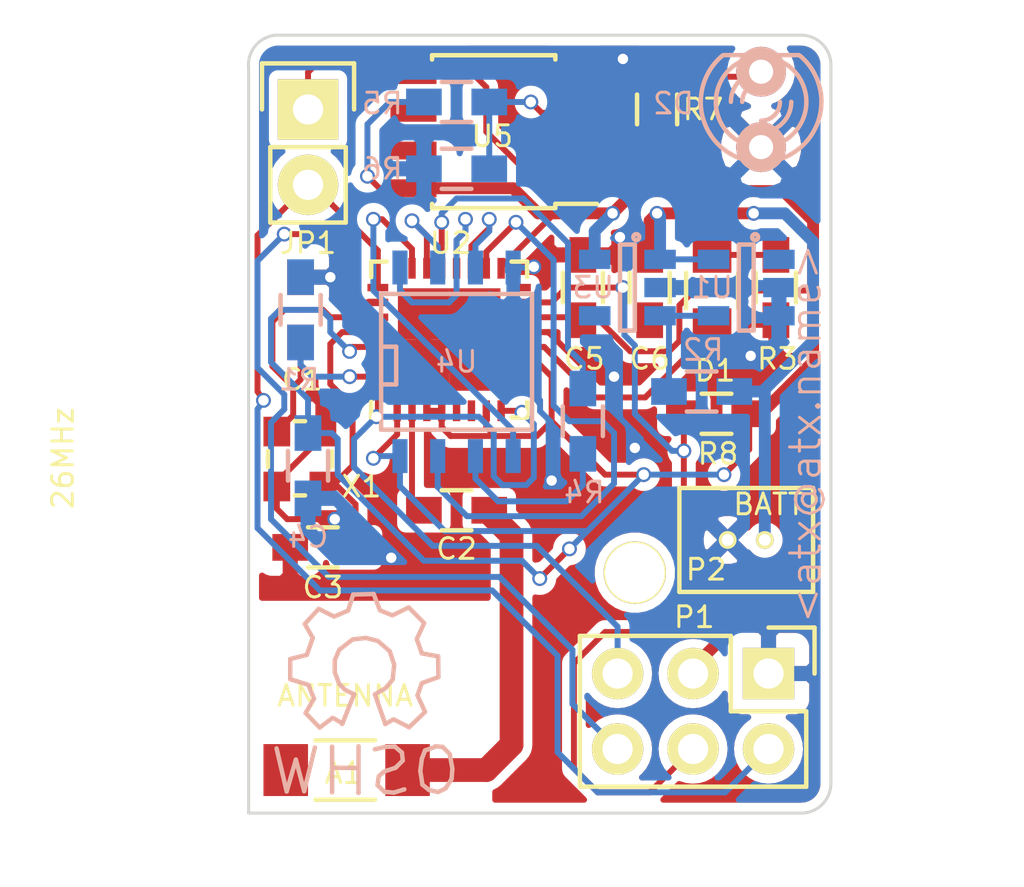
<source format=kicad_pcb>
(kicad_pcb (version 4) (host pcbnew "(2014-jul-16 BZR unknown)-product")

  (general
    (links 73)
    (no_connects 1)
    (area 12.945011 12.949999 32.650001 39.250001)
    (thickness 1.6)
    (drawings 8)
    (tracks 401)
    (zones 0)
    (modules 28)
    (nets 33)
  )

  (page A4)
  (layers
    (0 F.Cu signal)
    (31 B.Cu signal)
    (32 B.Adhes user)
    (33 F.Adhes user)
    (34 B.Paste user)
    (35 F.Paste user)
    (36 B.SilkS user)
    (37 F.SilkS user)
    (38 B.Mask user)
    (39 F.Mask user)
    (40 Dwgs.User user)
    (41 Cmts.User user)
    (42 Eco1.User user)
    (43 Eco2.User user)
    (44 Edge.Cuts user)
    (45 Margin user)
    (46 B.CrtYd user)
    (47 F.CrtYd user)
    (48 B.Fab user)
    (49 F.Fab user)
  )

  (setup
    (last_trace_width 0.254)
    (user_trace_width 0.2)
    (user_trace_width 0.4)
    (user_trace_width 0.8)
    (user_trace_width 3)
    (trace_clearance 0.254)
    (zone_clearance 0.3)
    (zone_45_only no)
    (trace_min 0.2)
    (segment_width 0.2)
    (edge_width 0.1)
    (via_size 0.889)
    (via_drill 0.635)
    (via_min_size 0.5)
    (via_min_drill 0.35)
    (user_via 0.5 0.35)
    (uvia_size 0.508)
    (uvia_drill 0.127)
    (uvias_allowed no)
    (uvia_min_size 0.508)
    (uvia_min_drill 0.127)
    (pcb_text_width 0.3)
    (pcb_text_size 1.5 1.5)
    (mod_edge_width 0.15)
    (mod_text_size 0.7 0.7)
    (mod_text_width 0.1)
    (pad_size 2.1 2.1)
    (pad_drill 2)
    (pad_to_mask_clearance 0)
    (aux_axis_origin 0 0)
    (visible_elements FFFEFF7F)
    (pcbplotparams
      (layerselection 0x00030_80000001)
      (usegerberextensions false)
      (excludeedgelayer true)
      (linewidth 0.100000)
      (plotframeref false)
      (viasonmask false)
      (mode 1)
      (useauxorigin false)
      (hpglpennumber 1)
      (hpglpenspeed 20)
      (hpglpendiameter 15)
      (hpglpenoverlay 2)
      (psnegative false)
      (psa4output false)
      (plotreference true)
      (plotvalue true)
      (plotinvisibletext false)
      (padsonsilk false)
      (subtractmaskfromsilk false)
      (outputformat 1)
      (mirror false)
      (drillshape 1)
      (scaleselection 1)
      (outputdirectory ""))
  )

  (net 0 "")
  (net 1 "Net-(C1-Pad1)")
  (net 2 GND)
  (net 3 "Net-(C2-Pad1)")
  (net 4 "Net-(C3-Pad1)")
  (net 5 +3.3V)
  (net 6 "Net-(D1-Pad1)")
  (net 7 "Net-(D1-Pad2)")
  (net 8 "Net-(D2-Pad2)")
  (net 9 RX)
  (net 10 TX)
  (net 11 GPIO0)
  (net 12 RST)
  (net 13 "Net-(R1-Pad1)")
  (net 14 VBAT)
  (net 15 "Net-(R2-Pad2)")
  (net 16 FLASH-SCK)
  (net 17 "Net-(R4-Pad2)")
  (net 18 "Net-(R5-Pad2)")
  (net 19 "Net-(U2-Pad5)")
  (net 20 "Net-(U2-Pad6)")
  (net 21 "Net-(U2-Pad9)")
  (net 22 "Net-(U2-Pad10)")
  (net 23 "Net-(U2-Pad16)")
  (net 24 FLASH-HOLD)
  (net 25 FLASH-WP)
  (net 26 FLASH-CS)
  (net 27 FLASH-SO)
  (net 28 FLASH-SI)
  (net 29 "Net-(U2-Pad24)")
  (net 30 "Net-(JP1-Pad1)")
  (net 31 "Net-(A1-Pad2)")
  (net 32 "Net-(A1-Pad1)")

  (net_class Default "This is the default net class."
    (clearance 0.254)
    (trace_width 0.254)
    (via_dia 0.889)
    (via_drill 0.635)
    (uvia_dia 0.508)
    (uvia_drill 0.127)
    (add_net +3.3V)
    (add_net FLASH-CS)
    (add_net FLASH-HOLD)
    (add_net FLASH-SCK)
    (add_net FLASH-SI)
    (add_net FLASH-SO)
    (add_net FLASH-WP)
    (add_net GND)
    (add_net GPIO0)
    (add_net "Net-(A1-Pad1)")
    (add_net "Net-(A1-Pad2)")
    (add_net "Net-(C1-Pad1)")
    (add_net "Net-(C2-Pad1)")
    (add_net "Net-(C3-Pad1)")
    (add_net "Net-(D1-Pad1)")
    (add_net "Net-(D1-Pad2)")
    (add_net "Net-(D2-Pad2)")
    (add_net "Net-(JP1-Pad1)")
    (add_net "Net-(R1-Pad1)")
    (add_net "Net-(R2-Pad2)")
    (add_net "Net-(R4-Pad2)")
    (add_net "Net-(R5-Pad2)")
    (add_net "Net-(U2-Pad10)")
    (add_net "Net-(U2-Pad16)")
    (add_net "Net-(U2-Pad24)")
    (add_net "Net-(U2-Pad5)")
    (add_net "Net-(U2-Pad6)")
    (add_net "Net-(U2-Pad9)")
    (add_net RST)
    (add_net RX)
    (add_net TX)
    (add_net VBAT)
  )

  (module Symbols:Symbol_OSHW-Logo_SilkScreen (layer B.Cu) (tedit 55191D50) (tstamp 55173B3E)
    (at 16.9 34.3 180)
    (descr "Symbol, OSHW-Logo, Silk Screen,")
    (tags "Symbol, OSHW-Logo, Silk Screen,")
    (fp_text reference REF** (at 0.4 4.9 180) (layer B.SilkS) hide
      (effects (font (size 1 1) (thickness 0.15)) (justify mirror))
    )
    (fp_text value Symbol_OSHW-Logo_SilkScreen (at 0.30988 -6.56082 180) (layer B.Fab)
      (effects (font (size 1 1) (thickness 0.15)) (justify mirror))
    )
    (fp_line (start 1.66878 -2.68986) (end 2.02946 -4.16052) (layer B.SilkS) (width 0.15))
    (fp_line (start 2.02946 -4.16052) (end 2.30886 -3.0988) (layer B.SilkS) (width 0.15))
    (fp_line (start 2.30886 -3.0988) (end 2.61874 -4.17068) (layer B.SilkS) (width 0.15))
    (fp_line (start 2.61874 -4.17068) (end 2.9591 -2.72034) (layer B.SilkS) (width 0.15))
    (fp_line (start 0.24892 -3.38074) (end 1.03886 -3.37058) (layer B.SilkS) (width 0.15))
    (fp_line (start 1.03886 -3.37058) (end 1.04902 -3.38074) (layer B.SilkS) (width 0.15))
    (fp_line (start 1.04902 -3.38074) (end 1.04902 -3.37058) (layer B.SilkS) (width 0.15))
    (fp_line (start 1.08966 -2.65938) (end 1.08966 -4.20116) (layer B.SilkS) (width 0.15))
    (fp_line (start 0.20066 -2.64922) (end 0.20066 -4.21894) (layer B.SilkS) (width 0.15))
    (fp_line (start 0.20066 -4.21894) (end 0.21082 -4.20878) (layer B.SilkS) (width 0.15))
    (fp_line (start -0.35052 -2.75082) (end -0.70104 -2.66954) (layer B.SilkS) (width 0.15))
    (fp_line (start -0.70104 -2.66954) (end -1.02108 -2.65938) (layer B.SilkS) (width 0.15))
    (fp_line (start -1.02108 -2.65938) (end -1.25984 -2.86004) (layer B.SilkS) (width 0.15))
    (fp_line (start -1.25984 -2.86004) (end -1.29032 -3.12928) (layer B.SilkS) (width 0.15))
    (fp_line (start -1.29032 -3.12928) (end -1.04902 -3.37058) (layer B.SilkS) (width 0.15))
    (fp_line (start -1.04902 -3.37058) (end -0.6604 -3.50012) (layer B.SilkS) (width 0.15))
    (fp_line (start -0.6604 -3.50012) (end -0.48006 -3.66014) (layer B.SilkS) (width 0.15))
    (fp_line (start -0.48006 -3.66014) (end -0.43942 -3.95986) (layer B.SilkS) (width 0.15))
    (fp_line (start -0.43942 -3.95986) (end -0.67056 -4.18084) (layer B.SilkS) (width 0.15))
    (fp_line (start -0.67056 -4.18084) (end -0.9906 -4.20878) (layer B.SilkS) (width 0.15))
    (fp_line (start -0.9906 -4.20878) (end -1.34112 -4.09956) (layer B.SilkS) (width 0.15))
    (fp_line (start -2.37998 -2.64922) (end -2.6289 -2.66954) (layer B.SilkS) (width 0.15))
    (fp_line (start -2.6289 -2.66954) (end -2.8702 -2.91084) (layer B.SilkS) (width 0.15))
    (fp_line (start -2.8702 -2.91084) (end -2.9591 -3.40106) (layer B.SilkS) (width 0.15))
    (fp_line (start -2.9591 -3.40106) (end -2.93116 -3.74904) (layer B.SilkS) (width 0.15))
    (fp_line (start -2.93116 -3.74904) (end -2.7305 -4.06908) (layer B.SilkS) (width 0.15))
    (fp_line (start -2.7305 -4.06908) (end -2.47904 -4.191) (layer B.SilkS) (width 0.15))
    (fp_line (start -2.47904 -4.191) (end -2.16916 -4.11988) (layer B.SilkS) (width 0.15))
    (fp_line (start -2.16916 -4.11988) (end -1.95072 -3.93954) (layer B.SilkS) (width 0.15))
    (fp_line (start -1.95072 -3.93954) (end -1.8796 -3.4798) (layer B.SilkS) (width 0.15))
    (fp_line (start -1.8796 -3.4798) (end -1.9304 -3.07086) (layer B.SilkS) (width 0.15))
    (fp_line (start -1.9304 -3.07086) (end -2.03962 -2.78892) (layer B.SilkS) (width 0.15))
    (fp_line (start -2.03962 -2.78892) (end -2.4003 -2.65938) (layer B.SilkS) (width 0.15))
    (fp_line (start -1.78054 -0.92964) (end -2.03962 -1.49098) (layer B.SilkS) (width 0.15))
    (fp_line (start -2.03962 -1.49098) (end -1.50114 -2.00914) (layer B.SilkS) (width 0.15))
    (fp_line (start -1.50114 -2.00914) (end -0.98044 -1.7399) (layer B.SilkS) (width 0.15))
    (fp_line (start -0.98044 -1.7399) (end -0.70104 -1.89992) (layer B.SilkS) (width 0.15))
    (fp_line (start 0.73914 -1.8796) (end 1.06934 -1.6891) (layer B.SilkS) (width 0.15))
    (fp_line (start 1.06934 -1.6891) (end 1.50876 -2.0193) (layer B.SilkS) (width 0.15))
    (fp_line (start 1.50876 -2.0193) (end 1.9812 -1.52908) (layer B.SilkS) (width 0.15))
    (fp_line (start 1.9812 -1.52908) (end 1.69926 -1.04902) (layer B.SilkS) (width 0.15))
    (fp_line (start 1.69926 -1.04902) (end 1.88976 -0.57912) (layer B.SilkS) (width 0.15))
    (fp_line (start 1.88976 -0.57912) (end 2.49936 -0.39116) (layer B.SilkS) (width 0.15))
    (fp_line (start 2.49936 -0.39116) (end 2.49936 0.28956) (layer B.SilkS) (width 0.15))
    (fp_line (start 2.49936 0.28956) (end 1.94056 0.42926) (layer B.SilkS) (width 0.15))
    (fp_line (start 1.94056 0.42926) (end 1.7399 1.00076) (layer B.SilkS) (width 0.15))
    (fp_line (start 1.7399 1.00076) (end 2.00914 1.47066) (layer B.SilkS) (width 0.15))
    (fp_line (start 2.00914 1.47066) (end 1.53924 1.9812) (layer B.SilkS) (width 0.15))
    (fp_line (start 1.53924 1.9812) (end 1.02108 1.71958) (layer B.SilkS) (width 0.15))
    (fp_line (start 1.02108 1.71958) (end 0.55118 1.92024) (layer B.SilkS) (width 0.15))
    (fp_line (start 0.55118 1.92024) (end 0.381 2.46126) (layer B.SilkS) (width 0.15))
    (fp_line (start 0.381 2.46126) (end -0.30988 2.47904) (layer B.SilkS) (width 0.15))
    (fp_line (start -0.30988 2.47904) (end -0.5207 1.9304) (layer B.SilkS) (width 0.15))
    (fp_line (start -0.5207 1.9304) (end -0.9398 1.76022) (layer B.SilkS) (width 0.15))
    (fp_line (start -0.9398 1.76022) (end -1.49098 2.02946) (layer B.SilkS) (width 0.15))
    (fp_line (start -1.49098 2.02946) (end -2.00914 1.50114) (layer B.SilkS) (width 0.15))
    (fp_line (start -2.00914 1.50114) (end -1.76022 0.96012) (layer B.SilkS) (width 0.15))
    (fp_line (start -1.76022 0.96012) (end -1.9304 0.48006) (layer B.SilkS) (width 0.15))
    (fp_line (start -1.9304 0.48006) (end -2.47904 0.381) (layer B.SilkS) (width 0.15))
    (fp_line (start -2.47904 0.381) (end -2.4892 -0.32004) (layer B.SilkS) (width 0.15))
    (fp_line (start -2.4892 -0.32004) (end -1.9304 -0.5207) (layer B.SilkS) (width 0.15))
    (fp_line (start -1.9304 -0.5207) (end -1.7907 -0.91948) (layer B.SilkS) (width 0.15))
    (fp_line (start 0.35052 -0.89916) (end 0.65024 -0.7493) (layer B.SilkS) (width 0.15))
    (fp_line (start 0.65024 -0.7493) (end 0.8509 -0.55118) (layer B.SilkS) (width 0.15))
    (fp_line (start 0.8509 -0.55118) (end 1.00076 -0.14986) (layer B.SilkS) (width 0.15))
    (fp_line (start 1.00076 -0.14986) (end 1.00076 0.24892) (layer B.SilkS) (width 0.15))
    (fp_line (start 1.00076 0.24892) (end 0.8509 0.59944) (layer B.SilkS) (width 0.15))
    (fp_line (start 0.8509 0.59944) (end 0.39878 0.94996) (layer B.SilkS) (width 0.15))
    (fp_line (start 0.39878 0.94996) (end -0.0508 1.00076) (layer B.SilkS) (width 0.15))
    (fp_line (start -0.0508 1.00076) (end -0.44958 0.89916) (layer B.SilkS) (width 0.15))
    (fp_line (start -0.44958 0.89916) (end -0.8509 0.55118) (layer B.SilkS) (width 0.15))
    (fp_line (start -0.8509 0.55118) (end -1.00076 0.09906) (layer B.SilkS) (width 0.15))
    (fp_line (start -1.00076 0.09906) (end -0.94996 -0.39878) (layer B.SilkS) (width 0.15))
    (fp_line (start -0.94996 -0.39878) (end -0.70104 -0.70104) (layer B.SilkS) (width 0.15))
    (fp_line (start -0.70104 -0.70104) (end -0.35052 -0.89916) (layer B.SilkS) (width 0.15))
    (fp_line (start -0.35052 -0.89916) (end -0.70104 -1.89992) (layer B.SilkS) (width 0.15))
    (fp_line (start 0.35052 -0.89916) (end 0.7493 -1.89992) (layer B.SilkS) (width 0.15))
  )

  (module Resistors_SMD:R_0603_HandSoldering (layer F.Cu) (tedit 5517337B) (tstamp 5513DD3E)
    (at 14.75 22.25 90)
    (descr "Resistor SMD 0603, hand soldering")
    (tags "resistor 0603")
    (path /550BE393)
    (attr smd)
    (fp_text reference C1 (at -2.35 0.05 180) (layer F.SilkS)
      (effects (font (size 0.7 0.7) (thickness 0.1)))
    )
    (fp_text value 10pF (at 0 1.9 90) (layer F.Fab)
      (effects (font (size 0.7 0.7) (thickness 0.1)))
    )
    (fp_line (start -2 -0.8) (end 2 -0.8) (layer F.CrtYd) (width 0.05))
    (fp_line (start -2 0.8) (end 2 0.8) (layer F.CrtYd) (width 0.05))
    (fp_line (start -2 -0.8) (end -2 0.8) (layer F.CrtYd) (width 0.05))
    (fp_line (start 2 -0.8) (end 2 0.8) (layer F.CrtYd) (width 0.05))
    (fp_line (start 0.5 0.675) (end -0.5 0.675) (layer F.SilkS) (width 0.15))
    (fp_line (start -0.5 -0.675) (end 0.5 -0.675) (layer F.SilkS) (width 0.15))
    (pad 1 smd rect (at -1.1 0 90) (size 1.2 0.9) (layers F.Cu F.Paste F.Mask)
      (net 1 "Net-(C1-Pad1)"))
    (pad 2 smd rect (at 1.1 0 90) (size 1.2 0.9) (layers F.Cu F.Paste F.Mask)
      (net 2 GND))
    (model Resistors_SMD.3dshapes/R_0603_HandSoldering.wrl
      (at (xyz 0 0 0))
      (scale (xyz 1 1 1))
      (rotate (xyz 0 0 0))
    )
  )

  (module Resistors_SMD:R_0603_HandSoldering (layer F.Cu) (tedit 5517333F) (tstamp 5513DD44)
    (at 20 29)
    (descr "Resistor SMD 0603, hand soldering")
    (tags "resistor 0603")
    (path /550BEFC0)
    (attr smd)
    (fp_text reference C2 (at 0 1.3) (layer F.SilkS)
      (effects (font (size 0.7 0.7) (thickness 0.1)))
    )
    (fp_text value 5.6pF (at 0 1.9) (layer F.Fab)
      (effects (font (size 0.7 0.7) (thickness 0.1)))
    )
    (fp_line (start -2 -0.8) (end 2 -0.8) (layer F.CrtYd) (width 0.05))
    (fp_line (start -2 0.8) (end 2 0.8) (layer F.CrtYd) (width 0.05))
    (fp_line (start -2 -0.8) (end -2 0.8) (layer F.CrtYd) (width 0.05))
    (fp_line (start 2 -0.8) (end 2 0.8) (layer F.CrtYd) (width 0.05))
    (fp_line (start 0.5 0.675) (end -0.5 0.675) (layer F.SilkS) (width 0.15))
    (fp_line (start -0.5 -0.675) (end 0.5 -0.675) (layer F.SilkS) (width 0.15))
    (pad 1 smd rect (at -1.1 0) (size 1.2 0.9) (layers F.Cu F.Paste F.Mask)
      (net 3 "Net-(C2-Pad1)"))
    (pad 2 smd rect (at 1.1 0) (size 1.2 0.9) (layers F.Cu F.Paste F.Mask)
      (net 31 "Net-(A1-Pad2)"))
    (model Resistors_SMD.3dshapes/R_0603_HandSoldering.wrl
      (at (xyz 0 0 0))
      (scale (xyz 1 1 1))
      (rotate (xyz 0 0 0))
    )
  )

  (module Resistors_SMD:R_0603_HandSoldering (layer F.Cu) (tedit 55173348) (tstamp 5513DD4A)
    (at 15.5 30.25 180)
    (descr "Resistor SMD 0603, hand soldering")
    (tags "resistor 0603")
    (path /550BE403)
    (attr smd)
    (fp_text reference C3 (at 0 -1.35 360) (layer F.SilkS)
      (effects (font (size 0.7 0.7) (thickness 0.1)))
    )
    (fp_text value 10pF (at 0 1.9 180) (layer F.Fab)
      (effects (font (size 0.7 0.7) (thickness 0.1)))
    )
    (fp_line (start -2 -0.8) (end 2 -0.8) (layer F.CrtYd) (width 0.05))
    (fp_line (start -2 0.8) (end 2 0.8) (layer F.CrtYd) (width 0.05))
    (fp_line (start -2 -0.8) (end -2 0.8) (layer F.CrtYd) (width 0.05))
    (fp_line (start 2 -0.8) (end 2 0.8) (layer F.CrtYd) (width 0.05))
    (fp_line (start 0.5 0.675) (end -0.5 0.675) (layer F.SilkS) (width 0.15))
    (fp_line (start -0.5 -0.675) (end 0.5 -0.675) (layer F.SilkS) (width 0.15))
    (pad 1 smd rect (at -1.1 0 180) (size 1.2 0.9) (layers F.Cu F.Paste F.Mask)
      (net 4 "Net-(C3-Pad1)"))
    (pad 2 smd rect (at 1.1 0 180) (size 1.2 0.9) (layers F.Cu F.Paste F.Mask)
      (net 2 GND))
    (model Resistors_SMD.3dshapes/R_0603_HandSoldering.wrl
      (at (xyz 0 0 0))
      (scale (xyz 1 1 1))
      (rotate (xyz 0 0 0))
    )
  )

  (module Resistors_SMD:R_0603_HandSoldering (layer B.Cu) (tedit 55173654) (tstamp 5513DD50)
    (at 15 27.5 270)
    (descr "Resistor SMD 0603, hand soldering")
    (tags "resistor 0603")
    (path /550B3CE5)
    (attr smd)
    (fp_text reference C4 (at 2.4 0 360) (layer B.SilkS)
      (effects (font (size 0.7 0.7) (thickness 0.1)) (justify mirror))
    )
    (fp_text value 1uF (at 0 -1.9 270) (layer B.Fab)
      (effects (font (size 0.7 0.7) (thickness 0.1)) (justify mirror))
    )
    (fp_line (start -2 0.8) (end 2 0.8) (layer B.CrtYd) (width 0.05))
    (fp_line (start -2 -0.8) (end 2 -0.8) (layer B.CrtYd) (width 0.05))
    (fp_line (start -2 0.8) (end -2 -0.8) (layer B.CrtYd) (width 0.05))
    (fp_line (start 2 0.8) (end 2 -0.8) (layer B.CrtYd) (width 0.05))
    (fp_line (start 0.5 -0.675) (end -0.5 -0.675) (layer B.SilkS) (width 0.15))
    (fp_line (start -0.5 0.675) (end 0.5 0.675) (layer B.SilkS) (width 0.15))
    (pad 1 smd rect (at -1.1 0 270) (size 1.2 0.9) (layers B.Cu B.Paste B.Mask)
      (net 5 +3.3V))
    (pad 2 smd rect (at 1.1 0 270) (size 1.2 0.9) (layers B.Cu B.Paste B.Mask)
      (net 2 GND))
    (model Resistors_SMD.3dshapes/R_0603_HandSoldering.wrl
      (at (xyz 0 0 0))
      (scale (xyz 1 1 1))
      (rotate (xyz 0 0 0))
    )
  )

  (module Resistors_SMD:R_0603_HandSoldering (layer F.Cu) (tedit 55173467) (tstamp 5513DD56)
    (at 24.25 21.5 90)
    (descr "Resistor SMD 0603, hand soldering")
    (tags "resistor 0603")
    (path /550B3F29)
    (attr smd)
    (fp_text reference C5 (at -2.4 0.05 180) (layer F.SilkS)
      (effects (font (size 0.7 0.7) (thickness 0.1)))
    )
    (fp_text value 1uF (at 0 1.9 90) (layer F.Fab)
      (effects (font (size 0.7 0.7) (thickness 0.1)))
    )
    (fp_line (start -2 -0.8) (end 2 -0.8) (layer F.CrtYd) (width 0.05))
    (fp_line (start -2 0.8) (end 2 0.8) (layer F.CrtYd) (width 0.05))
    (fp_line (start -2 -0.8) (end -2 0.8) (layer F.CrtYd) (width 0.05))
    (fp_line (start 2 -0.8) (end 2 0.8) (layer F.CrtYd) (width 0.05))
    (fp_line (start 0.5 0.675) (end -0.5 0.675) (layer F.SilkS) (width 0.15))
    (fp_line (start -0.5 -0.675) (end 0.5 -0.675) (layer F.SilkS) (width 0.15))
    (pad 1 smd rect (at -1.1 0 90) (size 1.2 0.9) (layers F.Cu F.Paste F.Mask)
      (net 5 +3.3V))
    (pad 2 smd rect (at 1.1 0 90) (size 1.2 0.9) (layers F.Cu F.Paste F.Mask)
      (net 2 GND))
    (model Resistors_SMD.3dshapes/R_0603_HandSoldering.wrl
      (at (xyz 0 0 0))
      (scale (xyz 1 1 1))
      (rotate (xyz 0 0 0))
    )
  )

  (module Resistors_SMD:R_0805_HandSoldering (layer F.Cu) (tedit 5517338A) (tstamp 5513DD5C)
    (at 28.6 21.6 90)
    (descr "Resistor SMD 0805, hand soldering")
    (tags "resistor 0805")
    (path /550D2096)
    (attr smd)
    (fp_text reference D1 (at -2.7 0.1 180) (layer F.SilkS)
      (effects (font (size 0.7 0.7) (thickness 0.1)))
    )
    (fp_text value LED (at 0 2.1 90) (layer F.Fab)
      (effects (font (size 0.7 0.7) (thickness 0.1)))
    )
    (fp_line (start -2.4 -1) (end 2.4 -1) (layer F.CrtYd) (width 0.05))
    (fp_line (start -2.4 1) (end 2.4 1) (layer F.CrtYd) (width 0.05))
    (fp_line (start -2.4 -1) (end -2.4 1) (layer F.CrtYd) (width 0.05))
    (fp_line (start 2.4 -1) (end 2.4 1) (layer F.CrtYd) (width 0.05))
    (fp_line (start 0.6 0.875) (end -0.6 0.875) (layer F.SilkS) (width 0.15))
    (fp_line (start -0.6 -0.875) (end 0.6 -0.875) (layer F.SilkS) (width 0.15))
    (pad 1 smd rect (at -1.35 0 90) (size 1.5 1.3) (layers F.Cu F.Paste F.Mask)
      (net 6 "Net-(D1-Pad1)"))
    (pad 2 smd rect (at 1.35 0 90) (size 1.5 1.3) (layers F.Cu F.Paste F.Mask)
      (net 7 "Net-(D1-Pad2)"))
    (model Resistors_SMD.3dshapes/R_0805_HandSoldering.wrl
      (at (xyz 0 0 0))
      (scale (xyz 1 1 1))
      (rotate (xyz 0 0 0))
    )
  )

  (module LEDs:LED-3MM (layer B.Cu) (tedit 55173595) (tstamp 5513DD62)
    (at 30.25 15.5 90)
    (descr "LED 3mm - Lead pitch 100mil (2,54mm)")
    (tags "LED led 3mm 3MM 100mil 2,54mm")
    (path /550B4295)
    (fp_text reference D2 (at 0.2 -2.95 180) (layer B.SilkS)
      (effects (font (size 0.7 0.7) (thickness 0.1)) (justify mirror))
    )
    (fp_text value LED (at 0 -2.54 90) (layer B.Fab)
      (effects (font (size 0.7 0.7) (thickness 0.1)) (justify mirror))
    )
    (fp_line (start 1.8288 -1.27) (end 1.8288 1.27) (layer B.SilkS) (width 0.15))
    (fp_arc (start 0.254 0) (end -1.27 0) (angle -39.8) (layer B.SilkS) (width 0.15))
    (fp_arc (start 0.254 0) (end -0.88392 -1.01092) (angle -41.6) (layer B.SilkS) (width 0.15))
    (fp_arc (start 0.254 0) (end 1.4097 0.9906) (angle -40.6) (layer B.SilkS) (width 0.15))
    (fp_arc (start 0.254 0) (end 1.778 0) (angle -39.8) (layer B.SilkS) (width 0.15))
    (fp_arc (start 0.254 0) (end 0.254 1.524) (angle -54.4) (layer B.SilkS) (width 0.15))
    (fp_arc (start 0.254 0) (end -0.9652 0.9144) (angle -53.1) (layer B.SilkS) (width 0.15))
    (fp_arc (start 0.254 0) (end 1.45542 -0.93472) (angle -52.1) (layer B.SilkS) (width 0.15))
    (fp_arc (start 0.254 0) (end 0.254 -1.524) (angle -52.1) (layer B.SilkS) (width 0.15))
    (fp_arc (start 0.254 0) (end -0.381 0) (angle -90) (layer B.SilkS) (width 0.15))
    (fp_arc (start 0.254 0) (end -0.762 0) (angle -90) (layer B.SilkS) (width 0.15))
    (fp_arc (start 0.254 0) (end 0.889 0) (angle -90) (layer B.SilkS) (width 0.15))
    (fp_arc (start 0.254 0) (end 1.27 0) (angle -90) (layer B.SilkS) (width 0.15))
    (fp_arc (start 0.254 0) (end 0.254 2.032) (angle -50.1) (layer B.SilkS) (width 0.15))
    (fp_arc (start 0.254 0) (end -1.5367 0.95504) (angle -61.9) (layer B.SilkS) (width 0.15))
    (fp_arc (start 0.254 0) (end 1.8034 -1.31064) (angle -49.7) (layer B.SilkS) (width 0.15))
    (fp_arc (start 0.254 0) (end 0.254 -2.032) (angle -60.2) (layer B.SilkS) (width 0.15))
    (fp_arc (start 0.254 0) (end -1.778 0) (angle -28.3) (layer B.SilkS) (width 0.15))
    (fp_arc (start 0.254 0) (end -1.47574 -1.06426) (angle -31.6) (layer B.SilkS) (width 0.15))
    (pad 1 thru_hole circle (at -1.27 0 90) (size 1.6764 1.6764) (drill 0.8128) (layers *.Cu *.Mask B.SilkS)
      (net 2 GND))
    (pad 2 thru_hole circle (at 1.27 0 90) (size 1.6764 1.6764) (drill 0.8128) (layers *.Cu *.Mask B.SilkS)
      (net 8 "Net-(D2-Pad2)"))
    (model LEDs.3dshapes/LED-3MM.wrl
      (at (xyz 0 0 0))
      (scale (xyz 1 1 1))
      (rotate (xyz 0 0 0))
    )
  )

  (module Resistors_SMD:R_0603_HandSoldering (layer B.Cu) (tedit 55173667) (tstamp 5513DD80)
    (at 14.75 22.25 90)
    (descr "Resistor SMD 0603, hand soldering")
    (tags "resistor 0603")
    (path /550B367E)
    (attr smd)
    (fp_text reference R1 (at -2.35 -0.05 180) (layer B.SilkS)
      (effects (font (size 0.7 0.7) (thickness 0.1)) (justify mirror))
    )
    (fp_text value 12k (at 0 -1.9 90) (layer B.Fab)
      (effects (font (size 0.7 0.7) (thickness 0.1)) (justify mirror))
    )
    (fp_line (start -2 0.8) (end 2 0.8) (layer B.CrtYd) (width 0.05))
    (fp_line (start -2 -0.8) (end 2 -0.8) (layer B.CrtYd) (width 0.05))
    (fp_line (start -2 0.8) (end -2 -0.8) (layer B.CrtYd) (width 0.05))
    (fp_line (start 2 0.8) (end 2 -0.8) (layer B.CrtYd) (width 0.05))
    (fp_line (start 0.5 -0.675) (end -0.5 -0.675) (layer B.SilkS) (width 0.15))
    (fp_line (start -0.5 0.675) (end 0.5 0.675) (layer B.SilkS) (width 0.15))
    (pad 1 smd rect (at -1.1 0 90) (size 1.2 0.9) (layers B.Cu B.Paste B.Mask)
      (net 13 "Net-(R1-Pad1)"))
    (pad 2 smd rect (at 1.1 0 90) (size 1.2 0.9) (layers B.Cu B.Paste B.Mask)
      (net 2 GND))
    (model Resistors_SMD.3dshapes/R_0603_HandSoldering.wrl
      (at (xyz 0 0 0))
      (scale (xyz 1 1 1))
      (rotate (xyz 0 0 0))
    )
  )

  (module Resistors_SMD:R_0603_HandSoldering (layer B.Cu) (tedit 55173641) (tstamp 5513DD86)
    (at 28.25 25 180)
    (descr "Resistor SMD 0603, hand soldering")
    (tags "resistor 0603")
    (path /550CA427)
    (attr smd)
    (fp_text reference R2 (at -0.05 1.4 180) (layer B.SilkS)
      (effects (font (size 0.7 0.7) (thickness 0.1)) (justify mirror))
    )
    (fp_text value 470k (at 0 -1.9 180) (layer B.Fab)
      (effects (font (size 0.7 0.7) (thickness 0.1)) (justify mirror))
    )
    (fp_line (start -2 0.8) (end 2 0.8) (layer B.CrtYd) (width 0.05))
    (fp_line (start -2 -0.8) (end 2 -0.8) (layer B.CrtYd) (width 0.05))
    (fp_line (start -2 0.8) (end -2 -0.8) (layer B.CrtYd) (width 0.05))
    (fp_line (start 2 0.8) (end 2 -0.8) (layer B.CrtYd) (width 0.05))
    (fp_line (start 0.5 -0.675) (end -0.5 -0.675) (layer B.SilkS) (width 0.15))
    (fp_line (start -0.5 0.675) (end 0.5 0.675) (layer B.SilkS) (width 0.15))
    (pad 1 smd rect (at -1.1 0 180) (size 1.2 0.9) (layers B.Cu B.Paste B.Mask)
      (net 14 VBAT))
    (pad 2 smd rect (at 1.1 0 180) (size 1.2 0.9) (layers B.Cu B.Paste B.Mask)
      (net 15 "Net-(R2-Pad2)"))
    (model Resistors_SMD.3dshapes/R_0603_HandSoldering.wrl
      (at (xyz 0 0 0))
      (scale (xyz 1 1 1))
      (rotate (xyz 0 0 0))
    )
  )

  (module Resistors_SMD:R_0603_HandSoldering (layer F.Cu) (tedit 55173474) (tstamp 5513DD8C)
    (at 30.75 21.5 270)
    (descr "Resistor SMD 0603, hand soldering")
    (tags "resistor 0603")
    (path /550D235C)
    (attr smd)
    (fp_text reference R3 (at 2.4 -0.05 360) (layer F.SilkS)
      (effects (font (size 0.7 0.7) (thickness 0.1)))
    )
    (fp_text value R (at 0 1.9 270) (layer F.Fab)
      (effects (font (size 0.7 0.7) (thickness 0.1)))
    )
    (fp_line (start -2 -0.8) (end 2 -0.8) (layer F.CrtYd) (width 0.05))
    (fp_line (start -2 0.8) (end 2 0.8) (layer F.CrtYd) (width 0.05))
    (fp_line (start -2 -0.8) (end -2 0.8) (layer F.CrtYd) (width 0.05))
    (fp_line (start 2 -0.8) (end 2 0.8) (layer F.CrtYd) (width 0.05))
    (fp_line (start 0.5 0.675) (end -0.5 0.675) (layer F.SilkS) (width 0.15))
    (fp_line (start -0.5 -0.675) (end 0.5 -0.675) (layer F.SilkS) (width 0.15))
    (pad 1 smd rect (at -1.1 0 270) (size 1.2 0.9) (layers F.Cu F.Paste F.Mask)
      (net 7 "Net-(D1-Pad2)"))
    (pad 2 smd rect (at 1.1 0 270) (size 1.2 0.9) (layers F.Cu F.Paste F.Mask)
      (net 2 GND))
    (model Resistors_SMD.3dshapes/R_0603_HandSoldering.wrl
      (at (xyz 0 0 0))
      (scale (xyz 1 1 1))
      (rotate (xyz 0 0 0))
    )
  )

  (module Resistors_SMD:R_0603_HandSoldering (layer B.Cu) (tedit 5517360A) (tstamp 5513DD92)
    (at 24.25 26 270)
    (descr "Resistor SMD 0603, hand soldering")
    (tags "resistor 0603")
    (path /550B33D9)
    (attr smd)
    (fp_text reference R4 (at 2.4 -0.05 360) (layer B.SilkS)
      (effects (font (size 0.7 0.7) (thickness 0.1)) (justify mirror))
    )
    (fp_text value 200 (at 0 -1.9 270) (layer B.Fab)
      (effects (font (size 0.7 0.7) (thickness 0.1)) (justify mirror))
    )
    (fp_line (start -2 0.8) (end 2 0.8) (layer B.CrtYd) (width 0.05))
    (fp_line (start -2 -0.8) (end 2 -0.8) (layer B.CrtYd) (width 0.05))
    (fp_line (start -2 0.8) (end -2 -0.8) (layer B.CrtYd) (width 0.05))
    (fp_line (start 2 0.8) (end 2 -0.8) (layer B.CrtYd) (width 0.05))
    (fp_line (start 0.5 -0.675) (end -0.5 -0.675) (layer B.SilkS) (width 0.15))
    (fp_line (start -0.5 0.675) (end 0.5 0.675) (layer B.SilkS) (width 0.15))
    (pad 1 smd rect (at -1.1 0 270) (size 1.2 0.9) (layers B.Cu B.Paste B.Mask)
      (net 16 FLASH-SCK))
    (pad 2 smd rect (at 1.1 0 270) (size 1.2 0.9) (layers B.Cu B.Paste B.Mask)
      (net 17 "Net-(R4-Pad2)"))
    (model Resistors_SMD.3dshapes/R_0603_HandSoldering.wrl
      (at (xyz 0 0 0))
      (scale (xyz 1 1 1))
      (rotate (xyz 0 0 0))
    )
  )

  (module Resistors_SMD:R_0603_HandSoldering (layer B.Cu) (tedit 55173547) (tstamp 5513DD98)
    (at 20 15.25)
    (descr "Resistor SMD 0603, hand soldering")
    (tags "resistor 0603")
    (path /550B4B7D)
    (attr smd)
    (fp_text reference R5 (at -2.5 0.05) (layer B.SilkS)
      (effects (font (size 0.7 0.7) (thickness 0.1)) (justify mirror))
    )
    (fp_text value 47k (at 0 -1.9) (layer B.Fab)
      (effects (font (size 0.7 0.7) (thickness 0.1)) (justify mirror))
    )
    (fp_line (start -2 0.8) (end 2 0.8) (layer B.CrtYd) (width 0.05))
    (fp_line (start -2 -0.8) (end 2 -0.8) (layer B.CrtYd) (width 0.05))
    (fp_line (start -2 0.8) (end -2 -0.8) (layer B.CrtYd) (width 0.05))
    (fp_line (start 2 0.8) (end 2 -0.8) (layer B.CrtYd) (width 0.05))
    (fp_line (start 0.5 -0.675) (end -0.5 -0.675) (layer B.SilkS) (width 0.15))
    (fp_line (start -0.5 0.675) (end 0.5 0.675) (layer B.SilkS) (width 0.15))
    (pad 1 smd rect (at -1.1 0) (size 1.2 0.9) (layers B.Cu B.Paste B.Mask)
      (net 5 +3.3V))
    (pad 2 smd rect (at 1.1 0) (size 1.2 0.9) (layers B.Cu B.Paste B.Mask)
      (net 18 "Net-(R5-Pad2)"))
    (model Resistors_SMD.3dshapes/R_0603_HandSoldering.wrl
      (at (xyz 0 0 0))
      (scale (xyz 1 1 1))
      (rotate (xyz 0 0 0))
    )
  )

  (module Resistors_SMD:R_0603_HandSoldering (layer B.Cu) (tedit 55173573) (tstamp 5513DD9E)
    (at 20 17.5 180)
    (descr "Resistor SMD 0603, hand soldering")
    (tags "resistor 0603")
    (path /550B4BC8)
    (attr smd)
    (fp_text reference R6 (at 2.5 0 180) (layer B.SilkS)
      (effects (font (size 0.7 0.7) (thickness 0.1)) (justify mirror))
    )
    (fp_text value 10k (at 0 -1.9 180) (layer B.Fab)
      (effects (font (size 0.7 0.7) (thickness 0.1)) (justify mirror))
    )
    (fp_line (start -2 0.8) (end 2 0.8) (layer B.CrtYd) (width 0.05))
    (fp_line (start -2 -0.8) (end 2 -0.8) (layer B.CrtYd) (width 0.05))
    (fp_line (start -2 0.8) (end -2 -0.8) (layer B.CrtYd) (width 0.05))
    (fp_line (start 2 0.8) (end 2 -0.8) (layer B.CrtYd) (width 0.05))
    (fp_line (start 0.5 -0.675) (end -0.5 -0.675) (layer B.SilkS) (width 0.15))
    (fp_line (start -0.5 0.675) (end 0.5 0.675) (layer B.SilkS) (width 0.15))
    (pad 1 smd rect (at -1.1 0 180) (size 1.2 0.9) (layers B.Cu B.Paste B.Mask)
      (net 18 "Net-(R5-Pad2)"))
    (pad 2 smd rect (at 1.1 0 180) (size 1.2 0.9) (layers B.Cu B.Paste B.Mask)
      (net 2 GND))
    (model Resistors_SMD.3dshapes/R_0603_HandSoldering.wrl
      (at (xyz 0 0 0))
      (scale (xyz 1 1 1))
      (rotate (xyz 0 0 0))
    )
  )

  (module Resistors_SMD:R_0603_HandSoldering (layer F.Cu) (tedit 55152D68) (tstamp 5513DDA4)
    (at 26.75 15.5 270)
    (descr "Resistor SMD 0603, hand soldering")
    (tags "resistor 0603")
    (path /550B4424)
    (attr smd)
    (fp_text reference R7 (at 0 -1.55 360) (layer F.SilkS)
      (effects (font (size 0.7 0.7) (thickness 0.1)))
    )
    (fp_text value 100k (at 0 1.9 270) (layer F.Fab)
      (effects (font (size 0.7 0.7) (thickness 0.1)))
    )
    (fp_line (start -2 -0.8) (end 2 -0.8) (layer F.CrtYd) (width 0.05))
    (fp_line (start -2 0.8) (end 2 0.8) (layer F.CrtYd) (width 0.05))
    (fp_line (start -2 -0.8) (end -2 0.8) (layer F.CrtYd) (width 0.05))
    (fp_line (start 2 -0.8) (end 2 0.8) (layer F.CrtYd) (width 0.05))
    (fp_line (start 0.5 0.675) (end -0.5 0.675) (layer F.SilkS) (width 0.15))
    (fp_line (start -0.5 -0.675) (end 0.5 -0.675) (layer F.SilkS) (width 0.15))
    (pad 1 smd rect (at -1.1 0 270) (size 1.2 0.9) (layers F.Cu F.Paste F.Mask)
      (net 8 "Net-(D2-Pad2)"))
    (pad 2 smd rect (at 1.1 0 270) (size 1.2 0.9) (layers F.Cu F.Paste F.Mask)
      (net 2 GND))
    (model Resistors_SMD.3dshapes/R_0603_HandSoldering.wrl
      (at (xyz 0 0 0))
      (scale (xyz 1 1 1))
      (rotate (xyz 0 0 0))
    )
  )

  (module Housings_DFN_QFN:QFN-32-1EP_5x5mm_Pitch0.5mm (layer F.Cu) (tedit 551733C3) (tstamp 5513DDDC)
    (at 19.75 23.25 90)
    (descr "UH Package; 32-Lead Plastic QFN (5mm x 5mm); (see Linear Technology QFN_32_05-08-1693.pdf)")
    (tags "QFN 0.5")
    (path /550B20F0)
    (attr smd)
    (fp_text reference U2 (at 3.25 0.05 180) (layer F.SilkS)
      (effects (font (size 0.7 0.7) (thickness 0.1)))
    )
    (fp_text value ESP8266 (at 0 4 90) (layer F.Fab)
      (effects (font (size 0.7 0.7) (thickness 0.1)))
    )
    (fp_line (start -3 -3) (end -3 3) (layer F.CrtYd) (width 0.05))
    (fp_line (start 3 -3) (end 3 3) (layer F.CrtYd) (width 0.05))
    (fp_line (start -3 -3) (end 3 -3) (layer F.CrtYd) (width 0.05))
    (fp_line (start -3 3) (end 3 3) (layer F.CrtYd) (width 0.05))
    (fp_line (start 2.625 -2.625) (end 2.625 -2.1) (layer F.SilkS) (width 0.15))
    (fp_line (start -2.625 2.625) (end -2.625 2.1) (layer F.SilkS) (width 0.15))
    (fp_line (start 2.625 2.625) (end 2.625 2.1) (layer F.SilkS) (width 0.15))
    (fp_line (start -2.625 -2.625) (end -2.1 -2.625) (layer F.SilkS) (width 0.15))
    (fp_line (start -2.625 2.625) (end -2.1 2.625) (layer F.SilkS) (width 0.15))
    (fp_line (start 2.625 2.625) (end 2.1 2.625) (layer F.SilkS) (width 0.15))
    (fp_line (start 2.625 -2.625) (end 2.1 -2.625) (layer F.SilkS) (width 0.15))
    (pad 1 smd rect (at -2.4 -1.75 90) (size 0.7 0.25) (layers F.Cu F.Paste F.Mask)
      (net 5 +3.3V))
    (pad 2 smd rect (at -2.4 -1.25 90) (size 0.7 0.25) (layers F.Cu F.Paste F.Mask)
      (net 3 "Net-(C2-Pad1)"))
    (pad 3 smd rect (at -2.4 -0.75 90) (size 0.7 0.25) (layers F.Cu F.Paste F.Mask)
      (net 5 +3.3V))
    (pad 4 smd rect (at -2.4 -0.25 90) (size 0.7 0.25) (layers F.Cu F.Paste F.Mask)
      (net 5 +3.3V))
    (pad 5 smd rect (at -2.4 0.25 90) (size 0.7 0.25) (layers F.Cu F.Paste F.Mask)
      (net 19 "Net-(U2-Pad5)"))
    (pad 6 smd rect (at -2.4 0.75 90) (size 0.7 0.25) (layers F.Cu F.Paste F.Mask)
      (net 20 "Net-(U2-Pad6)"))
    (pad 7 smd rect (at -2.4 1.25 90) (size 0.7 0.25) (layers F.Cu F.Paste F.Mask)
      (net 5 +3.3V))
    (pad 8 smd rect (at -2.4 1.75 90) (size 0.7 0.25) (layers F.Cu F.Paste F.Mask)
      (net 12 RST))
    (pad 9 smd rect (at -1.75 2.4 180) (size 0.7 0.25) (layers F.Cu F.Paste F.Mask)
      (net 21 "Net-(U2-Pad9)"))
    (pad 10 smd rect (at -1.25 2.4 180) (size 0.7 0.25) (layers F.Cu F.Paste F.Mask)
      (net 22 "Net-(U2-Pad10)"))
    (pad 11 smd rect (at -0.75 2.4 180) (size 0.7 0.25) (layers F.Cu F.Paste F.Mask)
      (net 5 +3.3V))
    (pad 12 smd rect (at -0.25 2.4 180) (size 0.7 0.25) (layers F.Cu F.Paste F.Mask)
      (net 6 "Net-(D1-Pad1)"))
    (pad 13 smd rect (at 0.25 2.4 180) (size 0.7 0.25) (layers F.Cu F.Paste F.Mask)
      (net 2 GND))
    (pad 14 smd rect (at 0.75 2.4 180) (size 0.7 0.25) (layers F.Cu F.Paste F.Mask)
      (net 5 +3.3V))
    (pad 15 smd rect (at 1.25 2.4 180) (size 0.7 0.25) (layers F.Cu F.Paste F.Mask)
      (net 11 GPIO0))
    (pad 16 smd rect (at 1.75 2.4 180) (size 0.7 0.25) (layers F.Cu F.Paste F.Mask)
      (net 23 "Net-(U2-Pad16)"))
    (pad 17 smd rect (at 2.4 1.75 90) (size 0.7 0.25) (layers F.Cu F.Paste F.Mask)
      (net 5 +3.3V))
    (pad 18 smd rect (at 2.4 1.25 90) (size 0.7 0.25) (layers F.Cu F.Paste F.Mask)
      (net 24 FLASH-HOLD))
    (pad 19 smd rect (at 2.4 0.75 90) (size 0.7 0.25) (layers F.Cu F.Paste F.Mask)
      (net 25 FLASH-WP))
    (pad 20 smd rect (at 2.4 0.25 90) (size 0.7 0.25) (layers F.Cu F.Paste F.Mask)
      (net 26 FLASH-CS))
    (pad 21 smd rect (at 2.4 -0.25 90) (size 0.7 0.25) (layers F.Cu F.Paste F.Mask)
      (net 16 FLASH-SCK))
    (pad 22 smd rect (at 2.4 -0.75 90) (size 0.7 0.25) (layers F.Cu F.Paste F.Mask)
      (net 27 FLASH-SO))
    (pad 23 smd rect (at 2.4 -1.25 90) (size 0.7 0.25) (layers F.Cu F.Paste F.Mask)
      (net 28 FLASH-SI))
    (pad 24 smd rect (at 2.4 -1.75 90) (size 0.7 0.25) (layers F.Cu F.Paste F.Mask)
      (net 29 "Net-(U2-Pad24)"))
    (pad 25 smd rect (at 1.75 -2.4 180) (size 0.7 0.25) (layers F.Cu F.Paste F.Mask)
      (net 9 RX))
    (pad 26 smd rect (at 1.25 -2.4 180) (size 0.7 0.25) (layers F.Cu F.Paste F.Mask)
      (net 10 TX))
    (pad 27 smd rect (at 0.75 -2.4 180) (size 0.7 0.25) (layers F.Cu F.Paste F.Mask)
      (net 1 "Net-(C1-Pad1)"))
    (pad 28 smd rect (at 0.25 -2.4 180) (size 0.7 0.25) (layers F.Cu F.Paste F.Mask)
      (net 4 "Net-(C3-Pad1)"))
    (pad 29 smd rect (at -0.25 -2.4 180) (size 0.7 0.25) (layers F.Cu F.Paste F.Mask)
      (net 5 +3.3V))
    (pad 30 smd rect (at -0.75 -2.4 180) (size 0.7 0.25) (layers F.Cu F.Paste F.Mask)
      (net 5 +3.3V))
    (pad 31 smd rect (at -1.25 -2.4 180) (size 0.7 0.25) (layers F.Cu F.Paste F.Mask)
      (net 13 "Net-(R1-Pad1)"))
    (pad 32 smd rect (at -1.75 -2.4 180) (size 0.7 0.25) (layers F.Cu F.Paste F.Mask)
      (net 12 RST))
    (pad 33 smd rect (at 0.8625 0.8625 90) (size 1.725 1.725) (layers F.Cu F.Paste F.Mask)
      (net 2 GND) (solder_paste_margin_ratio -0.2))
    (pad 33 smd rect (at 0.8625 -0.8625 90) (size 1.725 1.725) (layers F.Cu F.Paste F.Mask)
      (net 2 GND) (solder_paste_margin_ratio -0.2))
    (pad 33 smd rect (at -0.8625 0.8625 90) (size 1.725 1.725) (layers F.Cu F.Paste F.Mask)
      (net 2 GND) (solder_paste_margin_ratio -0.2))
    (pad 33 smd rect (at -0.8625 -0.8625 90) (size 1.725 1.725) (layers F.Cu F.Paste F.Mask)
      (net 2 GND) (solder_paste_margin_ratio -0.2))
    (model Housings_DFN_QFN.3dshapes/QFN-32-1EP_5x5mm_Pitch0.5mm.wrl
      (at (xyz 0 0 0))
      (scale (xyz 1 1 1))
      (rotate (xyz 0 0 0))
    )
  )

  (module Housings_SOT-23_SOT-143_TSOT-6:SOT-23-5 (layer B.Cu) (tedit 551735E9) (tstamp 5513DDE5)
    (at 25.75 21.5 180)
    (descr "5-pin SOT23 package")
    (tags SOT-23-5)
    (path /551719F6)
    (attr smd)
    (fp_text reference U3 (at 1.15 0 180) (layer B.SilkS)
      (effects (font (size 0.7 0.7) (thickness 0.1)) (justify mirror))
    )
    (fp_text value MIC550x (at 0 -2.9 180) (layer B.Fab)
      (effects (font (size 0.7 0.7) (thickness 0.1)) (justify mirror))
    )
    (fp_circle (center -0.3 1.7) (end -0.2 1.7) (layer B.SilkS) (width 0.15))
    (fp_line (start 0.25 1.45) (end -0.25 1.45) (layer B.SilkS) (width 0.15))
    (fp_line (start 0.25 -1.45) (end 0.25 1.45) (layer B.SilkS) (width 0.15))
    (fp_line (start -0.25 -1.45) (end 0.25 -1.45) (layer B.SilkS) (width 0.15))
    (fp_line (start -0.25 1.45) (end -0.25 -1.45) (layer B.SilkS) (width 0.15))
    (pad 1 smd rect (at -1.1 0.95 180) (size 1.06 0.65) (layers B.Cu B.Paste B.Mask)
      (net 14 VBAT))
    (pad 2 smd rect (at -1.1 0 180) (size 1.06 0.65) (layers B.Cu B.Paste B.Mask)
      (net 2 GND))
    (pad 3 smd rect (at -1.1 -0.95 180) (size 1.06 0.65) (layers B.Cu B.Paste B.Mask)
      (net 15 "Net-(R2-Pad2)"))
    (pad 4 smd rect (at 1.1 -0.95 180) (size 1.06 0.65) (layers B.Cu B.Paste B.Mask))
    (pad 5 smd rect (at 1.1 0.95 180) (size 1.06 0.65) (layers B.Cu B.Paste B.Mask)
      (net 5 +3.3V))
    (model Housings_SOT-23_SOT-143_TSOT-6.3dshapes/SOT-23-5.wrl
      (at (xyz 0 0 0))
      (scale (xyz 1 1 1))
      (rotate (xyz 0 0 0))
    )
  )

  (module SMD_Packages:SOIC-8-N (layer B.Cu) (tedit 5513ECFB) (tstamp 5513DDF1)
    (at 20 24)
    (descr "Module Narrow CMS SOJ 8 pins large")
    (tags "CMS SOJ")
    (path /550B2D0D)
    (attr smd)
    (fp_text reference U4 (at 0 0) (layer B.SilkS)
      (effects (font (size 0.7 0.7) (thickness 0.1)) (justify mirror))
    )
    (fp_text value Flash (at 0 0) (layer B.Fab)
      (effects (font (size 0.7 0.7) (thickness 0.1)) (justify mirror))
    )
    (fp_line (start -2.54 2.286) (end 2.54 2.286) (layer B.SilkS) (width 0.15))
    (fp_line (start 2.54 2.286) (end 2.54 -2.286) (layer B.SilkS) (width 0.15))
    (fp_line (start 2.54 -2.286) (end -2.54 -2.286) (layer B.SilkS) (width 0.15))
    (fp_line (start -2.54 -2.286) (end -2.54 2.286) (layer B.SilkS) (width 0.15))
    (fp_line (start -2.54 0.762) (end -2.032 0.762) (layer B.SilkS) (width 0.15))
    (fp_line (start -2.032 0.762) (end -2.032 -0.508) (layer B.SilkS) (width 0.15))
    (fp_line (start -2.032 -0.508) (end -2.54 -0.508) (layer B.SilkS) (width 0.15))
    (pad 8 smd rect (at -1.905 3.175) (size 0.508 1.143) (layers B.Cu B.Paste B.Mask)
      (net 5 +3.3V))
    (pad 7 smd rect (at -0.635 3.175) (size 0.508 1.143) (layers B.Cu B.Paste B.Mask)
      (net 24 FLASH-HOLD))
    (pad 6 smd rect (at 0.635 3.175) (size 0.508 1.143) (layers B.Cu B.Paste B.Mask)
      (net 17 "Net-(R4-Pad2)"))
    (pad 5 smd rect (at 1.905 3.175) (size 0.508 1.143) (layers B.Cu B.Paste B.Mask)
      (net 28 FLASH-SI))
    (pad 4 smd rect (at 1.905 -3.175) (size 0.508 1.143) (layers B.Cu B.Paste B.Mask)
      (net 2 GND))
    (pad 3 smd rect (at 0.635 -3.175) (size 0.508 1.143) (layers B.Cu B.Paste B.Mask)
      (net 25 FLASH-WP))
    (pad 2 smd rect (at -0.635 -3.175) (size 0.508 1.143) (layers B.Cu B.Paste B.Mask)
      (net 27 FLASH-SO))
    (pad 1 smd rect (at -1.905 -3.175) (size 0.508 1.143) (layers B.Cu B.Paste B.Mask)
      (net 26 FLASH-CS))
    (model SMD_Packages.3dshapes/SOIC-8-N.wrl
      (at (xyz 0 0 0))
      (scale (xyz 0.5 0.38 0.5))
      (rotate (xyz 0 0 0))
    )
  )

  (module Housings_SOIC:SOIC-8_3.9x4.9mm_Pitch1.27mm (layer F.Cu) (tedit 551732F2) (tstamp 5513DDFD)
    (at 21.25 16.25 180)
    (descr "8-Lead Plastic Small Outline (SN) - Narrow, 3.90 mm Body [SOIC] (see Microchip Packaging Specification 00000049BS.pdf)")
    (tags "SOIC 1.27")
    (path /550B420A)
    (attr smd)
    (fp_text reference U5 (at 0.05 -0.15 180) (layer F.SilkS)
      (effects (font (size 0.7 0.7) (thickness 0.1)))
    )
    (fp_text value LM358 (at 0 3.5 180) (layer F.Fab)
      (effects (font (size 0.7 0.7) (thickness 0.1)))
    )
    (fp_line (start -3.75 -2.75) (end -3.75 2.75) (layer F.CrtYd) (width 0.05))
    (fp_line (start 3.75 -2.75) (end 3.75 2.75) (layer F.CrtYd) (width 0.05))
    (fp_line (start -3.75 -2.75) (end 3.75 -2.75) (layer F.CrtYd) (width 0.05))
    (fp_line (start -3.75 2.75) (end 3.75 2.75) (layer F.CrtYd) (width 0.05))
    (fp_line (start -2.075 -2.575) (end -2.075 -2.43) (layer F.SilkS) (width 0.15))
    (fp_line (start 2.075 -2.575) (end 2.075 -2.43) (layer F.SilkS) (width 0.15))
    (fp_line (start 2.075 2.575) (end 2.075 2.43) (layer F.SilkS) (width 0.15))
    (fp_line (start -2.075 2.575) (end -2.075 2.43) (layer F.SilkS) (width 0.15))
    (fp_line (start -2.075 -2.575) (end 2.075 -2.575) (layer F.SilkS) (width 0.15))
    (fp_line (start -2.075 2.575) (end 2.075 2.575) (layer F.SilkS) (width 0.15))
    (fp_line (start -2.075 -2.43) (end -3.475 -2.43) (layer F.SilkS) (width 0.15))
    (pad 1 smd rect (at -2.7 -1.905 180) (size 1.55 0.6) (layers F.Cu F.Paste F.Mask)
      (net 30 "Net-(JP1-Pad1)"))
    (pad 2 smd rect (at -2.7 -0.635 180) (size 1.55 0.6) (layers F.Cu F.Paste F.Mask)
      (net 8 "Net-(D2-Pad2)"))
    (pad 3 smd rect (at -2.7 0.635 180) (size 1.55 0.6) (layers F.Cu F.Paste F.Mask)
      (net 18 "Net-(R5-Pad2)"))
    (pad 4 smd rect (at -2.7 1.905 180) (size 1.55 0.6) (layers F.Cu F.Paste F.Mask)
      (net 2 GND))
    (pad 5 smd rect (at 2.7 1.905 180) (size 1.55 0.6) (layers F.Cu F.Paste F.Mask))
    (pad 6 smd rect (at 2.7 0.635 180) (size 1.55 0.6) (layers F.Cu F.Paste F.Mask))
    (pad 7 smd rect (at 2.7 -0.635 180) (size 1.55 0.6) (layers F.Cu F.Paste F.Mask))
    (pad 8 smd rect (at 2.7 -1.905 180) (size 1.55 0.6) (layers F.Cu F.Paste F.Mask)
      (net 5 +3.3V))
    (model Housings_SOIC.3dshapes/SOIC-8_3.9x4.9mm_Pitch1.27mm.wrl
      (at (xyz 0 0 0))
      (scale (xyz 1 1 1))
      (rotate (xyz 0 0 0))
    )
  )

  (module Misc:CRYSTAL_2x2.5 (layer F.Cu) (tedit 55173430) (tstamp 5513E770)
    (at 14.75 27.25 270)
    (path /5513F071)
    (fp_text reference X1 (at 0.95 -2.05 360) (layer F.SilkS)
      (effects (font (size 0.7 0.7) (thickness 0.1)))
    )
    (fp_text value 26MHz (at 0 8 270) (layer F.SilkS)
      (effects (font (size 0.7 0.7) (thickness 0.1)))
    )
    (fp_line (start 1.25 -0.15) (end 1.25 0.2) (layer F.SilkS) (width 0.15))
    (fp_line (start -0.25 1.1) (end 0.3 1.1) (layer F.SilkS) (width 0.15))
    (fp_line (start -1.25 -0.15) (end -1.25 0.2) (layer F.SilkS) (width 0.15))
    (fp_line (start -0.25 -1.05) (end 0.3 -1.05) (layer F.SilkS) (width 0.15))
    (pad 1 smd rect (at -0.9 0.8 270) (size 1 0.9) (layers F.Cu F.Paste F.Mask)
      (net 1 "Net-(C1-Pad1)"))
    (pad 3 smd rect (at 0.95 -0.75 270) (size 1 0.9) (layers F.Cu F.Paste F.Mask)
      (net 4 "Net-(C3-Pad1)"))
    (pad 4 smd rect (at -0.9 -0.75 270) (size 1 0.9) (layers F.Cu F.Paste F.Mask)
      (net 2 GND))
    (pad 2 smd rect (at 0.95 0.8 270) (size 1 0.9) (layers F.Cu F.Paste F.Mask)
      (net 2 GND))
  )

  (module Resistors_SMD:R_0603_HandSoldering (layer F.Cu) (tedit 5517346D) (tstamp 5513EE4B)
    (at 26.5 21.5 270)
    (descr "Resistor SMD 0603, hand soldering")
    (tags "resistor 0603")
    (path /55140409)
    (attr smd)
    (fp_text reference C6 (at 2.4 0 540) (layer F.SilkS)
      (effects (font (size 0.7 0.7) (thickness 0.1)))
    )
    (fp_text value 1uF (at 0 1.9 270) (layer F.Fab)
      (effects (font (size 0.7 0.7) (thickness 0.1)))
    )
    (fp_line (start -2 -0.8) (end 2 -0.8) (layer F.CrtYd) (width 0.05))
    (fp_line (start -2 0.8) (end 2 0.8) (layer F.CrtYd) (width 0.05))
    (fp_line (start -2 -0.8) (end -2 0.8) (layer F.CrtYd) (width 0.05))
    (fp_line (start 2 -0.8) (end 2 0.8) (layer F.CrtYd) (width 0.05))
    (fp_line (start 0.5 0.675) (end -0.5 0.675) (layer F.SilkS) (width 0.15))
    (fp_line (start -0.5 -0.675) (end 0.5 -0.675) (layer F.SilkS) (width 0.15))
    (pad 1 smd rect (at -1.1 0 270) (size 1.2 0.9) (layers F.Cu F.Paste F.Mask)
      (net 14 VBAT))
    (pad 2 smd rect (at 1.1 0 270) (size 1.2 0.9) (layers F.Cu F.Paste F.Mask)
      (net 2 GND))
    (model Resistors_SMD.3dshapes/R_0603_HandSoldering.wrl
      (at (xyz 0 0 0))
      (scale (xyz 1 1 1))
      (rotate (xyz 0 0 0))
    )
  )

  (module Misc:JST-1x2-1.25 (layer F.Cu) (tedit 551733B0) (tstamp 5513F3F6)
    (at 27.5 28.25 180)
    (path /550C71C4)
    (fp_text reference P2 (at -0.9 -2.75 180) (layer F.SilkS)
      (effects (font (size 0.7 0.7) (thickness 0.1)))
    )
    (fp_text value BATT (at -3 -0.55 180) (layer F.SilkS)
      (effects (font (size 0.7 0.7) (thickness 0.1)))
    )
    (fp_line (start 0 0) (end -4.5 0) (layer F.SilkS) (width 0.15))
    (fp_line (start -4.5 0) (end -4.5 -3.5) (layer F.SilkS) (width 0.15))
    (fp_line (start -4.5 -3.5) (end 0 -3.5) (layer F.SilkS) (width 0.15))
    (fp_line (start 0 -3.5) (end 0 0) (layer F.SilkS) (width 0.15))
    (pad 1 thru_hole circle (at -2.875 -1.75 180) (size 0.6 0.6) (drill 0.4) (layers *.Cu *.Mask F.SilkS)
      (net 14 VBAT))
    (pad 2 thru_hole circle (at -1.625 -1.75 180) (size 0.6 0.6) (drill 0.4) (layers *.Cu *.Mask F.SilkS)
      (net 2 GND))
  )

  (module Pin_Headers:Pin_Header_Straight_1x02 (layer F.Cu) (tedit 55173448) (tstamp 551430B1)
    (at 15 15.5)
    (descr "Through hole pin header")
    (tags "pin header")
    (path /5514391E)
    (fp_text reference JP1 (at 0 4.5 180) (layer F.SilkS)
      (effects (font (size 0.7 0.7) (thickness 0.1)))
    )
    (fp_text value JUMPER (at 0 -3.1) (layer F.Fab)
      (effects (font (size 0.7 0.7) (thickness 0.1)))
    )
    (fp_line (start 1.27 1.27) (end 1.27 3.81) (layer F.SilkS) (width 0.15))
    (fp_line (start 1.55 -1.55) (end 1.55 0) (layer F.SilkS) (width 0.15))
    (fp_line (start -1.75 -1.75) (end -1.75 4.3) (layer F.CrtYd) (width 0.05))
    (fp_line (start 1.75 -1.75) (end 1.75 4.3) (layer F.CrtYd) (width 0.05))
    (fp_line (start -1.75 -1.75) (end 1.75 -1.75) (layer F.CrtYd) (width 0.05))
    (fp_line (start -1.75 4.3) (end 1.75 4.3) (layer F.CrtYd) (width 0.05))
    (fp_line (start 1.27 1.27) (end -1.27 1.27) (layer F.SilkS) (width 0.15))
    (fp_line (start -1.55 0) (end -1.55 -1.55) (layer F.SilkS) (width 0.15))
    (fp_line (start -1.55 -1.55) (end 1.55 -1.55) (layer F.SilkS) (width 0.15))
    (fp_line (start -1.27 1.27) (end -1.27 3.81) (layer F.SilkS) (width 0.15))
    (fp_line (start -1.27 3.81) (end 1.27 3.81) (layer F.SilkS) (width 0.15))
    (pad 1 thru_hole rect (at 0 0) (size 2.032 2.032) (drill 1.016) (layers *.Cu *.Mask F.SilkS)
      (net 30 "Net-(JP1-Pad1)"))
    (pad 2 thru_hole oval (at 0 2.54) (size 2.032 2.032) (drill 1.016) (layers *.Cu *.Mask F.SilkS)
      (net 9 RX))
    (model Pin_Headers.3dshapes/Pin_Header_Straight_1x02.wrl
      (at (xyz 0 -0.05 0))
      (scale (xyz 1 1 1))
      (rotate (xyz 0 0 90))
    )
  )

  (module Misc:2450AT18B100E (layer F.Cu) (tedit 55151643) (tstamp 551430D8)
    (at 16.25 37.75)
    (path /55142FB7)
    (fp_text reference A1 (at -0.05 0.1) (layer F.SilkS)
      (effects (font (size 0.7 0.7) (thickness 0.1)))
    )
    (fp_text value ANTENNA (at 0 -2.5) (layer F.SilkS)
      (effects (font (size 0.7 0.7) (thickness 0.1)))
    )
    (fp_line (start -1 1) (end 1 1) (layer F.SilkS) (width 0.15))
    (fp_line (start -1 -1) (end 1 -1) (layer F.SilkS) (width 0.15))
    (pad 1 smd rect (at -2 0) (size 1.5 1.75) (layers F.Cu F.Paste F.Mask)
      (net 32 "Net-(A1-Pad1)"))
    (pad 2 smd rect (at 2.1 0) (size 1.5 1.75) (layers F.Cu F.Paste F.Mask)
      (net 31 "Net-(A1-Pad2)"))
  )

  (module Resistors_SMD:R_0603_HandSoldering (layer F.Cu) (tedit 5517347E) (tstamp 551517E7)
    (at 28.75 25.75 180)
    (descr "Resistor SMD 0603, hand soldering")
    (tags "resistor 0603")
    (path /55151567)
    (attr smd)
    (fp_text reference R8 (at -0.05 -1.35 180) (layer F.SilkS)
      (effects (font (size 0.7 0.7) (thickness 0.1)))
    )
    (fp_text value 10k (at 0 1.9 180) (layer F.Fab)
      (effects (font (size 0.7 0.7) (thickness 0.1)))
    )
    (fp_line (start -2 -0.8) (end 2 -0.8) (layer F.CrtYd) (width 0.05))
    (fp_line (start -2 0.8) (end 2 0.8) (layer F.CrtYd) (width 0.05))
    (fp_line (start -2 -0.8) (end -2 0.8) (layer F.CrtYd) (width 0.05))
    (fp_line (start 2 -0.8) (end 2 0.8) (layer F.CrtYd) (width 0.05))
    (fp_line (start 0.5 0.675) (end -0.5 0.675) (layer F.SilkS) (width 0.15))
    (fp_line (start -0.5 -0.675) (end 0.5 -0.675) (layer F.SilkS) (width 0.15))
    (pad 1 smd rect (at -1.1 0 180) (size 1.2 0.9) (layers F.Cu F.Paste F.Mask)
      (net 5 +3.3V))
    (pad 2 smd rect (at 1.1 0 180) (size 1.2 0.9) (layers F.Cu F.Paste F.Mask)
      (net 11 GPIO0))
    (model Resistors_SMD.3dshapes/R_0603_HandSoldering.wrl
      (at (xyz 0 0 0))
      (scale (xyz 1 1 1))
      (rotate (xyz 0 0 0))
    )
  )

  (module Pin_Headers:Pin_Header_Straight_2x03 (layer F.Cu) (tedit 55173323) (tstamp 5515240E)
    (at 30.5 34.5 270)
    (descr "Through hole pin header")
    (tags "pin header")
    (path /55154344)
    (fp_text reference P1 (at -1.9 2.5 360) (layer F.SilkS)
      (effects (font (size 0.7 0.7) (thickness 0.1)))
    )
    (fp_text value CONN (at 0 -3.1 270) (layer F.Fab)
      (effects (font (size 0.7 0.7) (thickness 0.1)))
    )
    (fp_line (start -1.27 1.27) (end -1.27 6.35) (layer F.SilkS) (width 0.15))
    (fp_line (start -1.55 -1.55) (end 0 -1.55) (layer F.SilkS) (width 0.15))
    (fp_line (start -1.75 -1.75) (end -1.75 6.85) (layer F.CrtYd) (width 0.05))
    (fp_line (start 4.3 -1.75) (end 4.3 6.85) (layer F.CrtYd) (width 0.05))
    (fp_line (start -1.75 -1.75) (end 4.3 -1.75) (layer F.CrtYd) (width 0.05))
    (fp_line (start -1.75 6.85) (end 4.3 6.85) (layer F.CrtYd) (width 0.05))
    (fp_line (start 1.27 -1.27) (end 1.27 1.27) (layer F.SilkS) (width 0.15))
    (fp_line (start 1.27 1.27) (end -1.27 1.27) (layer F.SilkS) (width 0.15))
    (fp_line (start -1.27 6.35) (end 3.81 6.35) (layer F.SilkS) (width 0.15))
    (fp_line (start 3.81 6.35) (end 3.81 1.27) (layer F.SilkS) (width 0.15))
    (fp_line (start -1.55 -1.55) (end -1.55 0) (layer F.SilkS) (width 0.15))
    (fp_line (start 3.81 -1.27) (end 1.27 -1.27) (layer F.SilkS) (width 0.15))
    (fp_line (start 3.81 1.27) (end 3.81 -1.27) (layer F.SilkS) (width 0.15))
    (pad 1 thru_hole rect (at 0 0 270) (size 1.7272 1.7272) (drill 1.016) (layers *.Cu *.Mask F.SilkS)
      (net 2 GND))
    (pad 2 thru_hole oval (at 2.54 0 270) (size 1.7272 1.7272) (drill 1.016) (layers *.Cu *.Mask F.SilkS)
      (net 9 RX))
    (pad 3 thru_hole oval (at 0 2.54 270) (size 1.7272 1.7272) (drill 1.016) (layers *.Cu *.Mask F.SilkS)
      (net 5 +3.3V))
    (pad 4 thru_hole oval (at 2.54 2.54 270) (size 1.7272 1.7272) (drill 1.016) (layers *.Cu *.Mask F.SilkS)
      (net 11 GPIO0))
    (pad 5 thru_hole oval (at 0 5.08 270) (size 1.7272 1.7272) (drill 1.016) (layers *.Cu *.Mask F.SilkS)
      (net 12 RST))
    (pad 6 thru_hole oval (at 2.54 5.08 270) (size 1.7272 1.7272) (drill 1.016) (layers *.Cu *.Mask F.SilkS)
      (net 10 TX))
    (model Pin_Headers.3dshapes/Pin_Header_Straight_2x03.wrl
      (at (xyz 0.05 -0.1 0))
      (scale (xyz 1 1 1))
      (rotate (xyz 0 0 90))
    )
  )

  (module Housings_SOT-23_SOT-143_TSOT-6:SOT-23-5 (layer B.Cu) (tedit 551735F0) (tstamp 551717ED)
    (at 29.75 21.5 180)
    (descr "5-pin SOT23 package")
    (tags SOT-23-5)
    (path /55171679)
    (attr smd)
    (fp_text reference U1 (at 1.15 0 180) (layer B.SilkS)
      (effects (font (size 0.7 0.7) (thickness 0.1)) (justify mirror))
    )
    (fp_text value BD47xx (at 0 -2.9 180) (layer B.Fab)
      (effects (font (size 0.7 0.7) (thickness 0.1)) (justify mirror))
    )
    (fp_circle (center -0.3 1.7) (end -0.2 1.7) (layer B.SilkS) (width 0.15))
    (fp_line (start 0.25 1.45) (end -0.25 1.45) (layer B.SilkS) (width 0.15))
    (fp_line (start 0.25 -1.45) (end 0.25 1.45) (layer B.SilkS) (width 0.15))
    (fp_line (start -0.25 -1.45) (end 0.25 -1.45) (layer B.SilkS) (width 0.15))
    (fp_line (start -0.25 1.45) (end -0.25 -1.45) (layer B.SilkS) (width 0.15))
    (pad 1 smd rect (at -1.1 0.95 180) (size 1.06 0.65) (layers B.Cu B.Paste B.Mask))
    (pad 2 smd rect (at -1.1 0 180) (size 1.06 0.65) (layers B.Cu B.Paste B.Mask)
      (net 2 GND))
    (pad 3 smd rect (at -1.1 -0.95 180) (size 1.06 0.65) (layers B.Cu B.Paste B.Mask)
      (net 2 GND))
    (pad 4 smd rect (at 1.1 -0.95 180) (size 1.06 0.65) (layers B.Cu B.Paste B.Mask)
      (net 15 "Net-(R2-Pad2)"))
    (pad 5 smd rect (at 1.1 0.95 180) (size 1.06 0.65) (layers B.Cu B.Paste B.Mask)
      (net 14 VBAT))
    (model Housings_SOT-23_SOT-143_TSOT-6.3dshapes/SOT-23-5.wrl
      (at (xyz 0 0 0))
      (scale (xyz 1 1 1))
      (rotate (xyz 0 0 0))
    )
  )

  (module Measurement_Points:Measurement_Point_Round-TH_Big (layer F.Cu) (tedit 55191CC7) (tstamp 55173D25)
    (at 26 31.1)
    (descr "Mesurement Point, Square, Trough Hole,  DM 3mm, Drill 1.5mm,")
    (tags "Mesurement Point, Square, Trough Hole, DM 3mm, Drill 1.5mm,")
    (fp_text reference REF** (at 14.4 -1.9) (layer F.SilkS) hide
      (effects (font (size 1 1) (thickness 0.15)))
    )
    (fp_text value Measurement_Point_Round-TH_Big (at 0 3.81) (layer F.Fab)
      (effects (font (size 1 1) (thickness 0.15)))
    )
    (pad 1 thru_hole circle (at 0 0) (size 2.1 2.1) (drill 2) (layers *.Cu *.Mask F.SilkS))
  )

  (gr_text <atx@atx.name> (at 31.75 26.416 90) (layer B.SilkS)
    (effects (font (size 1 1) (thickness 0.1)))
  )
  (gr_line (start 13 14.1) (end 13 39.2) (angle 90) (layer Edge.Cuts) (width 0.1))
  (gr_line (start 31.6 13) (end 13.9 13) (angle 90) (layer Edge.Cuts) (width 0.1))
  (gr_line (start 32.6 38.2) (end 32.6 14) (angle 90) (layer Edge.Cuts) (width 0.1))
  (gr_line (start 31.6 39.2) (end 13 39.2) (angle 90) (layer Edge.Cuts) (width 0.1))
  (gr_arc (start 31.6 38.2) (end 32.6 38.2) (angle 90) (layer Edge.Cuts) (width 0.1))
  (gr_arc (start 31.6 14) (end 31.6 13) (angle 90) (layer Edge.Cuts) (width 0.1))
  (gr_arc (start 14 14) (end 13 14.1) (angle 90) (layer Edge.Cuts) (width 0.1))

  (segment (start 14.5 24.85) (end 13.95 24.3) (width 0.2) (layer F.Cu) (net 1) (tstamp 55153A3C))
  (segment (start 13.95 26.35) (end 14.5 25.8) (width 0.2) (layer F.Cu) (net 1))
  (segment (start 14.5 25.8) (end 14.5 24.85) (width 0.2) (layer F.Cu) (net 1) (tstamp 55153A37))
  (segment (start 14.75 22.25) (end 14.2 22.25) (width 0.2) (layer F.Cu) (net 1) (tstamp 551726CA))
  (segment (start 15.5 22.25) (end 14.75 22.25) (width 0.2) (layer F.Cu) (net 1) (tstamp 55152451))
  (segment (start 14.2 22.25) (end 13.8 22.65) (width 0.2) (layer F.Cu) (net 1) (tstamp 55152452))
  (segment (start 13.8 22.65) (end 13.8 24.15) (width 0.2) (layer F.Cu) (net 1) (tstamp 55152453))
  (segment (start 15.75 22.5) (end 17.35 22.5) (width 0.2) (layer F.Cu) (net 1))
  (segment (start 15.75 22.5) (end 15.5 22.25) (width 0.2) (layer F.Cu) (net 1) (tstamp 55152450))
  (segment (start 13.95 24.3) (end 13.8 24.15) (width 0.2) (layer F.Cu) (net 1) (tstamp 551537D5))
  (segment (start 14.75 24.6) (end 14.5 24.85) (width 0.2) (layer F.Cu) (net 1) (tstamp 551726CC))
  (segment (start 14.75 23.35) (end 14.75 24.6) (width 0.2) (layer F.Cu) (net 1))
  (segment (start 20.6125 22.3875) (end 20.6125 24.1125) (width 0.2) (layer F.Cu) (net 2))
  (segment (start 18.8875 22.3875) (end 20.6125 22.3875) (width 0.2) (layer F.Cu) (net 2))
  (segment (start 18.8875 24.1125) (end 18.8875 22.3875) (width 0.2) (layer F.Cu) (net 2))
  (segment (start 20.6125 24.1125) (end 18.8875 24.1125) (width 0.2) (layer F.Cu) (net 2))
  (segment (start 26.5 22.6) (end 26.5 22.75) (width 0.4) (layer F.Cu) (net 2))
  (segment (start 26.75 16.6) (end 26.92 16.77) (width 0.2) (layer F.Cu) (net 2))
  (segment (start 21.225 23) (end 20.6125 22.3875) (width 0.2) (layer F.Cu) (net 2) (tstamp 5515133A))
  (segment (start 22.15 23) (end 21.225 23) (width 0.2) (layer F.Cu) (net 2))
  (segment (start 23.092056 23) (end 24.592056 24.5) (width 0.2) (layer F.Cu) (net 2) (tstamp 55171D7D))
  (segment (start 24.592056 24.5) (end 25.3 24.5) (width 0.2) (layer F.Cu) (net 2) (tstamp 55171D7E))
  (via (at 25.3 24.5) (size 0.5) (drill 0.35) (layers F.Cu B.Cu) (net 2))
  (segment (start 25.3 24.5) (end 25.3 25.5) (width 0.2) (layer B.Cu) (net 2) (tstamp 55171D84))
  (segment (start 22.15 23) (end 23.092056 23) (width 0.2) (layer F.Cu) (net 2))
  (segment (start 25.055 14.345) (end 25.6 13.8) (width 0.2) (layer F.Cu) (net 2) (tstamp 55171ECB))
  (via (at 25.6 13.8) (size 0.5) (drill 0.35) (layers F.Cu B.Cu) (net 2))
  (segment (start 25.6 13.8) (end 27.5 15.7) (width 0.2) (layer B.Cu) (net 2) (tstamp 55171ED0))
  (segment (start 27.5 15.7) (end 28.4 15.7) (width 0.2) (layer B.Cu) (net 2) (tstamp 55171ED1))
  (segment (start 23.95 14.345) (end 25.055 14.345) (width 0.2) (layer F.Cu) (net 2))
  (segment (start 28 16.6) (end 26.75 16.6) (width 0.2) (layer F.Cu) (net 2) (tstamp 55171EEA))
  (segment (start 28.9 15.7) (end 28 16.6) (width 0.2) (layer F.Cu) (net 2) (tstamp 55171EE9))
  (segment (start 29.2 15.7) (end 28.9 15.7) (width 0.2) (layer F.Cu) (net 2) (tstamp 55171EE7))
  (segment (start 30.25 16.75) (end 29.2 15.7) (width 0.2) (layer F.Cu) (net 2) (tstamp 55171EE6))
  (segment (start 30.25 16.77) (end 30.25 16.75) (width 0.2) (layer F.Cu) (net 2))
  (via (at 15.75 21.15) (size 0.5) (drill 0.35) (layers F.Cu B.Cu) (net 2))
  (segment (start 15.75 21.15) (end 15.7 21.1) (width 0.2) (layer F.Cu) (net 2) (tstamp 5517269D))
  (segment (start 14.75 21.15) (end 15.75 21.15) (width 0.2) (layer B.Cu) (net 2))
  (segment (start 15.75 21.15) (end 14.75 21.15) (width 0.4) (layer F.Cu) (net 2))
  (segment (start 23.3 20.4) (end 23.1 20.6) (width 0.2) (layer F.Cu) (net 2) (tstamp 5517271A))
  (segment (start 24.25 20.4) (end 23.3 20.4) (width 0.2) (layer F.Cu) (net 2))
  (segment (start 22.575 20.825) (end 22.6 20.8) (width 0.2) (layer B.Cu) (net 2) (tstamp 551727FB))
  (via (at 22.6 20.8) (size 0.5) (drill 0.35) (layers F.Cu B.Cu) (net 2))
  (segment (start 22.6 20.8) (end 23 20.4) (width 0.2) (layer F.Cu) (net 2) (tstamp 551727FF))
  (segment (start 23 20.4) (end 24.25 20.4) (width 0.2) (layer F.Cu) (net 2) (tstamp 55172800))
  (segment (start 21.905 20.825) (end 22.575 20.825) (width 0.2) (layer B.Cu) (net 2))
  (segment (start 30 21.5) (end 29.7 21.8) (width 0.2) (layer B.Cu) (net 2) (tstamp 55172E3E))
  (segment (start 29.7 21.8) (end 29.7 23.6) (width 0.2) (layer B.Cu) (net 2) (tstamp 55172E41))
  (segment (start 29.7 23.6) (end 29.9 23.8) (width 0.2) (layer B.Cu) (net 2) (tstamp 55172E42))
  (via (at 29.9 23.8) (size 0.5) (drill 0.35) (layers F.Cu B.Cu) (net 2))
  (segment (start 30.85 21.5) (end 30 21.5) (width 0.2) (layer B.Cu) (net 2))
  (segment (start 15.5 26.5) (end 15.5 26.35) (width 0.2) (layer F.Cu) (net 2) (tstamp 55172F53))
  (segment (start 13.95 28.05) (end 15.5 26.5) (width 0.2) (layer F.Cu) (net 2) (tstamp 55172F52))
  (segment (start 13.95 28.2) (end 13.95 28.05) (width 0.2) (layer F.Cu) (net 2))
  (segment (start 13.95 28.95) (end 14.3 29.3) (width 0.2) (layer F.Cu) (net 2) (tstamp 55172F59))
  (segment (start 14.3 29.3) (end 15.8 29.3) (width 0.2) (layer F.Cu) (net 2) (tstamp 55172F5B))
  (segment (start 13.95 28.2) (end 13.95 28.95) (width 0.2) (layer F.Cu) (net 2))
  (segment (start 15 29.6) (end 15.7 30.3) (width 0.2) (layer B.Cu) (net 2) (tstamp 55172FBF))
  (segment (start 15.7 30.3) (end 17.6 30.3) (width 0.2) (layer B.Cu) (net 2) (tstamp 55172FC0))
  (segment (start 17.6 30.3) (end 17.6 30.4) (width 0.2) (layer B.Cu) (net 2) (tstamp 55172FC1))
  (segment (start 17.6 30.4) (end 17.8 30.6) (width 0.2) (layer B.Cu) (net 2) (tstamp 55172FC2))
  (via (at 17.8 30.6) (size 0.5) (drill 0.35) (layers F.Cu B.Cu) (net 2))
  (segment (start 15 28.6) (end 15 29.6) (width 0.2) (layer B.Cu) (net 2))
  (segment (start 26.5 22.6) (end 26.5 22.457944) (width 0.2) (layer F.Cu) (net 2))
  (segment (start 15 29.7) (end 15.5 30.2) (width 0.2) (layer B.Cu) (net 2) (tstamp 5517353A))
  (segment (start 15.5 30.2) (end 15.9 30.2) (width 0.2) (layer B.Cu) (net 2) (tstamp 5517353B))
  (segment (start 15.9 30.2) (end 16.2 29.9) (width 0.2) (layer B.Cu) (net 2) (tstamp 5517353C))
  (segment (start 16.2 29.9) (end 16.2 29.6) (width 0.2) (layer B.Cu) (net 2) (tstamp 5517353D))
  (segment (start 16.2 29.6) (end 15.9 29.3) (width 0.2) (layer B.Cu) (net 2) (tstamp 5517353E))
  (via (at 15.9 29.3) (size 0.5) (drill 0.35) (layers F.Cu B.Cu) (net 2))
  (segment (start 15 28.6) (end 15 29.7) (width 0.2) (layer B.Cu) (net 2))
  (segment (start 26.2 26.592056) (end 25.3 25.692056) (width 0.2) (layer B.Cu) (net 2) (tstamp 55174261))
  (segment (start 25.3 25.692056) (end 25.3 24.5) (width 0.2) (layer B.Cu) (net 2))
  (via (at 26 26.9) (size 0.5) (drill 0.35) (layers F.Cu B.Cu) (net 2))
  (segment (start 26 26.9) (end 26.2 26.592056) (width 0.2) (layer B.Cu) (net 2))
  (segment (start 23.173972 27.973972) (end 23.2 28) (width 0.2) (layer B.Cu) (net 2) (tstamp 5517EF28))
  (via (at 23.2 28) (size 0.5) (drill 0.35) (layers F.Cu B.Cu) (net 2))
  (segment (start 21.905 20.825) (end 21.905 24.394002) (width 0.2) (layer B.Cu) (net 2))
  (segment (start 22.810998 25.663054) (end 23.173972 26.026028) (width 0.2) (layer B.Cu) (net 2) (tstamp 5517EF09))
  (segment (start 22.810998 25.3) (end 22.810998 25.663054) (width 0.2) (layer B.Cu) (net 2) (tstamp 5517EF08))
  (segment (start 21.905 24.394002) (end 22.810998 25.3) (width 0.2) (layer B.Cu) (net 2) (tstamp 5517EF05))
  (segment (start 23.173972 26.026028) (end 23.173972 27.973972) (width 0.2) (layer B.Cu) (net 2))
  (segment (start 29.7 19.8) (end 29.8 19.7) (width 0.2) (layer B.Cu) (net 2) (tstamp 5517EF3C))
  (segment (start 29.7 21.3) (end 29.7 19.8) (width 0.2) (layer B.Cu) (net 2) (tstamp 5517EF3B))
  (segment (start 29.5 21.5) (end 29.7 21.3) (width 0.2) (layer B.Cu) (net 2) (tstamp 5517EF3A))
  (segment (start 26.85 21.5) (end 29.5 21.5) (width 0.2) (layer B.Cu) (net 2))
  (segment (start 29.25 17.75) (end 29.25 19.3) (width 0.4) (layer B.Cu) (net 2) (tstamp 5518E94D))
  (segment (start 29.25 19.3) (end 29.7 19.75) (width 0.4) (layer B.Cu) (net 2) (tstamp 5518E94F))
  (segment (start 29.7 19.75) (end 29.7 19.8) (width 0.4) (layer B.Cu) (net 2) (tstamp 5518E951))
  (segment (start 30.23 16.77) (end 29.25 17.75) (width 0.4) (layer B.Cu) (net 2) (tstamp 5518E94B))
  (segment (start 30.25 16.77) (end 30.23 16.77) (width 0.4) (layer B.Cu) (net 2))
  (segment (start 25.5 20.4) (end 25.5 19.8) (width 0.2) (layer F.Cu) (net 2) (tstamp 5518EB75))
  (via (at 25.5 19.8) (size 0.5) (drill 0.35) (layers F.Cu B.Cu) (net 2))
  (segment (start 25.5 19.8) (end 25.45 19.75) (width 0.2) (layer B.Cu) (net 2) (tstamp 5518EB7E))
  (segment (start 24.25 20.4) (end 25.5 20.4) (width 0.2) (layer F.Cu) (net 2))
  (segment (start 18.5 28.6) (end 18.5 25.65) (width 0.2) (layer F.Cu) (net 3) (tstamp 55151766))
  (segment (start 18.9 29) (end 18.5 28.6) (width 0.2) (layer F.Cu) (net 3))
  (segment (start 16.025 28.225) (end 16 28.2) (width 0.2) (layer F.Cu) (net 4) (tstamp 55152499))
  (segment (start 16.6 28.8) (end 16.025 28.225) (width 0.2) (layer F.Cu) (net 4) (tstamp 5515244B))
  (segment (start 16.6 30.25) (end 16.6 28.8) (width 0.2) (layer F.Cu) (net 4))
  (segment (start 15.525 28.225) (end 15.5 28.2) (width 0.2) (layer F.Cu) (net 4) (tstamp 5515249B))
  (segment (start 16.025 28.225) (end 15.525 28.225) (width 0.2) (layer F.Cu) (net 4))
  (segment (start 16.5 27.5) (end 16.5 25.5) (width 0.2) (layer F.Cu) (net 4) (tstamp 5515249F))
  (segment (start 16.5 25.5) (end 15.75 24.75) (width 0.2) (layer F.Cu) (net 4) (tstamp 551524A0))
  (segment (start 15.75 24.75) (end 15.75 23.4) (width 0.2) (layer F.Cu) (net 4) (tstamp 551524A1))
  (segment (start 15.75 23.4) (end 16.15 23) (width 0.2) (layer F.Cu) (net 4) (tstamp 551524A2))
  (segment (start 16.15 23) (end 17.35 23) (width 0.2) (layer F.Cu) (net 4) (tstamp 551524A3))
  (segment (start 15.8 28.2) (end 16.5 27.5) (width 0.2) (layer F.Cu) (net 4) (tstamp 5515249E))
  (segment (start 15.5 28.2) (end 15.8 28.2) (width 0.2) (layer F.Cu) (net 4))
  (segment (start 18 25.65) (end 18 26.45) (width 0.2) (layer F.Cu) (net 5))
  (segment (start 17.275 27.175) (end 18.095 27.175) (width 0.2) (layer B.Cu) (net 5) (tstamp 55154615))
  (segment (start 17.2 27.25) (end 17.275 27.175) (width 0.2) (layer B.Cu) (net 5) (tstamp 55154614))
  (via (at 17.2 27.25) (size 0.5) (drill 0.35) (layers F.Cu B.Cu) (net 5))
  (segment (start 18 26.45) (end 17.2 27.25) (width 0.2) (layer F.Cu) (net 5) (tstamp 551545F9))
  (segment (start 17.35 23.5) (end 16.5 23.5) (width 0.2) (layer F.Cu) (net 5))
  (segment (start 15 25.257944) (end 15 26.4) (width 0.2) (layer B.Cu) (net 5) (tstamp 55154498))
  (segment (start 13.754002 24.011946) (end 15 25.257944) (width 0.2) (layer B.Cu) (net 5) (tstamp 55154496))
  (segment (start 13.754002 22.55) (end 13.754002 24.011946) (width 0.2) (layer B.Cu) (net 5) (tstamp 55154493))
  (segment (start 14.054002 22.25) (end 13.754002 22.55) (width 0.2) (layer B.Cu) (net 5) (tstamp 55154490))
  (segment (start 15.45 22.25) (end 14.054002 22.25) (width 0.2) (layer B.Cu) (net 5) (tstamp 5515448F))
  (segment (start 15.75 22.55) (end 15.45 22.25) (width 0.2) (layer B.Cu) (net 5) (tstamp 5515448E))
  (segment (start 15.75 23) (end 15.75 22.55) (width 0.2) (layer B.Cu) (net 5) (tstamp 5515448D))
  (segment (start 16.4 23.65) (end 15.75 23) (width 0.2) (layer B.Cu) (net 5) (tstamp 5515448C))
  (via (at 16.4 23.65) (size 0.5) (drill 0.35) (layers F.Cu B.Cu) (net 5))
  (segment (start 16.4 23.6) (end 16.4 23.65) (width 0.2) (layer F.Cu) (net 5) (tstamp 55154489))
  (segment (start 16.5 23.5) (end 16.4 23.6) (width 0.2) (layer F.Cu) (net 5) (tstamp 55154486))
  (segment (start 24.15 22.5) (end 22.15 22.5) (width 0.2) (layer F.Cu) (net 5) (tstamp 55151B89))
  (segment (start 24.25 22.6) (end 24.15 22.5) (width 0.2) (layer F.Cu) (net 5))
  (segment (start 29.85 25.75) (end 30.25 25.75) (width 0.4) (layer F.Cu) (net 5))
  (segment (start 17.75 15.25) (end 18.9 15.25) (width 0.2) (layer B.Cu) (net 5) (tstamp 55151BB5))
  (segment (start 17 16) (end 17.75 15.25) (width 0.2) (layer B.Cu) (net 5) (tstamp 55151BB4))
  (segment (start 17 17.75) (end 17 16) (width 0.2) (layer B.Cu) (net 5) (tstamp 55151BB3))
  (via (at 17 17.75) (size 0.5) (drill 0.35) (layers F.Cu B.Cu) (net 5))
  (segment (start 17.405 18.155) (end 17 17.75) (width 0.2) (layer F.Cu) (net 5) (tstamp 55151BB0))
  (segment (start 18.55 18.155) (end 17.405 18.155) (width 0.2) (layer F.Cu) (net 5))
  (segment (start 32 23.75) (end 32 21.6) (width 0.4) (layer F.Cu) (net 5) (tstamp 55152444))
  (segment (start 32 24) (end 32 23.75) (width 0.4) (layer F.Cu) (net 5) (tstamp 55151B93))
  (segment (start 30.25 25.75) (end 32 24) (width 0.4) (layer F.Cu) (net 5) (tstamp 55151B92))
  (segment (start 32 21.6) (end 32 21.5) (width 0.4) (layer F.Cu) (net 5) (tstamp 5517304C))
  (segment (start 32 21.5) (end 32 19.25) (width 0.4) (layer F.Cu) (net 5) (tstamp 55172E0F))
  (segment (start 32 19.25) (end 31 18.25) (width 0.4) (layer F.Cu) (net 5) (tstamp 55151B95))
  (segment (start 31 18.25) (end 27.5 18.25) (width 0.4) (layer F.Cu) (net 5) (tstamp 55151B96))
  (segment (start 27.5 18.25) (end 26 18.25) (width 0.4) (layer F.Cu) (net 5) (tstamp 55152DFF))
  (segment (start 26 18.25) (end 25.25 19) (width 0.4) (layer F.Cu) (net 5) (tstamp 55151B97))
  (segment (start 21.905 18.155) (end 18.55 18.155) (width 0.4) (layer F.Cu) (net 5) (tstamp 55151CF8))
  (segment (start 22.75 19) (end 21.905 18.155) (width 0.4) (layer F.Cu) (net 5) (tstamp 55151CF3))
  (segment (start 23.3 19) (end 22.75 19) (width 0.4) (layer F.Cu) (net 5) (tstamp 551727F6))
  (segment (start 23.7 19) (end 23.3 19) (width 0.4) (layer F.Cu) (net 5) (tstamp 55171F9F))
  (segment (start 25.25 19) (end 23.7 19) (width 0.4) (layer F.Cu) (net 5))
  (segment (start 25.4 18.85) (end 25.25 19) (width 0.2) (layer F.Cu) (net 5) (tstamp 55151D47))
  (segment (start 24.65 19.6) (end 25.25 19) (width 0.4) (layer B.Cu) (net 5) (tstamp 55151D75))
  (via (at 25.25 19) (size 0.5) (drill 0.35) (layers F.Cu B.Cu) (net 5))
  (segment (start 24.65 20.55) (end 24.65 19.6) (width 0.4) (layer B.Cu) (net 5))
  (segment (start 32 30.25) (end 32 25.2) (width 0.4) (layer F.Cu) (net 5) (tstamp 55152440))
  (segment (start 27.96 34.29) (end 32 30.25) (width 0.4) (layer F.Cu) (net 5) (tstamp 5515243F))
  (segment (start 32 25.2) (end 32 23.75) (width 0.4) (layer F.Cu) (net 5) (tstamp 55153C20))
  (segment (start 17.35 24) (end 17.35 23.5) (width 0.2) (layer F.Cu) (net 5))
  (segment (start 19 25.65) (end 19.5 25.65) (width 0.2) (layer F.Cu) (net 5))
  (segment (start 24.25 22.55) (end 24.25 22.6) (width 0.2) (layer F.Cu) (net 5) (tstamp 55152E06))
  (segment (start 22.7 24) (end 23.2 24.5) (width 0.2) (layer F.Cu) (net 5) (tstamp 55152F2D))
  (segment (start 23.2 24.5) (end 23.2 26) (width 0.2) (layer F.Cu) (net 5) (tstamp 55152F2F))
  (segment (start 23.2 26) (end 22.7 26.5) (width 0.2) (layer F.Cu) (net 5) (tstamp 55152F32))
  (segment (start 21.3 26.5) (end 21 26.2) (width 0.2) (layer F.Cu) (net 5) (tstamp 55152F36))
  (segment (start 21 26.2) (end 21 25.65) (width 0.2) (layer F.Cu) (net 5) (tstamp 55152F38))
  (segment (start 22.15 24) (end 22.7 24) (width 0.2) (layer F.Cu) (net 5))
  (segment (start 19.8 26.5) (end 19.5 26.2) (width 0.2) (layer F.Cu) (net 5) (tstamp 55152F55))
  (segment (start 19.5 26.2) (end 19.5 25.65) (width 0.2) (layer F.Cu) (net 5) (tstamp 55152F58))
  (segment (start 21.3 26.5) (end 19.8 26.5) (width 0.2) (layer F.Cu) (net 5))
  (segment (start 23.8 19) (end 23.7 19.1) (width 0.2) (layer F.Cu) (net 5) (tstamp 55171F99))
  (segment (start 23.7 19.1) (end 23.7 19) (width 0.2) (layer F.Cu) (net 5) (tstamp 55171F9E))
  (segment (start 21.5 20.8) (end 23.3 19) (width 0.2) (layer F.Cu) (net 5) (tstamp 551727F0))
  (segment (start 21.5 20.85) (end 21.5 20.8) (width 0.2) (layer F.Cu) (net 5))
  (segment (start 31.9 21.6) (end 32 21.6) (width 0.2) (layer F.Cu) (net 5) (tstamp 5517304B))
  (segment (start 32 21.6) (end 31.9 21.6) (width 0.2) (layer F.Cu) (net 5) (tstamp 55173049))
  (segment (start 27.154002 23.645998) (end 25.845998 23.645998) (width 0.2) (layer F.Cu) (net 5) (tstamp 55152E02))
  (segment (start 27.5 23.3) (end 27.154002 23.645998) (width 0.2) (layer F.Cu) (net 5) (tstamp 55152E01))
  (segment (start 27.5 22.1) (end 27.5 23.3) (width 0.2) (layer F.Cu) (net 5) (tstamp 55172E14))
  (segment (start 28 21.6) (end 32 21.6) (width 0.2) (layer F.Cu) (net 5) (tstamp 55173048))
  (segment (start 27.5 22.1) (end 28 21.6) (width 0.2) (layer F.Cu) (net 5))
  (segment (start 24.8 22.6) (end 25.845998 23.645998) (width 0.2) (layer F.Cu) (net 5) (tstamp 5517309E))
  (segment (start 24.25 22.6) (end 24.8 22.6) (width 0.2) (layer F.Cu) (net 5))
  (segment (start 18.095 27.175) (end 18.095 27.587056) (width 0.2) (layer B.Cu) (net 5))
  (via (at 23.8 30.3) (size 0.5) (drill 0.35) (layers F.Cu B.Cu) (net 5))
  (segment (start 23.8 30.3) (end 24.4 29.7) (width 0.2) (layer B.Cu) (net 5) (tstamp 551741C6))
  (segment (start 15 26.4) (end 15.8 26.4) (width 0.2) (layer B.Cu) (net 5))
  (segment (start 16 26.6) (end 16 27.7) (width 0.2) (layer B.Cu) (net 5) (tstamp 5515475A))
  (segment (start 15.8 26.4) (end 16 26.6) (width 0.2) (layer B.Cu) (net 5) (tstamp 55154756))
  (segment (start 22.8 31.3) (end 23.8 30.3) (width 0.2) (layer F.Cu) (net 5) (tstamp 551741C3))
  (via (at 22.8 31.3) (size 0.5) (drill 0.35) (layers F.Cu B.Cu) (net 5))
  (segment (start 22.2 30.7) (end 22.8 31.3) (width 0.2) (layer B.Cu) (net 5) (tstamp 551741BA))
  (segment (start 18.9 30.7) (end 22.2 30.7) (width 0.2) (layer B.Cu) (net 5) (tstamp 551741B7))
  (segment (start 16 27.8) (end 18.9 30.7) (width 0.2) (layer B.Cu) (net 5) (tstamp 551741AF))
  (segment (start 16 27.7) (end 16 27.8) (width 0.2) (layer B.Cu) (net 5))
  (segment (start 19.6 29.7) (end 24.4 29.7) (width 0.2) (layer B.Cu) (net 5) (tstamp 55174247))
  (segment (start 18.095 28.195) (end 19.6 29.7) (width 0.2) (layer B.Cu) (net 5) (tstamp 55174244))
  (segment (start 18.095 27.175) (end 18.095 28.195) (width 0.2) (layer B.Cu) (net 5))
  (segment (start 26.3 27.8) (end 24.4 29.7) (width 0.2) (layer B.Cu) (net 5) (tstamp 55174282))
  (segment (start 29.85 26.95) (end 29 27.8) (width 0.2) (layer F.Cu) (net 5) (tstamp 55153C3B))
  (segment (start 29.85 25.75) (end 29.85 26.95) (width 0.2) (layer F.Cu) (net 5))
  (via (at 29 27.8) (size 0.5) (drill 0.35) (layers F.Cu B.Cu) (net 5))
  (segment (start 29 27.8) (end 26.3 27.8) (width 0.2) (layer B.Cu) (net 5))
  (segment (start 22.7 26.5) (end 21.3 26.5) (width 0.2) (layer F.Cu) (net 5) (tstamp 55152F34))
  (segment (start 19.8 26.5) (end 19.8 26.5) (width 0.2) (layer F.Cu) (net 5))
  (segment (start 25 27.8) (end 26.3 27.8) (width 0.2) (layer F.Cu) (net 5) (tstamp 5518E70C))
  (segment (start 23.2 26) (end 25 27.8) (width 0.2) (layer F.Cu) (net 5) (tstamp 5518E70D))
  (via (at 26.3 27.8) (size 0.5) (drill 0.35) (layers F.Cu B.Cu) (net 5))
  (segment (start 26.35 25.2) (end 24.65 25.2) (width 0.2) (layer F.Cu) (net 6) (tstamp 55151B06))
  (segment (start 24.65 25.2) (end 22.95 23.5) (width 0.2) (layer F.Cu) (net 6) (tstamp 55151B08))
  (segment (start 22.95 23.5) (end 22.15 23.5) (width 0.2) (layer F.Cu) (net 6) (tstamp 55151B09))
  (segment (start 28.6 22.95) (end 26.35 25.2) (width 0.2) (layer F.Cu) (net 6))
  (segment (start 28.75 20.4) (end 30.75 20.4) (width 0.2) (layer F.Cu) (net 7) (tstamp 55151B02))
  (segment (start 28.6 20.25) (end 28.75 20.4) (width 0.2) (layer F.Cu) (net 7))
  (segment (start 29.83 14.4) (end 26.75 14.4) (width 0.2) (layer F.Cu) (net 8) (tstamp 551511FB))
  (segment (start 30 14.23) (end 29.83 14.4) (width 0.2) (layer F.Cu) (net 8))
  (segment (start 25.5 15.15) (end 25.5 16.25) (width 0.2) (layer F.Cu) (net 8) (tstamp 55151207))
  (segment (start 25.5 16.25) (end 24.865 16.885) (width 0.2) (layer F.Cu) (net 8) (tstamp 55151209))
  (segment (start 24.865 16.885) (end 23.95 16.885) (width 0.2) (layer F.Cu) (net 8) (tstamp 5515120A))
  (segment (start 26.2 14.45) (end 25.5 15.15) (width 0.2) (layer F.Cu) (net 8) (tstamp 55151218))
  (segment (start 26.25 14.4) (end 26.2 14.45) (width 0.2) (layer F.Cu) (net 8))
  (segment (start 26.7 14.45) (end 26.75 14.4) (width 0.2) (layer F.Cu) (net 8) (tstamp 5515121A))
  (segment (start 26.2 14.45) (end 26.7 14.45) (width 0.2) (layer F.Cu) (net 8))
  (segment (start 13.5 25.3) (end 13.3 25.6) (width 0.2) (layer B.Cu) (net 9))
  (segment (start 21.2 31.7) (end 23.4 33.9) (width 0.2) (layer B.Cu) (net 9) (tstamp 55153A69))
  (segment (start 23.4 33.9) (end 23.4 37.15) (width 0.2) (layer B.Cu) (net 9) (tstamp 55153A6E))
  (segment (start 23.4 37.15) (end 24.75 38.5) (width 0.2) (layer B.Cu) (net 9) (tstamp 55153A71))
  (segment (start 24.75 38.5) (end 29.04 38.5) (width 0.2) (layer B.Cu) (net 9) (tstamp 55153A73))
  (segment (start 30.5 37.04) (end 29.04 38.5) (width 0.2) (layer B.Cu) (net 9) (tstamp 55153A76))
  (segment (start 13.3 19.74) (end 13.3 25) (width 0.2) (layer F.Cu) (net 9) (tstamp 55154214))
  (segment (start 13.3 25) (end 13.5 25.3) (width 0.2) (layer F.Cu) (net 9) (tstamp 5515421B))
  (via (at 13.5 25.3) (size 0.5) (drill 0.35) (layers F.Cu B.Cu) (net 9))
  (segment (start 13.3 19.74) (end 15 18.04) (width 0.2) (layer F.Cu) (net 9))
  (segment (start 15.4 31.7) (end 21.2 31.7) (width 0.2) (layer B.Cu) (net 9) (tstamp 55154245))
  (segment (start 13.3 29.6) (end 15.4 31.7) (width 0.2) (layer B.Cu) (net 9) (tstamp 55154241))
  (segment (start 13.3 25.6) (end 13.3 29.6) (width 0.2) (layer B.Cu) (net 9) (tstamp 5515423F))
  (segment (start 15 18.04) (end 15 18) (width 0.2) (layer F.Cu) (net 9))
  (segment (start 15 18.04) (end 15 18) (width 0.2) (layer F.Cu) (net 9))
  (segment (start 15.14 18.04) (end 15 18.04) (width 0.2) (layer F.Cu) (net 9) (tstamp 551725FE))
  (segment (start 17.35 20.25) (end 15.14 18.04) (width 0.2) (layer F.Cu) (net 9) (tstamp 551725FB))
  (segment (start 17.35 21.5) (end 17.35 20.25) (width 0.2) (layer F.Cu) (net 9))
  (segment (start 14.2 25.6) (end 14.2 25.1) (width 0.2) (layer B.Cu) (net 10))
  (segment (start 23.9 35.52) (end 25.42 37.04) (width 0.2) (layer B.Cu) (net 10) (tstamp 55152C2F))
  (segment (start 23.9 33.7) (end 23.9 35.52) (width 0.2) (layer B.Cu) (net 10) (tstamp 5515429A))
  (segment (start 14.2 25.6) (end 13.754002 26.045998) (width 0.2) (layer B.Cu) (net 10) (tstamp 55154287))
  (segment (start 13.754002 26.045998) (end 13.754002 29.3) (width 0.2) (layer B.Cu) (net 10) (tstamp 55154288))
  (segment (start 13.754002 29.3) (end 15.7 31.245998) (width 0.2) (layer B.Cu) (net 10) (tstamp 5515428B))
  (segment (start 15.7 31.245998) (end 21.445998 31.245998) (width 0.2) (layer B.Cu) (net 10) (tstamp 5515428D))
  (segment (start 21.445998 31.245998) (end 23.9 33.7) (width 0.2) (layer B.Cu) (net 10) (tstamp 55154290))
  (segment (start 13.3 24.2) (end 13.3 20.6) (width 0.2) (layer B.Cu) (net 10) (tstamp 551542BE))
  (segment (start 14.2 25.1) (end 13.3 24.2) (width 0.2) (layer B.Cu) (net 10) (tstamp 551542BD))
  (segment (start 16.8 22) (end 16.4 21.6) (width 0.2) (layer F.Cu) (net 10) (tstamp 55172649))
  (segment (start 16.4 21.6) (end 16.4 20.3) (width 0.2) (layer F.Cu) (net 10) (tstamp 5517264A))
  (segment (start 16.4 20.3) (end 15.8 19.7) (width 0.2) (layer F.Cu) (net 10) (tstamp 5517264B))
  (segment (start 15.8 19.7) (end 14.2 19.7) (width 0.2) (layer F.Cu) (net 10) (tstamp 5517264C))
  (via (at 14.2 19.7) (size 0.5) (drill 0.35) (layers F.Cu B.Cu) (net 10))
  (segment (start 14.2 19.7) (end 13.3 20.6) (width 0.2) (layer B.Cu) (net 10) (tstamp 5517264F))
  (segment (start 17.35 22) (end 16.8 22) (width 0.2) (layer F.Cu) (net 10))
  (segment (start 25 33.1) (end 23.95 34.15) (width 0.2) (layer F.Cu) (net 11) (tstamp 55174A87))
  (segment (start 23.95 34.15) (end 23.95 37.7) (width 0.2) (layer F.Cu) (net 11) (tstamp 55152A9F))
  (segment (start 23.95 37.7) (end 24.75 38.5) (width 0.2) (layer F.Cu) (net 11) (tstamp 55152AA3))
  (segment (start 24.75 38.5) (end 26.5 38.5) (width 0.2) (layer F.Cu) (net 11) (tstamp 55152AA5))
  (segment (start 26.5 38.5) (end 27.96 37.04) (width 0.2) (layer F.Cu) (net 11) (tstamp 55152AA7))
  (segment (start 25.65 21.55) (end 25.6 21.5) (width 0.2) (layer B.Cu) (net 11) (tstamp 55171CCF))
  (via (at 25.6 21.5) (size 0.5) (drill 0.35) (layers F.Cu B.Cu) (net 11))
  (segment (start 27.65 25.75) (end 27.65 27) (width 0.2) (layer F.Cu) (net 11))
  (segment (start 27.65 27) (end 27.65 30.45) (width 0.2) (layer F.Cu) (net 11) (tstamp 5517191B))
  (via (at 27.65 27) (size 0.5) (drill 0.35) (layers F.Cu B.Cu) (net 11))
  (segment (start 25.6 21.5) (end 23.7 21.5) (width 0.2) (layer F.Cu) (net 11) (tstamp 5515328A))
  (segment (start 23.7 21.5) (end 23.2 22) (width 0.2) (layer F.Cu) (net 11) (tstamp 5515328C))
  (segment (start 23.2 22) (end 22.15 22) (width 0.2) (layer F.Cu) (net 11) (tstamp 5515328E))
  (segment (start 27.5 27) (end 27.25 27) (width 0.2) (layer B.Cu) (net 11) (tstamp 55171901))
  (segment (start 26 25.75) (end 27.25 27) (width 0.2) (layer B.Cu) (net 11) (tstamp 551718FE))
  (segment (start 26 23.45) (end 26 25.75) (width 0.2) (layer B.Cu) (net 11) (tstamp 551718FD))
  (segment (start 25.65 23.1) (end 26 23.45) (width 0.2) (layer B.Cu) (net 11) (tstamp 551718FB))
  (segment (start 25.65 23.1) (end 25.65 21.55) (width 0.2) (layer B.Cu) (net 11))
  (segment (start 26.2 33.1) (end 27.65 31.65) (width 0.2) (layer F.Cu) (net 11) (tstamp 55174A89))
  (segment (start 27.65 31.65) (end 27.65 30.45) (width 0.2) (layer F.Cu) (net 11) (tstamp 55174A8C))
  (segment (start 25 33.1) (end 26.2 33.1) (width 0.2) (layer F.Cu) (net 11))
  (segment (start 16.55 26.6) (end 16.55 27.55) (width 0.2) (layer B.Cu) (net 12) (tstamp 55154586))
  (segment (start 16.55 27.55) (end 19.2 30.2) (width 0.2) (layer B.Cu) (net 12) (tstamp 55154588))
  (segment (start 25.42 32.92) (end 22.7 30.2) (width 0.2) (layer B.Cu) (net 12) (tstamp 55152C49))
  (segment (start 25.42 34.5) (end 25.42 32.92) (width 0.2) (layer B.Cu) (net 12))
  (segment (start 22.7 30.2) (end 19.2 30.2) (width 0.2) (layer B.Cu) (net 12))
  (segment (start 16.55 26.6) (end 17.3 25.85) (width 0.2) (layer B.Cu) (net 12))
  (segment (start 17.35 25) (end 17.35 25.8) (width 0.2) (layer F.Cu) (net 12) (tstamp 551545F1))
  (via (at 17.3 25.85) (size 0.5) (drill 0.35) (layers F.Cu B.Cu) (net 12))
  (segment (start 17.35 25.8) (end 17.3 25.85) (width 0.2) (layer F.Cu) (net 12) (tstamp 551545F0))
  (segment (start 22.2 25.7) (end 22.2 25.7) (width 0.2) (layer B.Cu) (net 12) (tstamp 55152CCB))
  (via (at 22.2 25.7) (size 0.5) (drill 0.35) (layers F.Cu B.Cu) (net 12))
  (segment (start 22.2 25.7) (end 22.1 25.6) (width 0.2) (layer F.Cu) (net 12) (tstamp 55152CCE))
  (segment (start 22.15 25.65) (end 22.2 25.7) (width 0.2) (layer F.Cu) (net 12) (tstamp 55172C93))
  (segment (start 21.5 25.65) (end 22.15 25.65) (width 0.2) (layer F.Cu) (net 12))
  (segment (start 22.6 26.1) (end 22.2 25.7) (width 0.2) (layer B.Cu) (net 12))
  (segment (start 21.542056 28.15) (end 22.35 28.15) (width 0.2) (layer B.Cu) (net 12) (tstamp 55152CBF))
  (segment (start 21.25 27.857944) (end 21.542056 28.15) (width 0.2) (layer B.Cu) (net 12) (tstamp 55152CBD))
  (segment (start 21.25 26.35) (end 21.25 27.857944) (width 0.2) (layer B.Cu) (net 12) (tstamp 55152CBC))
  (segment (start 20.75 25.85) (end 21.25 26.35) (width 0.2) (layer B.Cu) (net 12) (tstamp 55152CBA))
  (segment (start 17.3 25.85) (end 20.75 25.85) (width 0.2) (layer B.Cu) (net 12))
  (segment (start 22.6 26.1) (end 22.6 27.9) (width 0.2) (layer B.Cu) (net 12) (tstamp 55172D00))
  (segment (start 22.6 27.9) (end 22.35 28.15) (width 0.2) (layer B.Cu) (net 12))
  (segment (start 14.75 23.35) (end 14.75 24.1) (width 0.2) (layer B.Cu) (net 13))
  (via (at 16.4 24.5) (size 0.5) (drill 0.35) (layers F.Cu B.Cu) (net 13))
  (segment (start 16.4 24.5) (end 15.15 24.5) (width 0.2) (layer B.Cu) (net 13) (tstamp 551544BB))
  (segment (start 15.15 24.5) (end 14.75 24.1) (width 0.2) (layer B.Cu) (net 13) (tstamp 551544BC))
  (segment (start 16.4 24.5) (end 17.35 24.5) (width 0.2) (layer F.Cu) (net 13))
  (segment (start 15.05 23.35) (end 14.75 23.35) (width 0.2) (layer B.Cu) (net 13) (tstamp 5515418C))
  (segment (start 30.375 30) (end 30.375 24.925) (width 0.4) (layer B.Cu) (net 14))
  (segment (start 30.3 25) (end 30.375 24.925) (width 0.4) (layer B.Cu) (net 14) (tstamp 55172D71))
  (segment (start 29.35 25) (end 30.3 25) (width 0.4) (layer B.Cu) (net 14))
  (segment (start 26.5 19.25) (end 26.5 20.4) (width 0.4) (layer F.Cu) (net 14) (tstamp 55151E59))
  (segment (start 26.75 19) (end 26.5 19.25) (width 0.4) (layer F.Cu) (net 14) (tstamp 55151E58))
  (via (at 26.75 19) (size 0.5) (drill 0.35) (layers F.Cu B.Cu) (net 14))
  (segment (start 26.85 19.1) (end 26.75 19) (width 0.4) (layer B.Cu) (net 14) (tstamp 5518E932))
  (segment (start 26.85 20.55) (end 26.85 19.1) (width 0.4) (layer B.Cu) (net 14))
  (segment (start 26.85 20.55) (end 28.65 20.55) (width 0.2) (layer B.Cu) (net 14))
  (segment (start 32 19.95) (end 31.05 19) (width 0.4) (layer B.Cu) (net 14))
  (segment (start 32 19.95) (end 32 23.3) (width 0.4) (layer B.Cu) (net 14) (tstamp 55151DE5))
  (segment (start 32 23.3) (end 30.375 24.925) (width 0.4) (layer B.Cu) (net 14) (tstamp 55151DEA))
  (segment (start 26.75 19) (end 30 19) (width 0.4) (layer F.Cu) (net 14) (tstamp 5518E8FF))
  (via (at 30 19) (size 0.5) (drill 0.35) (layers F.Cu B.Cu) (net 14))
  (segment (start 31.05 19) (end 30 19) (width 0.4) (layer B.Cu) (net 14))
  (segment (start 27.15 22.5) (end 27.1 22.45) (width 0.2) (layer B.Cu) (net 15) (tstamp 55153249))
  (segment (start 27.15 25) (end 27.15 22.5) (width 0.2) (layer B.Cu) (net 15))
  (segment (start 28.65 22.45) (end 26.85 22.45) (width 0.2) (layer B.Cu) (net 15))
  (segment (start 23.75 23.55) (end 24.25 24.05) (width 0.2) (layer B.Cu) (net 16) (tstamp 55152DC1))
  (segment (start 24.25 24.05) (end 24.25 24.9) (width 0.2) (layer B.Cu) (net 16) (tstamp 55152DC3))
  (segment (start 20.25 18.5) (end 20 18.5) (width 0.2) (layer B.Cu) (net 16))
  (via (at 19.5 19.3) (size 0.5) (drill 0.35) (layers F.Cu B.Cu) (net 16))
  (segment (start 23.75 20) (end 22.25 18.5) (width 0.2) (layer B.Cu) (net 16) (tstamp 55152603))
  (segment (start 19.5 19.3) (end 19.5 20) (width 0.2) (layer F.Cu) (net 16) (tstamp 55152608))
  (segment (start 19.5 20.85) (end 19.5 20) (width 0.2) (layer F.Cu) (net 16) (tstamp 55152609))
  (segment (start 20.25 18.5) (end 22.25 18.5) (width 0.2) (layer B.Cu) (net 16))
  (segment (start 19.5 19) (end 19.5 19.3) (width 0.2) (layer B.Cu) (net 16) (tstamp 551529D1))
  (segment (start 20 18.5) (end 19.5 19) (width 0.2) (layer B.Cu) (net 16) (tstamp 551529C2))
  (segment (start 23.75 20) (end 23.75 23.55) (width 0.2) (layer B.Cu) (net 16))
  (segment (start 24.25 28.15) (end 23.7 28.7) (width 0.2) (layer B.Cu) (net 17) (tstamp 551525B3))
  (segment (start 23.7 28.7) (end 21.4 28.7) (width 0.2) (layer B.Cu) (net 17) (tstamp 551525B8))
  (segment (start 21.4 28.7) (end 20.635 27.935) (width 0.2) (layer B.Cu) (net 17) (tstamp 551525BA))
  (segment (start 20.635 27.935) (end 20.635 27.175) (width 0.2) (layer B.Cu) (net 17) (tstamp 551525BB))
  (segment (start 24.25 27.1) (end 24.25 28.15) (width 0.2) (layer B.Cu) (net 17))
  (segment (start 22.865 15.615) (end 22.5 15.25) (width 0.2) (layer F.Cu) (net 18) (tstamp 551512A4))
  (via (at 22.5 15.25) (size 0.5) (drill 0.35) (layers F.Cu B.Cu) (net 18))
  (segment (start 22.5 15.25) (end 21.1 15.25) (width 0.2) (layer B.Cu) (net 18) (tstamp 551512AB))
  (segment (start 23.95 15.615) (end 22.865 15.615) (width 0.2) (layer F.Cu) (net 18))
  (segment (start 21.1 17.5) (end 21.1 15.25) (width 0.2) (layer B.Cu) (net 18))
  (segment (start 23.265 25.475) (end 23.265 20.565) (width 0.2) (layer B.Cu) (net 24))
  (segment (start 23.79 26) (end 24.9 26) (width 0.2) (layer B.Cu) (net 24) (tstamp 55152959))
  (segment (start 24.9 26) (end 25.3 26.4) (width 0.2) (layer B.Cu) (net 24) (tstamp 5515295C))
  (segment (start 25.3 26.4) (end 25.3 28.1) (width 0.2) (layer B.Cu) (net 24) (tstamp 55152960))
  (segment (start 25.3 28.1) (end 24.2 29.2) (width 0.2) (layer B.Cu) (net 24) (tstamp 55152964))
  (segment (start 24.2 29.2) (end 20.35 29.2) (width 0.2) (layer B.Cu) (net 24) (tstamp 55152967))
  (segment (start 20.35 29.2) (end 19.365 28.215) (width 0.2) (layer B.Cu) (net 24) (tstamp 55152969))
  (segment (start 19.365 28.215) (end 19.365 27.175) (width 0.2) (layer B.Cu) (net 24) (tstamp 5515296A))
  (segment (start 23.265 25.475) (end 23.79 26) (width 0.2) (layer B.Cu) (net 24))
  (via (at 22 19.3) (size 0.5) (drill 0.35) (layers F.Cu B.Cu) (net 24))
  (segment (start 21 20.3) (end 22 19.3) (width 0.2) (layer F.Cu) (net 24) (tstamp 55171F76))
  (segment (start 21 20.85) (end 21 20.3) (width 0.2) (layer F.Cu) (net 24))
  (segment (start 22 19.3) (end 23.265 20.565) (width 0.2) (layer B.Cu) (net 24) (tstamp 55171F7F))
  (segment (start 20.5 20.1) (end 21.1 19.5) (width 0.2) (layer F.Cu) (net 25) (tstamp 55152912))
  (segment (start 21.1 19.5) (end 21.1 19.2) (width 0.2) (layer F.Cu) (net 25) (tstamp 55152913))
  (segment (start 20.635 20.065) (end 20.635 20.825) (width 0.2) (layer B.Cu) (net 25))
  (via (at 21.1 19.2) (size 0.5) (drill 0.35) (layers F.Cu B.Cu) (net 25))
  (segment (start 21.1 19.6) (end 21.1 19.2) (width 0.2) (layer B.Cu) (net 25) (tstamp 55152892))
  (segment (start 20.635 20.065) (end 21.1 19.6) (width 0.2) (layer B.Cu) (net 25) (tstamp 5515288F))
  (segment (start 20.5 20.85) (end 20.5 20.1) (width 0.2) (layer F.Cu) (net 25))
  (segment (start 20.3 19.6) (end 20 19.9) (width 0.2) (layer B.Cu) (net 26) (tstamp 55152865))
  (segment (start 20 19.9) (end 20 21.75) (width 0.2) (layer B.Cu) (net 26) (tstamp 55152868))
  (segment (start 20 19.9) (end 20 20.85) (width 0.2) (layer F.Cu) (net 26))
  (via (at 20.3 19.2) (size 0.5) (drill 0.35) (layers F.Cu B.Cu) (net 26))
  (segment (start 20.3 19.6) (end 20.3 19.2) (width 0.2) (layer F.Cu) (net 26) (tstamp 55152862))
  (segment (start 20 19.9) (end 20.3 19.6) (width 0.2) (layer F.Cu) (net 26) (tstamp 5515285E))
  (segment (start 18.095 20.825) (end 18.095 21.595) (width 0.2) (layer B.Cu) (net 26) (tstamp 551526F0))
  (segment (start 18.5 22) (end 18.095 21.595) (width 0.2) (layer B.Cu) (net 26) (tstamp 551526EF))
  (segment (start 19.75 22) (end 18.5 22) (width 0.2) (layer B.Cu) (net 26) (tstamp 551526EE))
  (segment (start 20 21.75) (end 19.75 22) (width 0.2) (layer B.Cu) (net 26) (tstamp 551526E9))
  (segment (start 20.3 19.2) (end 20.3 19.6) (width 0.2) (layer B.Cu) (net 26))
  (segment (start 19 19.75) (end 18.5 19.25) (width 0.2) (layer F.Cu) (net 27) (tstamp 55152688))
  (via (at 18.5 19.25) (size 0.5) (drill 0.35) (layers F.Cu B.Cu) (net 27))
  (segment (start 18.5 19.25) (end 19.365 20.115) (width 0.2) (layer B.Cu) (net 27) (tstamp 5515268E))
  (segment (start 19.365 20.115) (end 19.365 20.825) (width 0.2) (layer B.Cu) (net 27) (tstamp 5515268F))
  (segment (start 19 20.85) (end 19 19.75) (width 0.2) (layer F.Cu) (net 27))
  (segment (start 21.905 26.3) (end 21.905 27.175) (width 0.2) (layer B.Cu) (net 28) (tstamp 551725B4))
  (segment (start 17.2 21.6) (end 21.9 26.3) (width 0.2) (layer B.Cu) (net 28) (tstamp 551725AE))
  (segment (start 21.9 26.3) (end 21.9 26.3) (width 0.2) (layer B.Cu) (net 28) (tstamp 551725B0))
  (segment (start 21.9 26.3) (end 21.905 26.3) (width 0.2) (layer B.Cu) (net 28) (tstamp 551725B3))
  (segment (start 18.5 20.85) (end 18.5 20.2) (width 0.2) (layer F.Cu) (net 28))
  (via (at 17.2 19.2) (size 0.5) (drill 0.35) (layers F.Cu B.Cu) (net 28))
  (segment (start 17.5 19.2) (end 17.2 19.2) (width 0.2) (layer F.Cu) (net 28) (tstamp 551725AB))
  (segment (start 18.5 20.2) (end 17.5 19.2) (width 0.2) (layer F.Cu) (net 28) (tstamp 551725A3))
  (segment (start 17.2 19.2) (end 17.2 21.6) (width 0.2) (layer B.Cu) (net 28))
  (segment (start 22.905 18.155) (end 21 16.25) (width 0.2) (layer F.Cu) (net 30) (tstamp 551512C1))
  (segment (start 21 16.25) (end 21 14.75) (width 0.2) (layer F.Cu) (net 30) (tstamp 551512CA))
  (segment (start 21 14.75) (end 19.75 13.5) (width 0.2) (layer F.Cu) (net 30) (tstamp 551512CC))
  (segment (start 19.75 13.5) (end 15.75 13.5) (width 0.2) (layer F.Cu) (net 30) (tstamp 551512CF))
  (segment (start 15.75 13.5) (end 15 14.25) (width 0.2) (layer F.Cu) (net 30) (tstamp 551512D1))
  (segment (start 15 14.25) (end 15 15.5) (width 0.2) (layer F.Cu) (net 30) (tstamp 551512D4))
  (segment (start 23.95 18.155) (end 22.905 18.155) (width 0.2) (layer F.Cu) (net 30))
  (segment (start 21.1 29) (end 21.1 29.1) (width 0.8) (layer F.Cu) (net 31))
  (segment (start 21.85 29.85) (end 21.1 29.1) (width 0.8) (layer F.Cu) (net 31) (tstamp 5515234B))
  (segment (start 18.35 37.75) (end 21 37.75) (width 0.8) (layer F.Cu) (net 31) (tstamp 55152337))
  (segment (start 21.85 36.9) (end 21 37.75) (width 0.8) (layer F.Cu) (net 31) (tstamp 55152333))
  (segment (start 21.85 29.85) (end 21.85 36.9) (width 0.8) (layer F.Cu) (net 31))

  (zone (net 0) (net_name "") (layer F.Cu) (tstamp 5515204E) (hatch edge 0.508)
    (connect_pads (clearance 0.3))
    (min_thickness 0.2)
    (keepout (tracks allowed) (vias allowed) (copperpour not_allowed))
    (fill yes (arc_segments 16) (thermal_gap 0.508) (thermal_bridge_width 0.508))
    (polygon
      (pts
        (xy 21 38.75) (xy 21 32.25) (xy 13.25 32.25) (xy 13 32.25) (xy 13 39.25)
        (xy 21 39.25) (xy 21 38.75)
      )
    )
  )
  (zone (net 0) (net_name "") (layer B.Cu) (tstamp 55153AC6) (hatch edge 0.508)
    (connect_pads (clearance 0.3))
    (min_thickness 0.2)
    (keepout (tracks allowed) (vias allowed) (copperpour not_allowed))
    (fill yes (arc_segments 16) (thermal_gap 0.508) (thermal_bridge_width 0.508))
    (polygon
      (pts
        (xy 21 39.25) (xy 13 39.25) (xy 13 32.25) (xy 21 32.25)
      )
    )
  )
  (zone (net 2) (net_name GND) (layer F.Cu) (tstamp 55153B06) (hatch edge 0.508)
    (connect_pads (clearance 0.3))
    (min_thickness 0.2)
    (fill yes (arc_segments 32) (thermal_gap 0.508) (thermal_bridge_width 0.508))
    (polygon
      (pts
        (xy 32.75 39.25) (xy 13 39.25) (xy 13 12.75) (xy 32.75 12.75)
      )
    )
    (filled_polygon
      (pts
        (xy 14.124 28.354) (xy 14.104 28.354) (xy 14.104 28.374) (xy 13.796 28.374) (xy 13.796 28.354)
        (xy 13.776 28.354) (xy 13.776 28.046) (xy 13.796 28.046) (xy 13.796 28.026) (xy 14.104 28.026)
        (xy 14.104 28.046) (xy 14.124 28.046) (xy 14.124 28.354)
      )
    )
    (filled_polygon
      (pts
        (xy 15.674 26.504) (xy 15.654 26.504) (xy 15.654 26.524) (xy 15.346 26.524) (xy 15.346 26.504)
        (xy 15.326 26.504) (xy 15.326 26.196) (xy 15.346 26.196) (xy 15.346 25.394) (xy 15.194 25.242)
        (xy 15.109883 25.242) (xy 15 25.242) (xy 15 25.057106) (xy 15.103553 24.953554) (xy 15.132871 24.917861)
        (xy 15.162557 24.882484) (xy 15.163823 24.88018) (xy 15.165492 24.878149) (xy 15.18731 24.837457) (xy 15.209568 24.796971)
        (xy 15.210363 24.794463) (xy 15.211605 24.792148) (xy 15.225107 24.747984) (xy 15.239074 24.703956) (xy 15.239366 24.701344)
        (xy 15.240136 24.698829) (xy 15.2448 24.652897) (xy 15.249951 24.606981) (xy 15.249987 24.601832) (xy 15.249996 24.601745)
        (xy 15.249988 24.601663) (xy 15.25 24.6) (xy 15.25 24.75) (xy 15.254504 24.795943) (xy 15.258532 24.841976)
        (xy 15.259265 24.8445) (xy 15.259522 24.847117) (xy 15.272868 24.891323) (xy 15.285757 24.935684) (xy 15.286967 24.938019)
        (xy 15.287727 24.940535) (xy 15.309394 24.981285) (xy 15.330664 25.02232) (xy 15.332305 25.024376) (xy 15.333539 25.026696)
        (xy 15.362727 25.062484) (xy 15.391545 25.098582) (xy 15.395152 25.102239) (xy 15.395215 25.102317) (xy 15.395286 25.102376)
        (xy 15.396447 25.103553) (xy 15.670446 25.377553) (xy 15.654 25.394) (xy 15.654 26.196) (xy 15.674 26.196)
        (xy 15.674 26.504)
      )
    )
    (filled_polygon
      (pts
        (xy 16.092893 22) (xy 15.957106 22) (xy 15.853553 21.896447) (xy 15.817908 21.867167) (xy 15.799652 21.851849)
        (xy 15.808 21.809883) (xy 15.808 21.456) (xy 15.656 21.304) (xy 14.904 21.304) (xy 14.904 21.324)
        (xy 14.596 21.324) (xy 14.596 21.304) (xy 14.576 21.304) (xy 14.576 20.996) (xy 14.596 20.996)
        (xy 14.596 20.976) (xy 14.904 20.976) (xy 14.904 20.996) (xy 15.656 20.996) (xy 15.808 20.844)
        (xy 15.808 20.490117) (xy 15.789374 20.39648) (xy 15.9 20.507106) (xy 15.9 21.6) (xy 15.904504 21.645943)
        (xy 15.908532 21.691976) (xy 15.909265 21.6945) (xy 15.909522 21.697117) (xy 15.922868 21.741323) (xy 15.935757 21.785684)
        (xy 15.936967 21.788019) (xy 15.937727 21.790535) (xy 15.959394 21.831285) (xy 15.980664 21.87232) (xy 15.982305 21.874376)
        (xy 15.983539 21.876696) (xy 16.012727 21.912484) (xy 16.041545 21.948582) (xy 16.045152 21.952239) (xy 16.045215 21.952317)
        (xy 16.045286 21.952376) (xy 16.046447 21.953553) (xy 16.092893 22)
      )
    )
    (filled_polygon
      (pts
        (xy 16.1 29.4) (xy 15.960603 29.4) (xy 15.883324 29.415372) (xy 15.810529 29.445525) (xy 15.745014 29.4893)
        (xy 15.689299 29.545015) (xy 15.645524 29.610529) (xy 15.615372 29.683325) (xy 15.606037 29.730251) (xy 15.584635 29.622653)
        (xy 15.538803 29.512004) (xy 15.472265 29.412423) (xy 15.387578 29.327736) (xy 15.287996 29.261197) (xy 15.177347 29.215365)
        (xy 15.059883 29.192) (xy 14.758041 29.192) (xy 14.787577 29.172265) (xy 14.872264 29.087578) (xy 14.887043 29.065458)
        (xy 14.933325 29.084628) (xy 15.010604 29.1) (xy 15.089397 29.1) (xy 15.989397 29.1) (xy 16.066676 29.084628)
        (xy 16.1 29.070824) (xy 16.1 29.4)
      )
    )
    (filled_polygon
      (pts
        (xy 20.7865 24.2665) (xy 20.7665 24.2665) (xy 20.7665 24.2865) (xy 20.4585 24.2865) (xy 20.4585 24.2665)
        (xy 20.4585 23.9585) (xy 20.4585 23.706) (xy 20.4585 22.794) (xy 20.4585 22.5415) (xy 20.206 22.5415)
        (xy 19.294 22.5415) (xy 19.0415 22.5415) (xy 19.0415 22.794) (xy 19.0415 23.706) (xy 19.0415 23.9585)
        (xy 19.294 23.9585) (xy 20.206 23.9585) (xy 20.4585 23.9585) (xy 20.4585 24.2665) (xy 20.206 24.2665)
        (xy 19.294 24.2665) (xy 19.0415 24.2665) (xy 19.0415 24.2865) (xy 18.7335 24.2865) (xy 18.7335 24.2665)
        (xy 18.7135 24.2665) (xy 18.7135 23.9585) (xy 18.7335 23.9585) (xy 18.7335 23.706) (xy 18.7335 22.794)
        (xy 18.7335 22.5415) (xy 18.7135 22.5415) (xy 18.7135 22.2335) (xy 18.7335 22.2335) (xy 18.7335 22.2135)
        (xy 19.0415 22.2135) (xy 19.0415 22.2335) (xy 19.294 22.2335) (xy 20.206 22.2335) (xy 20.4585 22.2335)
        (xy 20.4585 22.2135) (xy 20.7665 22.2135) (xy 20.7665 22.2335) (xy 20.7865 22.2335) (xy 20.7865 22.5415)
        (xy 20.7665 22.5415) (xy 20.7665 22.794) (xy 20.7665 23.706) (xy 20.7665 23.9585) (xy 20.7865 23.9585)
        (xy 20.7865 24.2665)
      )
    )
    (filled_polygon
      (pts
        (xy 23.400868 23.243762) (xy 23.303553 23.146447) (xy 23.267908 23.117167) (xy 23.232484 23.087443) (xy 23.230177 23.086174)
        (xy 23.228148 23.084508) (xy 23.187478 23.062701) (xy 23.146971 23.040432) (xy 23.144463 23.039636) (xy 23.142148 23.038395)
        (xy 23.097984 23.024892) (xy 23.053956 23.010926) (xy 23.051344 23.010633) (xy 23.048829 23.009864) (xy 23.002852 23.005194)
        (xy 22.956981 23.000049) (xy 22.951842 23.000012) (xy 22.951745 23.000003) (xy 22.951653 23.000011) (xy 22.95 23)
        (xy 23.4 23) (xy 23.4 23.239397) (xy 23.400868 23.243762)
      )
    )
    (filled_polygon
      (pts
        (xy 25.905509 19.193018) (xy 25.900058 19.241623) (xy 25.900015 19.247795) (xy 25.900004 19.247906) (xy 25.900013 19.248009)
        (xy 25.9 19.25) (xy 25.9 19.429175) (xy 25.860529 19.445525) (xy 25.795014 19.4893) (xy 25.739299 19.545015)
        (xy 25.695524 19.610529) (xy 25.665372 19.683325) (xy 25.65 19.760604) (xy 25.65 19.839397) (xy 25.65 20.850305)
        (xy 25.540804 20.849543) (xy 25.41559 20.873429) (xy 25.308 20.916898) (xy 25.308 20.706) (xy 25.156 20.554)
        (xy 24.404 20.554) (xy 24.404 20.574) (xy 24.096 20.574) (xy 24.096 20.554) (xy 23.344 20.554)
        (xy 23.192 20.706) (xy 23.192 21.059883) (xy 23.215365 21.177347) (xy 23.244707 21.248185) (xy 22.992893 21.5)
        (xy 22.9 21.5) (xy 22.9 21.335603) (xy 22.884628 21.258324) (xy 22.854475 21.185529) (xy 22.8107 21.120014)
        (xy 22.754985 21.064299) (xy 22.689471 21.020524) (xy 22.616675 20.990372) (xy 22.539396 20.975) (xy 22.460603 20.975)
        (xy 22.032106 20.975) (xy 23.192 19.815106) (xy 23.192 20.094) (xy 23.344 20.246) (xy 24.096 20.246)
        (xy 24.096 20.226) (xy 24.404 20.226) (xy 24.404 20.246) (xy 25.156 20.246) (xy 25.308 20.094)
        (xy 25.308 19.740117) (xy 25.290276 19.651014) (xy 25.300109 19.65122) (xy 25.425644 19.629085) (xy 25.544488 19.582988)
        (xy 25.652116 19.514685) (xy 25.744428 19.426778) (xy 25.817906 19.322616) (xy 25.851608 19.246919) (xy 25.905509 19.193018)
      )
    )
    (filled_polygon
      (pts
        (xy 26.103831 13.45) (xy 26.045014 13.4893) (xy 25.989299 13.545015) (xy 25.945524 13.610529) (xy 25.915372 13.683325)
        (xy 25.9 13.760604) (xy 25.9 13.839397) (xy 25.9 14.042943) (xy 25.896447 14.046446) (xy 25.846517 14.096376)
        (xy 25.846446 14.096447) (xy 25.333 14.609893) (xy 25.314446 14.628446) (xy 25.181 14.495) (xy 24.104 14.495)
        (xy 24.104 14.519) (xy 23.796 14.519) (xy 23.796 14.495) (xy 22.719 14.495) (xy 22.605852 14.608147)
        (xy 22.568272 14.600433) (xy 22.567 14.600424) (xy 22.440804 14.599543) (xy 22.31559 14.623429) (xy 22.197401 14.671181)
        (xy 22.090737 14.740979) (xy 21.999662 14.830166) (xy 21.927645 14.935345) (xy 21.877428 15.052509) (xy 21.850925 15.177195)
        (xy 21.849146 15.304654) (xy 21.872157 15.430031) (xy 21.919082 15.548551) (xy 21.988135 15.6557) (xy 22.076684 15.747395)
        (xy 22.181357 15.820145) (xy 22.298167 15.871178) (xy 22.422665 15.89855) (xy 22.441845 15.898951) (xy 22.511447 15.968553)
        (xy 22.547091 15.997832) (xy 22.582516 16.027557) (xy 22.584822 16.028825) (xy 22.586852 16.030492) (xy 22.627521 16.052298)
        (xy 22.668029 16.074568) (xy 22.670536 16.075363) (xy 22.672852 16.076605) (xy 22.717015 16.090107) (xy 22.761044 16.104074)
        (xy 22.763655 16.104366) (xy 22.766171 16.105136) (xy 22.812147 16.109805) (xy 22.825057 16.111253) (xy 22.8643 16.169986)
        (xy 22.920015 16.225701) (xy 22.956381 16.25) (xy 22.920014 16.2743) (xy 22.864299 16.330015) (xy 22.820524 16.395529)
        (xy 22.790372 16.468325) (xy 22.775 16.545604) (xy 22.775 16.624397) (xy 22.775 17.224397) (xy 22.790372 17.301676)
        (xy 22.812709 17.355602) (xy 21.5 16.042893) (xy 21.5 14.75) (xy 21.495494 14.704051) (xy 21.491468 14.658025)
        (xy 21.490734 14.6555) (xy 21.490478 14.652883) (xy 21.477127 14.608664) (xy 21.464243 14.564316) (xy 21.463032 14.56198)
        (xy 21.462273 14.559465) (xy 21.440605 14.518714) (xy 21.419336 14.47768) (xy 21.417694 14.475623) (xy 21.416461 14.473304)
        (xy 21.387272 14.437515) (xy 21.358455 14.401418) (xy 21.354847 14.39776) (xy 21.354785 14.397683) (xy 21.354713 14.397623)
        (xy 21.353553 14.396447) (xy 20.407106 13.45) (xy 23.049761 13.45) (xy 22.997653 13.460365) (xy 22.887004 13.506197)
        (xy 22.787422 13.572736) (xy 22.702735 13.657423) (xy 22.636197 13.757004) (xy 22.590365 13.867653) (xy 22.567 13.985117)
        (xy 22.567 14.043) (xy 22.719 14.195) (xy 23.796 14.195) (xy 23.796 14.171) (xy 24.104 14.171)
        (xy 24.104 14.195) (xy 25.181 14.195) (xy 25.333 14.043) (xy 25.333 13.985117) (xy 25.309635 13.867653)
        (xy 25.263803 13.757004) (xy 25.197265 13.657423) (xy 25.112578 13.572736) (xy 25.012996 13.506197) (xy 24.902347 13.460365)
        (xy 24.850238 13.45) (xy 26.103831 13.45)
      )
    )
    (filled_polygon
      (pts
        (xy 26.674 22.754) (xy 26.654 22.754) (xy 26.654 22.774) (xy 26.346 22.774) (xy 26.346 22.754)
        (xy 26.326 22.754) (xy 26.326 22.446) (xy 26.346 22.446) (xy 26.346 22.426) (xy 26.654 22.426)
        (xy 26.654 22.446) (xy 26.674 22.446) (xy 26.674 22.754)
      )
    )
    (filled_polygon
      (pts
        (xy 26.696895 24.145998) (xy 26.142893 24.7) (xy 24.857106 24.7) (xy 23.756237 23.599131) (xy 23.760604 23.6)
        (xy 23.839397 23.6) (xy 24.739397 23.6) (xy 24.816676 23.584628) (xy 24.889471 23.554475) (xy 24.954986 23.5107)
        (xy 24.979289 23.486396) (xy 25.492445 23.999552) (xy 25.528146 24.028877) (xy 25.563514 24.058555) (xy 25.565817 24.059821)
        (xy 25.56785 24.061491) (xy 25.608539 24.083307) (xy 25.649027 24.105566) (xy 25.651536 24.106362) (xy 25.653851 24.107603)
        (xy 25.697986 24.121096) (xy 25.742042 24.135072) (xy 25.744655 24.135365) (xy 25.74717 24.136134) (xy 25.79314 24.140803)
        (xy 25.839017 24.145949) (xy 25.844155 24.145985) (xy 25.844253 24.145995) (xy 25.844344 24.145986) (xy 25.845998 24.145998)
        (xy 26.696895 24.145998)
      )
    )
    (filled_polygon
      (pts
        (xy 27.15 30.210569) (xy 27.129107 30.179123) (xy 26.928737 29.97735) (xy 26.692992 29.818338) (xy 26.430851 29.708144)
        (xy 26.1523 29.650966) (xy 25.867947 29.64898) (xy 25.588624 29.702264) (xy 25.32497 29.808787) (xy 25.087028 29.964492)
        (xy 24.883861 30.163448) (xy 24.723207 30.398077) (xy 24.611186 30.659442) (xy 24.552064 30.937588) (xy 24.548094 31.22192)
        (xy 24.599426 31.501608) (xy 24.704106 31.765999) (xy 24.858146 32.005022) (xy 25.055679 32.209573) (xy 25.289181 32.371861)
        (xy 25.549757 32.485705) (xy 25.827484 32.546767) (xy 26.041641 32.551252) (xy 25.992893 32.6) (xy 25 32.6)
        (xy 24.954011 32.604509) (xy 24.908024 32.608532) (xy 24.905499 32.609265) (xy 24.902883 32.609522) (xy 24.858676 32.622868)
        (xy 24.814316 32.635757) (xy 24.81198 32.636967) (xy 24.809465 32.637727) (xy 24.768675 32.659415) (xy 24.72768 32.680665)
        (xy 24.725627 32.682303) (xy 24.723304 32.683539) (xy 24.687512 32.71273) (xy 24.651417 32.741545) (xy 24.647754 32.745156)
        (xy 24.647683 32.745215) (xy 24.647628 32.745281) (xy 24.646446 32.746447) (xy 23.596447 33.796447) (xy 23.567167 33.832091)
        (xy 23.537443 33.867516) (xy 23.536174 33.869822) (xy 23.534508 33.871852) (xy 23.512701 33.912521) (xy 23.490432 33.953029)
        (xy 23.489636 33.955536) (xy 23.488395 33.957852) (xy 23.474892 34.002015) (xy 23.460926 34.046044) (xy 23.460633 34.048655)
        (xy 23.459864 34.051171) (xy 23.455194 34.097147) (xy 23.450049 34.143019) (xy 23.450012 34.148157) (xy 23.450003 34.148255)
        (xy 23.450011 34.148346) (xy 23.45 34.15) (xy 23.45 37.7) (xy 23.454504 37.745943) (xy 23.458532 37.791976)
        (xy 23.459265 37.7945) (xy 23.459522 37.797117) (xy 23.472868 37.841323) (xy 23.485757 37.885684) (xy 23.486967 37.888019)
        (xy 23.487727 37.890535) (xy 23.509394 37.931285) (xy 23.530664 37.97232) (xy 23.532305 37.974376) (xy 23.533539 37.976696)
        (xy 23.562727 38.012484) (xy 23.591545 38.048582) (xy 23.595152 38.052239) (xy 23.595215 38.052317) (xy 23.595286 38.052376)
        (xy 23.596447 38.053553) (xy 24.292894 38.75) (xy 21.3 38.75) (xy 21.3 38.491282) (xy 21.300829 38.490852)
        (xy 21.304856 38.489637) (xy 21.370115 38.454937) (xy 21.435711 38.420936) (xy 21.438997 38.418312) (xy 21.442713 38.416337)
        (xy 21.49998 38.36963) (xy 21.557732 38.323529) (xy 21.563583 38.317757) (xy 21.563707 38.317657) (xy 21.563801 38.317542)
        (xy 21.565685 38.315685) (xy 22.415686 37.465685) (xy 22.462556 37.408623) (xy 22.510091 37.351974) (xy 22.51212 37.348282)
        (xy 22.514787 37.345036) (xy 22.549676 37.279968) (xy 22.585308 37.215154) (xy 22.58658 37.211142) (xy 22.588568 37.207436)
        (xy 22.610175 37.136761) (xy 22.632518 37.066329) (xy 22.632986 37.062149) (xy 22.634217 37.058126) (xy 22.641685 36.984601)
        (xy 22.649922 36.91117) (xy 22.649979 36.902946) (xy 22.649995 36.902793) (xy 22.649981 36.90265) (xy 22.65 36.9)
        (xy 22.65 31.932573) (xy 22.722665 31.94855) (xy 22.850109 31.95122) (xy 22.975644 31.929085) (xy 23.094488 31.882988)
        (xy 23.202116 31.814685) (xy 23.294428 31.726778) (xy 23.367906 31.622616) (xy 23.419754 31.506165) (xy 23.447995 31.381861)
        (xy 23.448317 31.358789) (xy 23.857123 30.949983) (xy 23.975644 30.929085) (xy 24.094488 30.882988) (xy 24.202116 30.814685)
        (xy 24.294428 30.726778) (xy 24.367906 30.622616) (xy 24.419754 30.506165) (xy 24.447995 30.381861) (xy 24.450028 30.236264)
        (xy 24.425268 30.11122) (xy 24.376693 29.993367) (xy 24.306151 29.887193) (xy 24.21633 29.796743) (xy 24.110652 29.725462)
        (xy 23.99314 29.676065) (xy 23.868272 29.650433) (xy 23.740804 29.649543) (xy 23.61559 29.673429) (xy 23.497401 29.721181)
        (xy 23.390737 29.790979) (xy 23.299662 29.880166) (xy 23.227645 29.985345) (xy 23.177428 30.102509) (xy 23.150925 30.227195)
        (xy 23.150715 30.242177) (xy 22.743333 30.64956) (xy 22.740804 30.649543) (xy 22.65 30.666864) (xy 22.65 29.85)
        (xy 22.642792 29.776494) (xy 22.636349 29.702839) (xy 22.635174 29.698794) (xy 22.634764 29.694613) (xy 22.61342 29.623919)
        (xy 22.592789 29.552906) (xy 22.590852 29.54917) (xy 22.589637 29.545144) (xy 22.554948 29.479904) (xy 22.520936 29.414288)
        (xy 22.518311 29.411) (xy 22.516337 29.407287) (xy 22.469648 29.350041) (xy 22.423529 29.292268) (xy 22.417754 29.286412)
        (xy 22.417657 29.286293) (xy 22.417546 29.286201) (xy 22.415685 29.284314) (xy 22.1 28.968629) (xy 22.1 28.510603)
        (xy 22.084628 28.433324) (xy 22.054475 28.360529) (xy 22.0107 28.295014) (xy 21.954985 28.239299) (xy 21.889471 28.195524)
        (xy 21.816675 28.165372) (xy 21.739396 28.15) (xy 21.660603 28.15) (xy 20.460603 28.15) (xy 20.383324 28.165372)
        (xy 20.310529 28.195525) (xy 20.245014 28.2393) (xy 20.189299 28.295015) (xy 20.145524 28.360529) (xy 20.115372 28.433325)
        (xy 20.1 28.510604) (xy 20.1 28.589397) (xy 20.1 29.489397) (xy 20.115372 29.566676) (xy 20.145525 29.639471)
        (xy 20.1893 29.704986) (xy 20.245015 29.760701) (xy 20.310529 29.804476) (xy 20.383325 29.834628) (xy 20.460604 29.85)
        (xy 20.539397 29.85) (xy 20.718629 29.85) (xy 21.05 30.18137) (xy 21.05 31.95) (xy 13.45 31.95)
        (xy 13.45 31.197372) (xy 13.512004 31.238803) (xy 13.622653 31.284635) (xy 13.740117 31.308) (xy 14.094 31.308)
        (xy 14.246 31.156) (xy 14.246 30.404) (xy 14.226 30.404) (xy 14.226 30.096) (xy 14.246 30.096)
        (xy 14.246 30.076) (xy 14.554 30.076) (xy 14.554 30.096) (xy 14.574 30.096) (xy 14.574 30.404)
        (xy 14.554 30.404) (xy 14.554 31.156) (xy 14.706 31.308) (xy 15.059883 31.308) (xy 15.177347 31.284635)
        (xy 15.287996 31.238803) (xy 15.387578 31.172264) (xy 15.472265 31.087577) (xy 15.538803 30.987996) (xy 15.584635 30.877347)
        (xy 15.606037 30.769749) (xy 15.615372 30.816676) (xy 15.645525 30.889471) (xy 15.6893 30.954986) (xy 15.745015 31.010701)
        (xy 15.810529 31.054476) (xy 15.883325 31.084628) (xy 15.960604 31.1) (xy 16.039397 31.1) (xy 17.239397 31.1)
        (xy 17.316676 31.084628) (xy 17.389471 31.054475) (xy 17.454986 31.0107) (xy 17.510701 30.954985) (xy 17.554476 30.889471)
        (xy 17.584628 30.816675) (xy 17.6 30.739396) (xy 17.6 30.660603) (xy 17.6 29.760603) (xy 17.584628 29.683324)
        (xy 17.554475 29.610529) (xy 17.5107 29.545014) (xy 17.454985 29.489299) (xy 17.389471 29.445524) (xy 17.316675 29.415372)
        (xy 17.239396 29.4) (xy 17.160603 29.4) (xy 17.1 29.4) (xy 17.1 28.8) (xy 17.095494 28.754047)
        (xy 17.091468 28.708025) (xy 17.090734 28.7055) (xy 17.090478 28.702883) (xy 17.077127 28.658664) (xy 17.064243 28.614316)
        (xy 17.063032 28.61198) (xy 17.062273 28.609465) (xy 17.040595 28.568694) (xy 17.019336 28.527681) (xy 17.017695 28.525626)
        (xy 17.016461 28.523304) (xy 16.987254 28.487493) (xy 16.958455 28.451418) (xy 16.954844 28.447755) (xy 16.954785 28.447683)
        (xy 16.954717 28.447627) (xy 16.953554 28.446447) (xy 16.607106 28.1) (xy 16.853553 27.853554) (xy 16.881127 27.819985)
        (xy 16.881357 27.820145) (xy 16.998167 27.871178) (xy 17.122665 27.89855) (xy 17.250109 27.90122) (xy 17.375644 27.879085)
        (xy 17.494488 27.832988) (xy 17.602116 27.764685) (xy 17.694428 27.676778) (xy 17.767906 27.572616) (xy 17.819754 27.456165)
        (xy 17.847995 27.331861) (xy 17.848317 27.308788) (xy 18 27.157106) (xy 18 28.284314) (xy 17.989299 28.295015)
        (xy 17.945524 28.360529) (xy 17.915372 28.433325) (xy 17.9 28.510604) (xy 17.9 28.589397) (xy 17.9 29.489397)
        (xy 17.915372 29.566676) (xy 17.945525 29.639471) (xy 17.9893 29.704986) (xy 18.045015 29.760701) (xy 18.110529 29.804476)
        (xy 18.183325 29.834628) (xy 18.260604 29.85) (xy 18.339397 29.85) (xy 19.539397 29.85) (xy 19.616676 29.834628)
        (xy 19.689471 29.804475) (xy 19.754986 29.7607) (xy 19.810701 29.704985) (xy 19.854476 29.639471) (xy 19.884628 29.566675)
        (xy 19.9 29.489396) (xy 19.9 29.410603) (xy 19.9 28.510603) (xy 19.884628 28.433324) (xy 19.854475 28.360529)
        (xy 19.8107 28.295014) (xy 19.754985 28.239299) (xy 19.689471 28.195524) (xy 19.616675 28.165372) (xy 19.539396 28.15)
        (xy 19.460603 28.15) (xy 19 28.15) (xy 19 26.4) (xy 19.042759 26.4) (xy 19.059394 26.431285)
        (xy 19.080664 26.47232) (xy 19.082305 26.474376) (xy 19.083539 26.476696) (xy 19.112727 26.512484) (xy 19.141545 26.548582)
        (xy 19.145152 26.552239) (xy 19.145215 26.552317) (xy 19.145286 26.552376) (xy 19.146447 26.553553) (xy 19.446447 26.853553)
        (xy 19.482091 26.882832) (xy 19.517516 26.912557) (xy 19.519822 26.913825) (xy 19.521852 26.915492) (xy 19.562521 26.937298)
        (xy 19.603029 26.959568) (xy 19.605536 26.960363) (xy 19.607852 26.961605) (xy 19.652015 26.975107) (xy 19.696044 26.989074)
        (xy 19.698655 26.989366) (xy 19.701171 26.990136) (xy 19.747147 26.994805) (xy 19.793019 26.999951) (xy 19.798157 26.999987)
        (xy 19.798255 26.999997) (xy 19.798346 26.999988) (xy 19.8 27) (xy 21.3 27) (xy 22.7 27)
        (xy 22.745943 26.995495) (xy 22.791976 26.991468) (xy 22.7945 26.990734) (xy 22.797117 26.990478) (xy 22.841323 26.977131)
        (xy 22.885684 26.964243) (xy 22.888019 26.963032) (xy 22.890535 26.962273) (xy 22.931285 26.940605) (xy 22.97232 26.919336)
        (xy 22.974376 26.917694) (xy 22.976696 26.916461) (xy 23.012484 26.887272) (xy 23.048582 26.858455) (xy 23.052239 26.854847)
        (xy 23.052317 26.854785) (xy 23.052376 26.854713) (xy 23.053553 26.853553) (xy 23.2 26.707106) (xy 24.646446 28.153553)
        (xy 24.682138 28.182871) (xy 24.717516 28.212557) (xy 24.719819 28.213823) (xy 24.721851 28.215492) (xy 24.762542 28.23731)
        (xy 24.803029 28.259568) (xy 24.805536 28.260363) (xy 24.807852 28.261605) (xy 24.852015 28.275107) (xy 24.896044 28.289074)
        (xy 24.898655 28.289366) (xy 24.901171 28.290136) (xy 24.947102 28.2948) (xy 24.993019 28.299951) (xy 24.998167 28.299987)
        (xy 24.998255 28.299996) (xy 24.998336 28.299988) (xy 25 28.3) (xy 25.880432 28.3) (xy 25.981357 28.370145)
        (xy 26.098167 28.421178) (xy 26.222665 28.44855) (xy 26.350109 28.45122) (xy 26.475644 28.429085) (xy 26.594488 28.382988)
        (xy 26.702116 28.314685) (xy 26.794428 28.226778) (xy 26.867906 28.122616) (xy 26.919754 28.006165) (xy 26.947995 27.881861)
        (xy 26.950028 27.736264) (xy 26.925268 27.61122) (xy 26.876693 27.493367) (xy 26.806151 27.387193) (xy 26.71633 27.296743)
        (xy 26.610652 27.225462) (xy 26.49314 27.176065) (xy 26.368272 27.150433) (xy 26.240804 27.149543) (xy 26.11559 27.173429)
        (xy 25.997401 27.221181) (xy 25.890737 27.290979) (xy 25.881525 27.3) (xy 25.207106 27.3) (xy 23.7 25.792893)
        (xy 23.7 24.957106) (xy 24.296447 25.553553) (xy 24.332091 25.582832) (xy 24.367516 25.612557) (xy 24.369822 25.613825)
        (xy 24.371852 25.615492) (xy 24.412521 25.637298) (xy 24.453029 25.659568) (xy 24.455536 25.660363) (xy 24.457852 25.661605)
        (xy 24.502015 25.675107) (xy 24.546044 25.689074) (xy 24.548655 25.689366) (xy 24.551171 25.690136) (xy 24.597147 25.694805)
        (xy 24.643019 25.699951) (xy 24.648157 25.699987) (xy 24.648255 25.699997) (xy 24.648346 25.699988) (xy 24.65 25.7)
        (xy 26.35 25.7) (xy 26.395943 25.695495) (xy 26.441976 25.691468) (xy 26.4445 25.690734) (xy 26.447117 25.690478)
        (xy 26.491323 25.677131) (xy 26.535684 25.664243) (xy 26.538019 25.663032) (xy 26.540535 25.662273) (xy 26.581285 25.640605)
        (xy 26.62232 25.619336) (xy 26.624376 25.617694) (xy 26.626696 25.616461) (xy 26.65 25.597454) (xy 26.65 26.239397)
        (xy 26.665372 26.316676) (xy 26.695525 26.389471) (xy 26.7393 26.454986) (xy 26.795015 26.510701) (xy 26.860529 26.554476)
        (xy 26.933325 26.584628) (xy 27.010604 26.6) (xy 27.089397 26.6) (xy 27.136081 26.6) (xy 27.077645 26.685345)
        (xy 27.027428 26.802509) (xy 27.000925 26.927195) (xy 26.999146 27.054654) (xy 27.022157 27.180031) (xy 27.069082 27.298551)
        (xy 27.138135 27.4057) (xy 27.15 27.417986) (xy 27.15 30.210569)
      )
    )
    (filled_polygon
      (pts
        (xy 31.364227 23.787244) (xy 30.596 24.555471) (xy 30.596 23.656) (xy 30.596 22.754) (xy 29.844 22.754)
        (xy 29.692 22.906) (xy 29.692 23.259883) (xy 29.715365 23.377347) (xy 29.761197 23.487996) (xy 29.827736 23.587578)
        (xy 29.912423 23.672265) (xy 30.012004 23.738803) (xy 30.122653 23.784635) (xy 30.240117 23.808) (xy 30.359883 23.808)
        (xy 30.444 23.808) (xy 30.596 23.656) (xy 30.596 24.555471) (xy 30.251472 24.9) (xy 29.210603 24.9)
        (xy 29.133324 24.915372) (xy 29.060529 24.945525) (xy 28.995014 24.9893) (xy 28.939299 25.045015) (xy 28.895524 25.110529)
        (xy 28.865372 25.183325) (xy 28.85 25.260604) (xy 28.85 25.339397) (xy 28.85 26.150305) (xy 28.740804 26.149543)
        (xy 28.65 26.166864) (xy 28.65 26.160603) (xy 28.65 25.260603) (xy 28.634628 25.183324) (xy 28.604475 25.110529)
        (xy 28.5607 25.045014) (xy 28.504985 24.989299) (xy 28.439471 24.945524) (xy 28.366675 24.915372) (xy 28.289396 24.9)
        (xy 28.210603 24.9) (xy 27.357106 24.9) (xy 28.157106 24.1) (xy 29.289397 24.1) (xy 29.366676 24.084628)
        (xy 29.439471 24.054475) (xy 29.504986 24.0107) (xy 29.560701 23.954985) (xy 29.604476 23.889471) (xy 29.634628 23.816675)
        (xy 29.65 23.739396) (xy 29.65 23.660603) (xy 29.65 22.160603) (xy 29.637945 22.1) (xy 29.692 22.1)
        (xy 29.692 22.294) (xy 29.844 22.446) (xy 30.596 22.446) (xy 30.596 22.426) (xy 30.904 22.426)
        (xy 30.904 22.446) (xy 30.924 22.446) (xy 30.924 22.754) (xy 30.904 22.754) (xy 30.904 23.656)
        (xy 31.056 23.808) (xy 31.140117 23.808) (xy 31.259883 23.808) (xy 31.364227 23.787244)
      )
    )
    (filled_polygon
      (pts
        (xy 32.15 18.551472) (xy 31.699947 18.101419) (xy 31.424264 17.825736) (xy 31.38144 17.79056) (xy 31.33898 17.754932)
        (xy 31.336216 17.753412) (xy 31.333777 17.751409) (xy 31.326787 17.74766) (xy 31.38612 17.688328) (xy 31.272516 17.574724)
        (xy 31.509561 17.49477) (xy 31.626755 17.235116) (xy 31.69104 16.957587) (xy 31.699947 16.67285) (xy 31.653134 16.391846)
        (xy 31.552399 16.125374) (xy 31.509561 16.04523) (xy 31.272514 15.965275) (xy 30.467789 16.77) (xy 30.481931 16.784142)
        (xy 30.264142 17.001931) (xy 30.25 16.987789) (xy 30.235858 17.001931) (xy 30.032211 16.798284) (xy 30.018069 16.784142)
        (xy 30.032211 16.77) (xy 29.227486 15.965275) (xy 28.990439 16.04523) (xy 28.873245 16.304884) (xy 28.80896 16.582413)
        (xy 28.800053 16.86715) (xy 28.846866 17.148154) (xy 28.947601 17.414626) (xy 28.990439 17.49477) (xy 29.227483 17.574724)
        (xy 29.152208 17.65) (xy 27.609842 17.65) (xy 27.672264 17.587578) (xy 27.738803 17.487996) (xy 27.784635 17.377347)
        (xy 27.808 17.259883) (xy 27.808 16.906) (xy 27.656 16.754) (xy 26.904 16.754) (xy 26.904 16.774)
        (xy 26.596 16.774) (xy 26.596 16.754) (xy 26.576 16.754) (xy 26.576 16.446) (xy 26.596 16.446)
        (xy 26.596 16.426) (xy 26.904 16.426) (xy 26.904 16.446) (xy 27.656 16.446) (xy 27.808 16.294)
        (xy 27.808 15.940117) (xy 27.784635 15.822653) (xy 27.738803 15.712004) (xy 27.672264 15.612422) (xy 27.587577 15.527735)
        (xy 27.487996 15.461197) (xy 27.377347 15.415365) (xy 27.269749 15.393962) (xy 27.316676 15.384628) (xy 27.389471 15.354475)
        (xy 27.454986 15.3107) (xy 27.510701 15.254985) (xy 27.554476 15.189471) (xy 27.584628 15.116675) (xy 27.6 15.039396)
        (xy 27.6 14.960603) (xy 27.6 14.9) (xy 29.208668 14.9) (xy 29.274936 15.002826) (xy 29.443615 15.177499)
        (xy 29.643009 15.316082) (xy 29.811481 15.389685) (xy 29.605374 15.467601) (xy 29.52523 15.510439) (xy 29.445275 15.747486)
        (xy 30.25 16.552211) (xy 31.054725 15.747486) (xy 30.97477 15.510439) (xy 30.715116 15.393245) (xy 30.690071 15.387443)
        (xy 30.810978 15.340547) (xy 31.016 15.210436) (xy 31.191846 15.04298) (xy 31.331818 14.844558) (xy 31.430583 14.622728)
        (xy 31.48438 14.385938) (xy 31.488253 14.108588) (xy 31.441088 13.870389) (xy 31.348555 13.645888) (xy 31.218407 13.45)
        (xy 31.577993 13.45) (xy 31.706407 13.462591) (xy 31.808765 13.493494) (xy 31.903172 13.543691) (xy 31.986029 13.611268)
        (xy 32.054182 13.693651) (xy 32.105035 13.787702) (xy 32.136651 13.889837) (xy 32.15 14.016834) (xy 32.15 18.551472)
      )
    )
    (filled_polygon
      (pts
        (xy 32.15 38.177994) (xy 32.137408 38.306407) (xy 32.106504 38.408768) (xy 32.056307 38.503173) (xy 31.988732 38.586028)
        (xy 31.90635 38.654181) (xy 31.812297 38.705035) (xy 31.710162 38.736651) (xy 31.583165 38.75) (xy 26.957106 38.75)
        (xy 27.490029 38.217076) (xy 27.705918 38.283905) (xy 27.951178 38.309683) (xy 28.196775 38.287332) (xy 28.433353 38.217704)
        (xy 28.651901 38.103449) (xy 28.844095 37.948922) (xy 29.002613 37.760006) (xy 29.121419 37.543899) (xy 29.195987 37.308831)
        (xy 29.223477 37.063757) (xy 29.2236 37.046114) (xy 29.2236 37.033886) (xy 29.199535 36.788451) (xy 29.128256 36.552365)
        (xy 29.012479 36.33462) (xy 28.856614 36.14351) (xy 28.666596 35.986314) (xy 28.449665 35.86902) (xy 28.214082 35.796095)
        (xy 27.968822 35.770317) (xy 27.723225 35.792668) (xy 27.486647 35.862296) (xy 27.268099 35.976551) (xy 27.075905 36.131078)
        (xy 26.917387 36.319994) (xy 26.798581 36.536101) (xy 26.724013 36.771169) (xy 26.696523 37.016243) (xy 26.6964 37.033886)
        (xy 26.6964 37.046114) (xy 26.720465 37.291549) (xy 26.785601 37.507291) (xy 26.292893 38) (xy 26.240566 38)
        (xy 26.304095 37.948922) (xy 26.462613 37.760006) (xy 26.581419 37.543899) (xy 26.655987 37.308831) (xy 26.683477 37.063757)
        (xy 26.6836 37.046114) (xy 26.6836 37.033886) (xy 26.659535 36.788451) (xy 26.588256 36.552365) (xy 26.472479 36.33462)
        (xy 26.316614 36.14351) (xy 26.126596 35.986314) (xy 25.909665 35.86902) (xy 25.674082 35.796095) (xy 25.428822 35.770317)
        (xy 25.183225 35.792668) (xy 24.946647 35.862296) (xy 24.728099 35.976551) (xy 24.535905 36.131078) (xy 24.45 36.233456)
        (xy 24.45 35.306509) (xy 24.523386 35.39649) (xy 24.713404 35.553686) (xy 24.930335 35.67098) (xy 25.165918 35.743905)
        (xy 25.411178 35.769683) (xy 25.656775 35.747332) (xy 25.893353 35.677704) (xy 26.111901 35.563449) (xy 26.304095 35.408922)
        (xy 26.462613 35.220006) (xy 26.581419 35.003899) (xy 26.655987 34.768831) (xy 26.683477 34.523757) (xy 26.6836 34.506114)
        (xy 26.6836 34.493886) (xy 26.659535 34.248451) (xy 26.588256 34.012365) (xy 26.472479 33.79462) (xy 26.316614 33.60351)
        (xy 26.299859 33.589649) (xy 26.341323 33.577131) (xy 26.385684 33.564243) (xy 26.388019 33.563032) (xy 26.390535 33.562273)
        (xy 26.431285 33.540605) (xy 26.47232 33.519336) (xy 26.474376 33.517694) (xy 26.476696 33.516461) (xy 26.512484 33.487272)
        (xy 26.548582 33.458455) (xy 26.552239 33.454847) (xy 26.552317 33.454785) (xy 26.552376 33.454713) (xy 26.553553 33.453553)
        (xy 28.003554 32.003553) (xy 28.032879 31.967851) (xy 28.062557 31.932484) (xy 28.063823 31.93018) (xy 28.065493 31.928148)
        (xy 28.08732 31.887439) (xy 28.109568 31.846971) (xy 28.110363 31.844463) (xy 28.111605 31.842148) (xy 28.125107 31.797984)
        (xy 28.139074 31.753956) (xy 28.139366 31.751344) (xy 28.140136 31.748829) (xy 28.144805 31.702852) (xy 28.149951 31.656981)
        (xy 28.149987 31.651842) (xy 28.149997 31.651745) (xy 28.149988 31.651653) (xy 28.15 31.65) (xy 28.15 30.45)
        (xy 28.15 27.418879) (xy 28.217906 27.322616) (xy 28.269754 27.206165) (xy 28.274623 27.184733) (xy 28.288135 27.2057)
        (xy 28.376684 27.297395) (xy 28.481357 27.370145) (xy 28.501091 27.378766) (xy 28.499662 27.380166) (xy 28.427645 27.485345)
        (xy 28.377428 27.602509) (xy 28.350925 27.727195) (xy 28.349146 27.854654) (xy 28.372157 27.980031) (xy 28.419082 28.098551)
        (xy 28.488135 28.2057) (xy 28.576684 28.297395) (xy 28.681357 28.370145) (xy 28.798167 28.421178) (xy 28.922665 28.44855)
        (xy 29.050109 28.45122) (xy 29.175644 28.429085) (xy 29.294488 28.382988) (xy 29.402116 28.314685) (xy 29.494428 28.226778)
        (xy 29.567906 28.122616) (xy 29.619754 28.006165) (xy 29.647995 27.881861) (xy 29.648317 27.858789) (xy 30.203554 27.303553)
        (xy 30.232879 27.267851) (xy 30.262557 27.232484) (xy 30.263823 27.23018) (xy 30.265493 27.228148) (xy 30.287309 27.187458)
        (xy 30.309568 27.146971) (xy 30.310364 27.144461) (xy 30.311605 27.142147) (xy 30.325098 27.098011) (xy 30.339074 27.053956)
        (xy 30.339367 27.051342) (xy 30.340136 27.048828) (xy 30.344805 27.002857) (xy 30.349951 26.956981) (xy 30.349987 26.951842)
        (xy 30.349997 26.951745) (xy 30.349988 26.951653) (xy 30.35 26.95) (xy 30.35 26.6) (xy 30.489397 26.6)
        (xy 30.566676 26.584628) (xy 30.639471 26.554475) (xy 30.704986 26.5107) (xy 30.760701 26.454985) (xy 30.804476 26.389471)
        (xy 30.834628 26.316675) (xy 30.85 26.239396) (xy 30.85 26.160603) (xy 30.85 25.998528) (xy 31.4 25.448528)
        (xy 31.4 30.001472) (xy 31.07503 30.326441) (xy 31.07503 29.931361) (xy 31.048366 29.796699) (xy 30.996054 29.66978)
        (xy 30.920086 29.555439) (xy 30.823356 29.458031) (xy 30.709548 29.381267) (xy 30.582997 29.32807) (xy 30.448524 29.300466)
        (xy 30.31125 29.299508) (xy 30.176405 29.325231) (xy 30.049124 29.376656) (xy 29.934255 29.451824) (xy 29.836174 29.547872)
        (xy 29.812184 29.582907) (xy 29.758179 29.578953) (xy 29.546047 29.791085) (xy 29.546047 29.366821) (xy 29.532641 29.183734)
        (xy 29.365563 29.119892) (xy 29.189239 29.089872) (xy 29.010447 29.094827) (xy 28.836058 29.134568) (xy 28.717359 29.183734)
        (xy 28.703953 29.366821) (xy 29.125 29.787868) (xy 29.546047 29.366821) (xy 29.546047 29.791085) (xy 29.337132 30)
        (xy 29.758179 30.421047) (xy 29.811044 30.417176) (xy 29.82376 30.436907) (xy 29.919121 30.535656) (xy 30.031846 30.614002)
        (xy 30.157641 30.668961) (xy 30.291716 30.698439) (xy 30.428963 30.701314) (xy 30.564155 30.677476) (xy 30.692141 30.627833)
        (xy 30.808048 30.554277) (xy 30.90746 30.459608) (xy 30.986591 30.347432) (xy 31.042427 30.222023) (xy 31.072841 30.088158)
        (xy 31.07503 29.931361) (xy 31.07503 30.326441) (xy 29.546047 31.855424) (xy 29.546047 30.633179) (xy 29.125 30.212132)
        (xy 28.912868 30.424264) (xy 28.912868 30) (xy 28.491821 29.578953) (xy 28.308734 29.592359) (xy 28.244892 29.759437)
        (xy 28.214872 29.935761) (xy 28.219827 30.114553) (xy 28.259568 30.288942) (xy 28.308734 30.407641) (xy 28.491821 30.421047)
        (xy 28.912868 30) (xy 28.912868 30.424264) (xy 28.703953 30.633179) (xy 28.717359 30.816266) (xy 28.884437 30.880108)
        (xy 29.060761 30.910128) (xy 29.239553 30.905173) (xy 29.413942 30.865432) (xy 29.532641 30.816266) (xy 29.546047 30.633179)
        (xy 29.546047 31.855424) (xy 28.151911 33.24956) (xy 27.968822 33.230317) (xy 27.723225 33.252668) (xy 27.486647 33.322296)
        (xy 27.268099 33.436551) (xy 27.075905 33.591078) (xy 26.917387 33.779994) (xy 26.798581 33.996101) (xy 26.724013 34.231169)
        (xy 26.696523 34.476243) (xy 26.6964 34.493886) (xy 26.6964 34.506114) (xy 26.720465 34.751549) (xy 26.791744 34.987635)
        (xy 26.907521 35.20538) (xy 27.063386 35.39649) (xy 27.253404 35.553686) (xy 27.470335 35.67098) (xy 27.705918 35.743905)
        (xy 27.951178 35.769683) (xy 28.196775 35.747332) (xy 28.433353 35.677704) (xy 28.651901 35.563449) (xy 28.844095 35.408922)
        (xy 29.002613 35.220006) (xy 29.0284 35.173099) (xy 29.0284 35.423483) (xy 29.051765 35.540947) (xy 29.097597 35.651596)
        (xy 29.164136 35.751178) (xy 29.248823 35.835865) (xy 29.348404 35.902403) (xy 29.459053 35.948235) (xy 29.576517 35.9716)
        (xy 29.696283 35.9716) (xy 29.817569 35.9716) (xy 29.808099 35.976551) (xy 29.615905 36.131078) (xy 29.457387 36.319994)
        (xy 29.338581 36.536101) (xy 29.264013 36.771169) (xy 29.236523 37.016243) (xy 29.2364 37.033886) (xy 29.2364 37.046114)
        (xy 29.260465 37.291549) (xy 29.331744 37.527635) (xy 29.447521 37.74538) (xy 29.603386 37.93649) (xy 29.793404 38.093686)
        (xy 30.010335 38.21098) (xy 30.245918 38.283905) (xy 30.491178 38.309683) (xy 30.736775 38.287332) (xy 30.973353 38.217704)
        (xy 31.191901 38.103449) (xy 31.384095 37.948922) (xy 31.542613 37.760006) (xy 31.661419 37.543899) (xy 31.735987 37.308831)
        (xy 31.763477 37.063757) (xy 31.7636 37.046114) (xy 31.7636 37.033886) (xy 31.739535 36.788451) (xy 31.668256 36.552365)
        (xy 31.552479 36.33462) (xy 31.396614 36.14351) (xy 31.206596 35.986314) (xy 31.179382 35.9716) (xy 31.303717 35.9716)
        (xy 31.423483 35.9716) (xy 31.540947 35.948235) (xy 31.651596 35.902403) (xy 31.751177 35.835865) (xy 31.835864 35.751178)
        (xy 31.902403 35.651596) (xy 31.948235 35.540947) (xy 31.9716 35.423483) (xy 31.9716 34.806) (xy 31.9716 34.194)
        (xy 31.9716 33.576517) (xy 31.948235 33.459053) (xy 31.902403 33.348404) (xy 31.835864 33.248822) (xy 31.751177 33.164135)
        (xy 31.651596 33.097597) (xy 31.540947 33.051765) (xy 31.423483 33.0284) (xy 31.303717 33.0284) (xy 30.806 33.0284)
        (xy 30.654 33.1804) (xy 30.654 34.346) (xy 31.8196 34.346) (xy 31.9716 34.194) (xy 31.9716 34.806)
        (xy 31.8196 34.654) (xy 30.654 34.654) (xy 30.654 34.674) (xy 30.346 34.674) (xy 30.346 34.654)
        (xy 30.326 34.654) (xy 30.326 34.346) (xy 30.346 34.346) (xy 30.346 33.1804) (xy 30.194 33.0284)
        (xy 30.070128 33.0284) (xy 32.15 30.948528) (xy 32.15 38.177994)
      )
    )
  )
  (zone (net 2) (net_name GND) (layer B.Cu) (tstamp 55153B26) (hatch edge 0.508)
    (connect_pads (clearance 0.3))
    (min_thickness 0.2)
    (fill yes (arc_segments 32) (thermal_gap 0.508) (thermal_bridge_width 0.508))
    (polygon
      (pts
        (xy 32.75 39.25) (xy 13 39.25) (xy 13 12.75) (xy 32.75 12.75)
      )
    )
    (filled_polygon
      (pts
        (xy 18.238891 30.745998) (xy 16.058 30.745998) (xy 16.058 29.259883) (xy 16.058 28.906) (xy 15.906 28.754)
        (xy 15.154 28.754) (xy 15.154 29.656) (xy 15.306 29.808) (xy 15.390117 29.808) (xy 15.509883 29.808)
        (xy 15.627347 29.784635) (xy 15.737996 29.738803) (xy 15.837577 29.672265) (xy 15.922264 29.587578) (xy 15.988803 29.487996)
        (xy 16.034635 29.377347) (xy 16.058 29.259883) (xy 16.058 30.745998) (xy 15.907106 30.745998) (xy 14.831554 29.670445)
        (xy 14.846 29.656) (xy 14.846 28.754) (xy 14.826 28.754) (xy 14.826 28.446) (xy 14.846 28.446)
        (xy 14.846 28.426) (xy 15.154 28.426) (xy 15.154 28.446) (xy 15.906 28.446) (xy 15.922446 28.429553)
        (xy 18.238891 30.745998)
      )
    )
    (filled_polygon
      (pts
        (xy 22.765 25.375767) (xy 22.706151 25.287193) (xy 22.61633 25.196743) (xy 22.510652 25.125462) (xy 22.39314 25.076065)
        (xy 22.268272 25.050433) (xy 22.140804 25.049543) (xy 22.01559 25.073429) (xy 21.897401 25.121181) (xy 21.790737 25.190979)
        (xy 21.699662 25.280166) (xy 21.653984 25.346877) (xy 18.807106 22.5) (xy 19.75 22.5) (xy 19.795943 22.495495)
        (xy 19.841976 22.491468) (xy 19.8445 22.490734) (xy 19.847117 22.490478) (xy 19.891323 22.477131) (xy 19.935684 22.464243)
        (xy 19.938019 22.463032) (xy 19.940535 22.462273) (xy 19.981285 22.440605) (xy 20.02232 22.419336) (xy 20.024376 22.417694)
        (xy 20.026696 22.416461) (xy 20.062484 22.387272) (xy 20.098582 22.358455) (xy 20.102239 22.354847) (xy 20.102317 22.354785)
        (xy 20.102376 22.354713) (xy 20.103553 22.353553) (xy 20.353553 22.103554) (xy 20.382871 22.067861) (xy 20.412557 22.032484)
        (xy 20.413823 22.03018) (xy 20.415492 22.028149) (xy 20.43731 21.987457) (xy 20.459568 21.946971) (xy 20.460363 21.944463)
        (xy 20.461605 21.942148) (xy 20.475107 21.897984) (xy 20.489074 21.853956) (xy 20.489366 21.851344) (xy 20.490136 21.848829)
        (xy 20.4948 21.802897) (xy 20.495518 21.7965) (xy 20.928397 21.7965) (xy 21.005676 21.781128) (xy 21.078471 21.750975)
        (xy 21.132496 21.714876) (xy 21.178735 21.784077) (xy 21.263422 21.868764) (xy 21.363004 21.935303) (xy 21.473653 21.981135)
        (xy 21.591117 22.0045) (xy 21.626 22.0045) (xy 21.778 21.8525) (xy 21.778 20.979) (xy 21.731 20.979)
        (xy 21.731 20.671) (xy 21.778 20.671) (xy 21.778 20.651) (xy 22.032 20.651) (xy 22.032 20.671)
        (xy 22.079 20.671) (xy 22.079 20.979) (xy 22.032 20.979) (xy 22.032 21.8525) (xy 22.184 22.0045)
        (xy 22.218883 22.0045) (xy 22.336347 21.981135) (xy 22.446996 21.935303) (xy 22.546578 21.868764) (xy 22.631265 21.784077)
        (xy 22.697803 21.684496) (xy 22.743635 21.573847) (xy 22.765 21.466437) (xy 22.765 25.375767)
      )
    )
    (filled_polygon
      (pts
        (xy 23.630249 28.062644) (xy 23.492893 28.2) (xy 22.997859 28.2) (xy 23.012557 28.182484) (xy 23.013823 28.18018)
        (xy 23.015492 28.178149) (xy 23.03731 28.137457) (xy 23.059568 28.096971) (xy 23.060363 28.094463) (xy 23.061605 28.092148)
        (xy 23.075107 28.047984) (xy 23.089074 28.003956) (xy 23.089366 28.001344) (xy 23.090136 27.998829) (xy 23.0948 27.952897)
        (xy 23.099951 27.906981) (xy 23.099987 27.901832) (xy 23.099996 27.901745) (xy 23.099988 27.901663) (xy 23.1 27.9)
        (xy 23.1 26.1) (xy 23.09549 26.054011) (xy 23.09152 26.008626) (xy 23.430264 26.34737) (xy 23.415372 26.383325)
        (xy 23.4 26.460604) (xy 23.4 26.539397) (xy 23.4 27.739397) (xy 23.415372 27.816676) (xy 23.445525 27.889471)
        (xy 23.4893 27.954986) (xy 23.545015 28.010701) (xy 23.610529 28.054476) (xy 23.630249 28.062644)
      )
    )
    (filled_polygon
      (pts
        (xy 25.532876 25.925769) (xy 25.253553 25.646447) (xy 25.217908 25.617167) (xy 25.182484 25.587443) (xy 25.180177 25.586174)
        (xy 25.178148 25.584508) (xy 25.137478 25.562701) (xy 25.099515 25.54183) (xy 25.1 25.539396) (xy 25.1 25.460603)
        (xy 25.1 24.260603) (xy 25.084628 24.183324) (xy 25.054475 24.110529) (xy 25.0107 24.045014) (xy 24.954985 23.989299)
        (xy 24.889471 23.945524) (xy 24.816675 23.915372) (xy 24.739396 23.9) (xy 24.72461 23.9) (xy 24.714243 23.864316)
        (xy 24.713032 23.86198) (xy 24.712273 23.859465) (xy 24.690595 23.818694) (xy 24.669336 23.777681) (xy 24.667695 23.775626)
        (xy 24.666461 23.773304) (xy 24.637254 23.737493) (xy 24.608455 23.701418) (xy 24.604844 23.697755) (xy 24.604785 23.697683)
        (xy 24.604717 23.697627) (xy 24.603554 23.696447) (xy 24.25 23.342893) (xy 24.25 23.175) (xy 25.157046 23.175)
        (xy 25.158532 23.191976) (xy 25.159265 23.1945) (xy 25.159522 23.197117) (xy 25.172868 23.241323) (xy 25.185757 23.285684)
        (xy 25.186967 23.288019) (xy 25.187727 23.290535) (xy 25.209394 23.331285) (xy 25.230664 23.37232) (xy 25.232305 23.374376)
        (xy 25.233539 23.376696) (xy 25.262727 23.412484) (xy 25.291545 23.448582) (xy 25.295152 23.452239) (xy 25.295215 23.452317)
        (xy 25.295286 23.452376) (xy 25.296447 23.453553) (xy 25.5 23.657106) (xy 25.5 25.75) (xy 25.504504 25.795943)
        (xy 25.508532 25.841976) (xy 25.509265 25.8445) (xy 25.509522 25.847117) (xy 25.522868 25.891323) (xy 25.532876 25.925769)
      )
    )
    (filled_polygon
      (pts
        (xy 26.842894 27.3) (xy 26.719564 27.3) (xy 26.71633 27.296743) (xy 26.610652 27.225462) (xy 26.49314 27.176065)
        (xy 26.368272 27.150433) (xy 26.240804 27.149543) (xy 26.11559 27.173429) (xy 25.997401 27.221181) (xy 25.890737 27.290979)
        (xy 25.8 27.379835) (xy 25.8 26.4) (xy 25.79549 26.354011) (xy 25.791468 26.308024) (xy 25.790734 26.305499)
        (xy 25.790478 26.302883) (xy 25.777131 26.258676) (xy 25.767123 26.224229) (xy 26.842894 27.3)
      )
    )
    (filled_polygon
      (pts
        (xy 32.15 38.177994) (xy 32.137408 38.306407) (xy 32.106504 38.408768) (xy 32.056307 38.503173) (xy 31.988732 38.586028)
        (xy 31.90635 38.654181) (xy 31.812297 38.705035) (xy 31.710162 38.736651) (xy 31.583165 38.75) (xy 29.497106 38.75)
        (xy 30.030029 38.217076) (xy 30.245918 38.283905) (xy 30.491178 38.309683) (xy 30.736775 38.287332) (xy 30.973353 38.217704)
        (xy 31.191901 38.103449) (xy 31.384095 37.948922) (xy 31.542613 37.760006) (xy 31.661419 37.543899) (xy 31.735987 37.308831)
        (xy 31.763477 37.063757) (xy 31.7636 37.046114) (xy 31.7636 37.033886) (xy 31.739535 36.788451) (xy 31.668256 36.552365)
        (xy 31.552479 36.33462) (xy 31.396614 36.14351) (xy 31.206596 35.986314) (xy 31.179382 35.9716) (xy 31.303717 35.9716)
        (xy 31.423483 35.9716) (xy 31.540947 35.948235) (xy 31.651596 35.902403) (xy 31.751177 35.835865) (xy 31.835864 35.751178)
        (xy 31.902403 35.651596) (xy 31.948235 35.540947) (xy 31.9716 35.423483) (xy 31.9716 34.806) (xy 31.9716 34.194)
        (xy 31.9716 33.576517) (xy 31.948235 33.459053) (xy 31.902403 33.348404) (xy 31.835864 33.248822) (xy 31.751177 33.164135)
        (xy 31.651596 33.097597) (xy 31.540947 33.051765) (xy 31.423483 33.0284) (xy 31.303717 33.0284) (xy 30.806 33.0284)
        (xy 30.654 33.1804) (xy 30.654 34.346) (xy 31.8196 34.346) (xy 31.9716 34.194) (xy 31.9716 34.806)
        (xy 31.8196 34.654) (xy 30.654 34.654) (xy 30.654 34.674) (xy 30.346 34.674) (xy 30.346 34.654)
        (xy 30.326 34.654) (xy 30.326 34.346) (xy 30.346 34.346) (xy 30.346 33.1804) (xy 30.194 33.0284)
        (xy 29.696283 33.0284) (xy 29.576517 33.0284) (xy 29.546047 33.03446) (xy 29.546047 30.633179) (xy 29.125 30.212132)
        (xy 28.912868 30.424264) (xy 28.912868 30) (xy 28.491821 29.578953) (xy 28.308734 29.592359) (xy 28.244892 29.759437)
        (xy 28.214872 29.935761) (xy 28.219827 30.114553) (xy 28.259568 30.288942) (xy 28.308734 30.407641) (xy 28.491821 30.421047)
        (xy 28.912868 30) (xy 28.912868 30.424264) (xy 28.703953 30.633179) (xy 28.717359 30.816266) (xy 28.884437 30.880108)
        (xy 29.060761 30.910128) (xy 29.239553 30.905173) (xy 29.413942 30.865432) (xy 29.532641 30.816266) (xy 29.546047 30.633179)
        (xy 29.546047 33.03446) (xy 29.459053 33.051765) (xy 29.348404 33.097597) (xy 29.248823 33.164135) (xy 29.164136 33.248822)
        (xy 29.097597 33.348404) (xy 29.051765 33.459053) (xy 29.0284 33.576517) (xy 29.0284 33.824563) (xy 29.012479 33.79462)
        (xy 28.856614 33.60351) (xy 28.666596 33.446314) (xy 28.449665 33.32902) (xy 28.214082 33.256095) (xy 27.968822 33.230317)
        (xy 27.723225 33.252668) (xy 27.486647 33.322296) (xy 27.268099 33.436551) (xy 27.075905 33.591078) (xy 26.917387 33.779994)
        (xy 26.798581 33.996101) (xy 26.724013 34.231169) (xy 26.696523 34.476243) (xy 26.6964 34.493886) (xy 26.6964 34.506114)
        (xy 26.720465 34.751549) (xy 26.791744 34.987635) (xy 26.907521 35.20538) (xy 27.063386 35.39649) (xy 27.253404 35.553686)
        (xy 27.470335 35.67098) (xy 27.705918 35.743905) (xy 27.951178 35.769683) (xy 28.196775 35.747332) (xy 28.433353 35.677704)
        (xy 28.651901 35.563449) (xy 28.844095 35.408922) (xy 29.002613 35.220006) (xy 29.0284 35.173099) (xy 29.0284 35.423483)
        (xy 29.051765 35.540947) (xy 29.097597 35.651596) (xy 29.164136 35.751178) (xy 29.248823 35.835865) (xy 29.348404 35.902403)
        (xy 29.459053 35.948235) (xy 29.576517 35.9716) (xy 29.696283 35.9716) (xy 29.817569 35.9716) (xy 29.808099 35.976551)
        (xy 29.615905 36.131078) (xy 29.457387 36.319994) (xy 29.338581 36.536101) (xy 29.264013 36.771169) (xy 29.236523 37.016243)
        (xy 29.2364 37.033886) (xy 29.2364 37.046114) (xy 29.260465 37.291549) (xy 29.325601 37.507291) (xy 28.832893 38)
        (xy 28.780566 38) (xy 28.844095 37.948922) (xy 29.002613 37.760006) (xy 29.121419 37.543899) (xy 29.195987 37.308831)
        (xy 29.223477 37.063757) (xy 29.2236 37.046114) (xy 29.2236 37.033886) (xy 29.199535 36.788451) (xy 29.128256 36.552365)
        (xy 29.012479 36.33462) (xy 28.856614 36.14351) (xy 28.666596 35.986314) (xy 28.449665 35.86902) (xy 28.214082 35.796095)
        (xy 27.968822 35.770317) (xy 27.723225 35.792668) (xy 27.486647 35.862296) (xy 27.268099 35.976551) (xy 27.075905 36.131078)
        (xy 26.917387 36.319994) (xy 26.798581 36.536101) (xy 26.724013 36.771169) (xy 26.696523 37.016243) (xy 26.6964 37.033886)
        (xy 26.6964 37.046114) (xy 26.720465 37.291549) (xy 26.791744 37.527635) (xy 26.907521 37.74538) (xy 27.063386 37.93649)
        (xy 27.140156 38) (xy 26.240566 38) (xy 26.304095 37.948922) (xy 26.462613 37.760006) (xy 26.581419 37.543899)
        (xy 26.655987 37.308831) (xy 26.683477 37.063757) (xy 26.6836 37.046114) (xy 26.6836 37.033886) (xy 26.659535 36.788451)
        (xy 26.588256 36.552365) (xy 26.472479 36.33462) (xy 26.316614 36.14351) (xy 26.126596 35.986314) (xy 25.909665 35.86902)
        (xy 25.674082 35.796095) (xy 25.428822 35.770317) (xy 25.183225 35.792668) (xy 24.948775 35.861669) (xy 24.4 35.312893)
        (xy 24.4 35.245203) (xy 24.523386 35.39649) (xy 24.713404 35.553686) (xy 24.930335 35.67098) (xy 25.165918 35.743905)
        (xy 25.411178 35.769683) (xy 25.656775 35.747332) (xy 25.893353 35.677704) (xy 26.111901 35.563449) (xy 26.304095 35.408922)
        (xy 26.462613 35.220006) (xy 26.581419 35.003899) (xy 26.655987 34.768831) (xy 26.683477 34.523757) (xy 26.6836 34.506114)
        (xy 26.6836 34.493886) (xy 26.659535 34.248451) (xy 26.588256 34.012365) (xy 26.472479 33.79462) (xy 26.316614 33.60351)
        (xy 26.126596 33.446314) (xy 25.92 33.334608) (xy 25.92 32.92) (xy 25.915494 32.874051) (xy 25.911468 32.828025)
        (xy 25.910734 32.8255) (xy 25.910478 32.822883) (xy 25.897127 32.778664) (xy 25.884243 32.734316) (xy 25.883032 32.73198)
        (xy 25.882273 32.729465) (xy 25.860595 32.688694) (xy 25.839336 32.647681) (xy 25.837695 32.645626) (xy 25.836461 32.643304)
        (xy 25.807254 32.607493) (xy 25.778455 32.571418) (xy 25.774847 32.56776) (xy 25.774785 32.567683) (xy 25.774713 32.567623)
        (xy 25.773553 32.566447) (xy 25.733127 32.526021) (xy 25.827484 32.546767) (xy 26.111781 32.552722) (xy 26.39182 32.503343)
        (xy 26.656936 32.400512) (xy 26.897029 32.248144) (xy 27.102954 32.052044) (xy 27.266868 31.819681) (xy 27.382528 31.559906)
        (xy 27.445527 31.282613) (xy 27.450062 30.95782) (xy 27.39483 30.678876) (xy 27.286469 30.415972) (xy 27.129107 30.179123)
        (xy 26.928737 29.97735) (xy 26.692992 29.818338) (xy 26.430851 29.708144) (xy 26.1523 29.650966) (xy 25.867947 29.64898)
        (xy 25.588624 29.702264) (xy 25.32497 29.808787) (xy 25.087028 29.964492) (xy 24.883861 30.163448) (xy 24.723207 30.398077)
        (xy 24.611186 30.659442) (xy 24.552064 30.937588) (xy 24.548094 31.22192) (xy 24.574859 31.367753) (xy 24.091322 30.884216)
        (xy 24.094488 30.882988) (xy 24.202116 30.814685) (xy 24.294428 30.726778) (xy 24.367906 30.622616) (xy 24.419754 30.506165)
        (xy 24.447995 30.381861) (xy 24.448317 30.358788) (xy 24.753553 30.053553) (xy 26.357123 28.449983) (xy 26.475644 28.429085)
        (xy 26.594488 28.382988) (xy 26.702116 28.314685) (xy 26.717536 28.3) (xy 28.580432 28.3) (xy 28.681357 28.370145)
        (xy 28.798167 28.421178) (xy 28.922665 28.44855) (xy 29.050109 28.45122) (xy 29.175644 28.429085) (xy 29.294488 28.382988)
        (xy 29.402116 28.314685) (xy 29.494428 28.226778) (xy 29.567906 28.122616) (xy 29.619754 28.006165) (xy 29.647995 27.881861)
        (xy 29.650028 27.736264) (xy 29.625268 27.61122) (xy 29.576693 27.493367) (xy 29.506151 27.387193) (xy 29.41633 27.296743)
        (xy 29.310652 27.225462) (xy 29.19314 27.176065) (xy 29.068272 27.150433) (xy 28.940804 27.149543) (xy 28.81559 27.173429)
        (xy 28.697401 27.221181) (xy 28.590737 27.290979) (xy 28.581525 27.3) (xy 28.227975 27.3) (xy 28.269754 27.206165)
        (xy 28.297995 27.081861) (xy 28.300028 26.936264) (xy 28.275268 26.81122) (xy 28.226693 26.693367) (xy 28.156151 26.587193)
        (xy 28.06633 26.496743) (xy 27.960652 26.425462) (xy 27.84314 26.376065) (xy 27.718272 26.350433) (xy 27.590804 26.349543)
        (xy 27.46559 26.373429) (xy 27.369399 26.412293) (xy 26.807106 25.85) (xy 27.789397 25.85) (xy 27.866676 25.834628)
        (xy 27.939471 25.804475) (xy 28.004986 25.7607) (xy 28.060701 25.704985) (xy 28.104476 25.639471) (xy 28.134628 25.566675)
        (xy 28.15 25.489396) (xy 28.15 25.410603) (xy 28.15 24.510603) (xy 28.134628 24.433324) (xy 28.104475 24.360529)
        (xy 28.0607 24.295014) (xy 28.004985 24.239299) (xy 27.939471 24.195524) (xy 27.866675 24.165372) (xy 27.789396 24.15)
        (xy 27.710603 24.15) (xy 27.65 24.15) (xy 27.65 23.070686) (xy 27.690701 23.029985) (xy 27.734476 22.964471)
        (xy 27.740469 22.95) (xy 27.75953 22.95) (xy 27.765525 22.964471) (xy 27.8093 23.029986) (xy 27.865015 23.085701)
        (xy 27.930529 23.129476) (xy 28.003325 23.159628) (xy 28.080604 23.175) (xy 28.159397 23.175) (xy 29.219397 23.175)
        (xy 29.296676 23.159628) (xy 29.369471 23.129475) (xy 29.434986 23.0857) (xy 29.490701 23.029985) (xy 29.534476 22.964471)
        (xy 29.564628 22.891675) (xy 29.58 22.814396) (xy 29.58 22.735603) (xy 29.58 22.085603) (xy 29.564628 22.008324)
        (xy 29.534475 21.935529) (xy 29.4907 21.870014) (xy 29.434985 21.814299) (xy 29.369471 21.770524) (xy 29.296675 21.740372)
        (xy 29.219396 21.725) (xy 29.140603 21.725) (xy 28.080603 21.725) (xy 28.003324 21.740372) (xy 27.946082 21.764082)
        (xy 27.836 21.654) (xy 27.004 21.654) (xy 27.004 21.674) (xy 26.696 21.674) (xy 26.696 21.654)
        (xy 26.676 21.654) (xy 26.676 21.346) (xy 26.696 21.346) (xy 26.696 21.326) (xy 27.004 21.326)
        (xy 27.004 21.346) (xy 27.836 21.346) (xy 27.946081 21.235918) (xy 28.003325 21.259628) (xy 28.080604 21.275)
        (xy 28.159397 21.275) (xy 29.219397 21.275) (xy 29.296676 21.259628) (xy 29.369471 21.229475) (xy 29.434986 21.1857)
        (xy 29.490701 21.129985) (xy 29.534476 21.064471) (xy 29.564628 20.991675) (xy 29.58 20.914396) (xy 29.58 20.835603)
        (xy 29.58 20.185603) (xy 29.564628 20.108324) (xy 29.534475 20.035529) (xy 29.4907 19.970014) (xy 29.434985 19.914299)
        (xy 29.369471 19.870524) (xy 29.296675 19.840372) (xy 29.219396 19.825) (xy 29.140603 19.825) (xy 28.080603 19.825)
        (xy 28.003324 19.840372) (xy 27.930529 19.870525) (xy 27.865014 19.9143) (xy 27.809299 19.970015) (xy 27.765524 20.035529)
        (xy 27.75953 20.05) (xy 27.740469 20.05) (xy 27.734475 20.035529) (xy 27.6907 19.970014) (xy 27.634985 19.914299)
        (xy 27.569471 19.870524) (xy 27.496675 19.840372) (xy 27.45 19.831087) (xy 27.45 19.1) (xy 27.44459 19.044829)
        (xy 27.439761 18.989629) (xy 27.43888 18.986599) (xy 27.438573 18.983459) (xy 27.422542 18.930362) (xy 27.407091 18.877179)
        (xy 27.40564 18.874381) (xy 27.404728 18.871358) (xy 27.37869 18.822387) (xy 27.37673 18.818608) (xy 27.375268 18.81122)
        (xy 27.326693 18.693367) (xy 27.256151 18.587193) (xy 27.16633 18.496743) (xy 27.060652 18.425462) (xy 26.94314 18.376065)
        (xy 26.818272 18.350433) (xy 26.690804 18.349543) (xy 26.56559 18.373429) (xy 26.447401 18.421181) (xy 26.340737 18.490979)
        (xy 26.249662 18.580166) (xy 26.177645 18.685345) (xy 26.127428 18.802509) (xy 26.100925 18.927195) (xy 26.099146 19.054654)
        (xy 26.122157 19.180031) (xy 26.169082 19.298551) (xy 26.238135 19.4057) (xy 26.25 19.417986) (xy 26.25 19.831087)
        (xy 26.203324 19.840372) (xy 26.130529 19.870525) (xy 26.065014 19.9143) (xy 26.009299 19.970015) (xy 25.965524 20.035529)
        (xy 25.935372 20.108325) (xy 25.92 20.185604) (xy 25.92 20.264397) (xy 25.92 20.715158) (xy 25.847735 20.787423)
        (xy 25.789065 20.875228) (xy 25.668272 20.850433) (xy 25.58 20.849816) (xy 25.58 20.835603) (xy 25.58 20.185603)
        (xy 25.564628 20.108324) (xy 25.534475 20.035529) (xy 25.4907 19.970014) (xy 25.434985 19.914299) (xy 25.369471 19.870524)
        (xy 25.296675 19.840372) (xy 25.264546 19.833981) (xy 25.497196 19.601331) (xy 25.544488 19.582988) (xy 25.652116 19.514685)
        (xy 25.744428 19.426778) (xy 25.817906 19.322616) (xy 25.869754 19.206165) (xy 25.897995 19.081861) (xy 25.900028 18.936264)
        (xy 25.875268 18.81122) (xy 25.826693 18.693367) (xy 25.756151 18.587193) (xy 25.66633 18.496743) (xy 25.560652 18.425462)
        (xy 25.44314 18.376065) (xy 25.318272 18.350433) (xy 25.190804 18.349543) (xy 25.06559 18.373429) (xy 24.947401 18.421181)
        (xy 24.840737 18.490979) (xy 24.749662 18.580166) (xy 24.677645 18.685345) (xy 24.648779 18.752692) (xy 24.225736 19.175736)
        (xy 24.19056 19.218559) (xy 24.154932 19.26102) (xy 24.153412 19.263783) (xy 24.151409 19.266223) (xy 24.1252 19.3151)
        (xy 24.098519 19.363635) (xy 24.097565 19.366639) (xy 24.096074 19.369422) (xy 24.079864 19.422439) (xy 24.063111 19.475253)
        (xy 24.062759 19.478388) (xy 24.061837 19.481405) (xy 24.05624 19.536503) (xy 24.050058 19.591623) (xy 24.050048 19.592941)
        (xy 22.603553 18.146447) (xy 22.567908 18.117167) (xy 22.532484 18.087443) (xy 22.530177 18.086174) (xy 22.528148 18.084508)
        (xy 22.487478 18.062701) (xy 22.446971 18.040432) (xy 22.444463 18.039636) (xy 22.442148 18.038395) (xy 22.397984 18.024892)
        (xy 22.353956 18.010926) (xy 22.351344 18.010633) (xy 22.348829 18.009864) (xy 22.302852 18.005194) (xy 22.256981 18.000049)
        (xy 22.251842 18.000012) (xy 22.251745 18.000003) (xy 22.251653 18.000011) (xy 22.25 18) (xy 22.09789 18)
        (xy 22.1 17.989396) (xy 22.1 17.910603) (xy 22.1 17.010603) (xy 22.084628 16.933324) (xy 22.054475 16.860529)
        (xy 22.0107 16.795014) (xy 21.954985 16.739299) (xy 21.889471 16.695524) (xy 21.816675 16.665372) (xy 21.739396 16.65)
        (xy 21.660603 16.65) (xy 21.6 16.65) (xy 21.6 16.1) (xy 21.739397 16.1) (xy 21.816676 16.084628)
        (xy 21.889471 16.054475) (xy 21.954986 16.0107) (xy 22.010701 15.954985) (xy 22.054476 15.889471) (xy 22.084628 15.816675)
        (xy 22.09577 15.76066) (xy 22.181357 15.820145) (xy 22.298167 15.871178) (xy 22.422665 15.89855) (xy 22.550109 15.90122)
        (xy 22.675644 15.879085) (xy 22.794488 15.832988) (xy 22.902116 15.764685) (xy 22.994428 15.676778) (xy 23.067906 15.572616)
        (xy 23.119754 15.456165) (xy 23.147995 15.331861) (xy 23.150028 15.186264) (xy 23.125268 15.06122) (xy 23.076693 14.943367)
        (xy 23.006151 14.837193) (xy 22.91633 14.746743) (xy 22.810652 14.675462) (xy 22.69314 14.626065) (xy 22.568272 14.600433)
        (xy 22.440804 14.599543) (xy 22.31559 14.623429) (xy 22.197401 14.671181) (xy 22.095479 14.737875) (xy 22.084628 14.683324)
        (xy 22.054475 14.610529) (xy 22.0107 14.545014) (xy 21.954985 14.489299) (xy 21.889471 14.445524) (xy 21.816675 14.415372)
        (xy 21.739396 14.4) (xy 21.660603 14.4) (xy 20.460603 14.4) (xy 20.383324 14.415372) (xy 20.310529 14.445525)
        (xy 20.245014 14.4893) (xy 20.189299 14.545015) (xy 20.145524 14.610529) (xy 20.115372 14.683325) (xy 20.1 14.760604)
        (xy 20.1 14.839397) (xy 20.1 15.739397) (xy 20.115372 15.816676) (xy 20.145525 15.889471) (xy 20.1893 15.954986)
        (xy 20.245015 16.010701) (xy 20.310529 16.054476) (xy 20.383325 16.084628) (xy 20.460604 16.1) (xy 20.539397 16.1)
        (xy 20.6 16.1) (xy 20.6 16.65) (xy 20.460603 16.65) (xy 20.383324 16.665372) (xy 20.310529 16.695525)
        (xy 20.245014 16.7393) (xy 20.189299 16.795015) (xy 20.145524 16.860529) (xy 20.115372 16.933325) (xy 20.106037 16.980251)
        (xy 20.084635 16.872653) (xy 20.038803 16.762004) (xy 19.972265 16.662423) (xy 19.887578 16.577736) (xy 19.787996 16.511197)
        (xy 19.677347 16.465365) (xy 19.559883 16.442) (xy 19.206 16.442) (xy 19.054 16.594) (xy 19.054 17.346)
        (xy 19.074 17.346) (xy 19.074 17.654) (xy 19.054 17.654) (xy 19.054 18.406) (xy 19.206 18.558)
        (xy 19.234893 18.558) (xy 19.146447 18.646447) (xy 19.117167 18.682091) (xy 19.087443 18.717516) (xy 19.086174 18.719822)
        (xy 19.084508 18.721852) (xy 19.062701 18.762521) (xy 19.040432 18.803029) (xy 19.039636 18.805536) (xy 19.038395 18.807852)
        (xy 19.024892 18.852015) (xy 19.023308 18.857009) (xy 19.02089 18.859377) (xy 19.006151 18.837193) (xy 18.91633 18.746743)
        (xy 18.810652 18.675462) (xy 18.746 18.648285) (xy 18.746 18.406) (xy 18.746 17.654) (xy 18.746 17.346)
        (xy 18.746 16.594) (xy 18.594 16.442) (xy 18.240117 16.442) (xy 18.122653 16.465365) (xy 18.012004 16.511197)
        (xy 17.912422 16.577736) (xy 17.827735 16.662423) (xy 17.761197 16.762004) (xy 17.715365 16.872653) (xy 17.692 16.990117)
        (xy 17.692 17.109883) (xy 17.692 17.194) (xy 17.844 17.346) (xy 18.746 17.346) (xy 18.746 17.654)
        (xy 17.844 17.654) (xy 17.692 17.806) (xy 17.692 17.890117) (xy 17.692 18.009883) (xy 17.715365 18.127347)
        (xy 17.761197 18.237996) (xy 17.827735 18.337577) (xy 17.912422 18.422264) (xy 18.012004 18.488803) (xy 18.122653 18.534635)
        (xy 18.240117 18.558) (xy 18.594 18.558) (xy 18.746 18.406) (xy 18.746 18.648285) (xy 18.69314 18.626065)
        (xy 18.568272 18.600433) (xy 18.440804 18.599543) (xy 18.31559 18.623429) (xy 18.197401 18.671181) (xy 18.090737 18.740979)
        (xy 17.999662 18.830166) (xy 17.927645 18.935345) (xy 17.877428 19.052509) (xy 17.850925 19.177195) (xy 17.849146 19.304654)
        (xy 17.872157 19.430031) (xy 17.919082 19.548551) (xy 17.988135 19.6557) (xy 18.076684 19.747395) (xy 18.181357 19.820145)
        (xy 18.257703 19.8535) (xy 17.801603 19.8535) (xy 17.724324 19.868872) (xy 17.7 19.878947) (xy 17.7 19.618879)
        (xy 17.767906 19.522616) (xy 17.819754 19.406165) (xy 17.847995 19.281861) (xy 17.850028 19.136264) (xy 17.825268 19.01122)
        (xy 17.776693 18.893367) (xy 17.706151 18.787193) (xy 17.61633 18.696743) (xy 17.510652 18.625462) (xy 17.39314 18.576065)
        (xy 17.268272 18.550433) (xy 17.140804 18.549543) (xy 17.01559 18.573429) (xy 16.897401 18.621181) (xy 16.790737 18.690979)
        (xy 16.699662 18.780166) (xy 16.627645 18.885345) (xy 16.577428 19.002509) (xy 16.550925 19.127195) (xy 16.549146 19.254654)
        (xy 16.572157 19.380031) (xy 16.619082 19.498551) (xy 16.688135 19.6057) (xy 16.7 19.617986) (xy 16.7 21.6)
        (xy 16.704504 21.645943) (xy 16.708532 21.691976) (xy 16.709265 21.6945) (xy 16.709522 21.697117) (xy 16.722868 21.741323)
        (xy 16.735757 21.785684) (xy 16.736967 21.788019) (xy 16.737727 21.790535) (xy 16.759394 21.831285) (xy 16.780664 21.87232)
        (xy 16.782305 21.874376) (xy 16.783539 21.876696) (xy 16.812727 21.912484) (xy 16.841545 21.948582) (xy 16.845152 21.952239)
        (xy 16.845215 21.952317) (xy 16.845286 21.952376) (xy 16.846447 21.953553) (xy 20.242893 25.35) (xy 17.719564 25.35)
        (xy 17.71633 25.346743) (xy 17.610652 25.275462) (xy 17.49314 25.226065) (xy 17.368272 25.200433) (xy 17.240804 25.199543)
        (xy 17.11559 25.223429) (xy 16.997401 25.271181) (xy 16.890737 25.340979) (xy 16.799662 25.430166) (xy 16.727645 25.535345)
        (xy 16.677428 25.652509) (xy 16.650925 25.777195) (xy 16.650715 25.792177) (xy 16.275 26.167893) (xy 16.153553 26.046447)
        (xy 16.117908 26.017167) (xy 16.082484 25.987443) (xy 16.080177 25.986174) (xy 16.078148 25.984508) (xy 16.037478 25.962701)
        (xy 15.996971 25.940432) (xy 15.994463 25.939636) (xy 15.992148 25.938395) (xy 15.947984 25.924892) (xy 15.903956 25.910926)
        (xy 15.901344 25.910633) (xy 15.898829 25.909864) (xy 15.852852 25.905194) (xy 15.85 25.904874) (xy 15.85 25.760603)
        (xy 15.834628 25.683324) (xy 15.804475 25.610529) (xy 15.7607 25.545014) (xy 15.704985 25.489299) (xy 15.639471 25.445524)
        (xy 15.566675 25.415372) (xy 15.5 25.402109) (xy 15.5 25.257944) (xy 15.49549 25.211955) (xy 15.491468 25.165968)
        (xy 15.490734 25.163443) (xy 15.490478 25.160827) (xy 15.477131 25.11662) (xy 15.464243 25.07226) (xy 15.463032 25.069924)
        (xy 15.462273 25.067409) (xy 15.440584 25.026619) (xy 15.426786 25) (xy 15.980432 25) (xy 16.081357 25.070145)
        (xy 16.198167 25.121178) (xy 16.322665 25.14855) (xy 16.450109 25.15122) (xy 16.575644 25.129085) (xy 16.694488 25.082988)
        (xy 16.802116 25.014685) (xy 16.894428 24.926778) (xy 16.967906 24.822616) (xy 17.019754 24.706165) (xy 17.047995 24.581861)
        (xy 17.050028 24.436264) (xy 17.025268 24.31122) (xy 16.976693 24.193367) (xy 16.906151 24.087193) (xy 16.895001 24.075965)
        (xy 16.967906 23.972616) (xy 17.019754 23.856165) (xy 17.047995 23.731861) (xy 17.050028 23.586264) (xy 17.025268 23.46122)
        (xy 16.976693 23.343367) (xy 16.906151 23.237193) (xy 16.81633 23.146743) (xy 16.710652 23.075462) (xy 16.59314 23.026065)
        (xy 16.468272 23.000433) (xy 16.457464 23.000357) (xy 16.25 22.792893) (xy 16.25 22.55) (xy 16.245495 22.504056)
        (xy 16.241468 22.458024) (xy 16.240734 22.455499) (xy 16.240478 22.452883) (xy 16.227131 22.408676) (xy 16.214243 22.364316)
        (xy 16.213032 22.36198) (xy 16.212273 22.359465) (xy 16.190584 22.318675) (xy 16.169335 22.27768) (xy 16.167696 22.275627)
        (xy 16.166461 22.273304) (xy 16.137249 22.237488) (xy 16.108455 22.201418) (xy 16.104847 22.19776) (xy 16.104785 22.197683)
        (xy 16.104713 22.197623) (xy 16.103553 22.196447) (xy 15.803553 21.896447) (xy 15.792575 21.887429) (xy 15.808 21.809883)
        (xy 15.808 21.456) (xy 15.656 21.304) (xy 14.904 21.304) (xy 14.904 21.324) (xy 14.596 21.324)
        (xy 14.596 21.304) (xy 14.576 21.304) (xy 14.576 20.996) (xy 14.596 20.996) (xy 14.596 20.976)
        (xy 14.904 20.976) (xy 14.904 20.996) (xy 15.656 20.996) (xy 15.808 20.844) (xy 15.808 20.490117)
        (xy 15.784635 20.372653) (xy 15.738803 20.262004) (xy 15.672264 20.162422) (xy 15.587577 20.077735) (xy 15.487996 20.011197)
        (xy 15.377347 19.965365) (xy 15.259883 19.942) (xy 15.140117 19.942) (xy 15.056 19.942) (xy 14.904002 20.093998)
        (xy 14.904002 19.942) (xy 14.803799 19.942) (xy 14.819754 19.906165) (xy 14.847995 19.781861) (xy 14.850028 19.636264)
        (xy 14.825268 19.51122) (xy 14.794165 19.43576) (xy 14.973379 19.455862) (xy 14.993149 19.456) (xy 15.006851 19.456)
        (xy 15.281887 19.429032) (xy 15.546447 19.349157) (xy 15.790453 19.219416) (xy 16.004613 19.044752) (xy 16.180768 18.831817)
        (xy 16.312209 18.588722) (xy 16.39393 18.324726) (xy 16.422412 18.053719) (xy 16.488135 18.1557) (xy 16.576684 18.247395)
        (xy 16.681357 18.320145) (xy 16.798167 18.371178) (xy 16.922665 18.39855) (xy 17.050109 18.40122) (xy 17.175644 18.379085)
        (xy 17.294488 18.332988) (xy 17.402116 18.264685) (xy 17.494428 18.176778) (xy 17.567906 18.072616) (xy 17.619754 17.956165)
        (xy 17.647995 17.831861) (xy 17.650028 17.686264) (xy 17.625268 17.56122) (xy 17.576693 17.443367) (xy 17.506151 17.337193)
        (xy 17.5 17.330998) (xy 17.5 16.207106) (xy 17.911233 15.795872) (xy 17.915372 15.816676) (xy 17.945525 15.889471)
        (xy 17.9893 15.954986) (xy 18.045015 16.010701) (xy 18.110529 16.054476) (xy 18.183325 16.084628) (xy 18.260604 16.1)
        (xy 18.339397 16.1) (xy 19.539397 16.1) (xy 19.616676 16.084628) (xy 19.689471 16.054475) (xy 19.754986 16.0107)
        (xy 19.810701 15.954985) (xy 19.854476 15.889471) (xy 19.884628 15.816675) (xy 19.9 15.739396) (xy 19.9 15.660603)
        (xy 19.9 14.760603) (xy 19.884628 14.683324) (xy 19.854475 14.610529) (xy 19.8107 14.545014) (xy 19.754985 14.489299)
        (xy 19.689471 14.445524) (xy 19.616675 14.415372) (xy 19.539396 14.4) (xy 19.460603 14.4) (xy 18.260603 14.4)
        (xy 18.183324 14.415372) (xy 18.110529 14.445525) (xy 18.045014 14.4893) (xy 17.989299 14.545015) (xy 17.945524 14.610529)
        (xy 17.915372 14.683325) (xy 17.902109 14.75) (xy 17.75 14.75) (xy 17.704011 14.754509) (xy 17.658024 14.758532)
        (xy 17.655499 14.759265) (xy 17.652883 14.759522) (xy 17.608676 14.772868) (xy 17.564316 14.785757) (xy 17.56198 14.786967)
        (xy 17.559465 14.787727) (xy 17.518675 14.809415) (xy 17.47768 14.830665) (xy 17.475627 14.832303) (xy 17.473304 14.833539)
        (xy 17.437512 14.86273) (xy 17.401417 14.891545) (xy 17.397754 14.895156) (xy 17.397683 14.895215) (xy 17.397628 14.895281)
        (xy 17.396446 14.896447) (xy 16.646447 15.646447) (xy 16.617167 15.682091) (xy 16.587443 15.717516) (xy 16.586174 15.719822)
        (xy 16.584508 15.721852) (xy 16.562701 15.762521) (xy 16.540432 15.803029) (xy 16.539636 15.805536) (xy 16.538395 15.807852)
        (xy 16.524892 15.852015) (xy 16.510926 15.896044) (xy 16.510633 15.898655) (xy 16.509864 15.901171) (xy 16.505194 15.947147)
        (xy 16.500049 15.993019) (xy 16.500012 15.998157) (xy 16.500003 15.998255) (xy 16.500011 15.998346) (xy 16.5 16)
        (xy 16.5 17.329835) (xy 16.499662 17.330166) (xy 16.427645 17.435345) (xy 16.377428 17.552509) (xy 16.358539 17.641373)
        (xy 16.319743 17.509557) (xy 16.191709 17.26465) (xy 16.018544 17.049277) (xy 15.859711 16.916) (xy 16.055397 16.916)
        (xy 16.132676 16.900628) (xy 16.205471 16.870475) (xy 16.270986 16.8267) (xy 16.326701 16.770985) (xy 16.370476 16.705471)
        (xy 16.400628 16.632675) (xy 16.416 16.555396) (xy 16.416 16.476603) (xy 16.416 14.444603) (xy 16.400628 14.367324)
        (xy 16.370475 14.294529) (xy 16.3267 14.229014) (xy 16.270985 14.173299) (xy 16.205471 14.129524) (xy 16.132675 14.099372)
        (xy 16.055396 14.084) (xy 15.976603 14.084) (xy 13.944603 14.084) (xy 13.867324 14.099372) (xy 13.794529 14.129525)
        (xy 13.729014 14.1733) (xy 13.673299 14.229015) (xy 13.629524 14.294529) (xy 13.599372 14.367325) (xy 13.584 14.444604)
        (xy 13.584 14.523397) (xy 13.584 16.555397) (xy 13.599372 16.632676) (xy 13.629525 16.705471) (xy 13.6733 16.770986)
        (xy 13.729015 16.826701) (xy 13.794529 16.870476) (xy 13.867325 16.900628) (xy 13.944604 16.916) (xy 14.023397 16.916)
        (xy 14.1416 16.916) (xy 13.995387 17.035248) (xy 13.819232 17.248183) (xy 13.687791 17.491278) (xy 13.60607 17.755274)
        (xy 13.577184 18.030115) (xy 13.60223 18.305332) (xy 13.680257 18.570443) (xy 13.808291 18.81535) (xy 13.981456 19.030723)
        (xy 14.029246 19.070823) (xy 14.01559 19.073429) (xy 13.897401 19.121181) (xy 13.790737 19.190979) (xy 13.699662 19.280166)
        (xy 13.627645 19.385345) (xy 13.577428 19.502509) (xy 13.550925 19.627195) (xy 13.550715 19.642177) (xy 13.45 19.742893)
        (xy 13.45 14.1) (xy 13.449994 14.099947) (xy 13.449999 14.09913) (xy 13.449705 13.947117) (xy 13.470457 13.841236)
        (xy 13.51138 13.741406) (xy 13.570915 13.651422) (xy 13.646792 13.574717) (xy 13.736121 13.514212) (xy 13.835504 13.47221)
        (xy 13.942653 13.45) (xy 29.28337 13.45) (xy 29.159707 13.630606) (xy 29.064049 13.853794) (xy 29.013563 14.091311)
        (xy 29.010173 14.334111) (xy 29.054007 14.572946) (xy 29.143396 14.798717) (xy 29.274936 15.002826) (xy 29.443615 15.177499)
        (xy 29.643009 15.316082) (xy 29.811481 15.389685) (xy 29.605374 15.467601) (xy 29.52523 15.510439) (xy 29.445275 15.747486)
        (xy 30.25 16.552211) (xy 31.054725 15.747486) (xy 30.97477 15.510439) (xy 30.715116 15.393245) (xy 30.690071 15.387443)
        (xy 30.810978 15.340547) (xy 31.016 15.210436) (xy 31.191846 15.04298) (xy 31.331818 14.844558) (xy 31.430583 14.622728)
        (xy 31.48438 14.385938) (xy 31.488253 14.108588) (xy 31.441088 13.870389) (xy 31.348555 13.645888) (xy 31.218407 13.45)
        (xy 31.577993 13.45) (xy 31.706407 13.462591) (xy 31.808765 13.493494) (xy 31.903172 13.543691) (xy 31.986029 13.611268)
        (xy 32.054182 13.693651) (xy 32.105035 13.787702) (xy 32.136651 13.889837) (xy 32.15 14.016834) (xy 32.15 19.251472)
        (xy 31.699947 18.801419) (xy 31.699947 16.67285) (xy 31.653134 16.391846) (xy 31.552399 16.125374) (xy 31.509561 16.04523)
        (xy 31.272514 15.965275) (xy 30.467789 16.77) (xy 31.272514 17.574725) (xy 31.509561 17.49477) (xy 31.626755 17.235116)
        (xy 31.69104 16.957587) (xy 31.699947 16.67285) (xy 31.699947 18.801419) (xy 31.474264 18.575736) (xy 31.43144 18.54056)
        (xy 31.38898 18.504932) (xy 31.386216 18.503412) (xy 31.383777 18.501409) (xy 31.334899 18.4752) (xy 31.286365 18.448519)
        (xy 31.28336 18.447565) (xy 31.280578 18.446074) (xy 31.22756 18.429864) (xy 31.174747 18.413111) (xy 31.171611 18.412759)
        (xy 31.168595 18.411837) (xy 31.113496 18.40624) (xy 31.058377 18.400058) (xy 31.054725 18.400032) (xy 31.054725 17.792514)
        (xy 30.25 16.987789) (xy 30.032211 17.205578) (xy 30.032211 16.77) (xy 29.227486 15.965275) (xy 28.990439 16.04523)
        (xy 28.873245 16.304884) (xy 28.80896 16.582413) (xy 28.800053 16.86715) (xy 28.846866 17.148154) (xy 28.947601 17.414626)
        (xy 28.990439 17.49477) (xy 29.227486 17.574725) (xy 30.032211 16.77) (xy 30.032211 17.205578) (xy 29.445275 17.792514)
        (xy 29.52523 18.029561) (xy 29.784884 18.146755) (xy 30.062413 18.21104) (xy 30.34715 18.219947) (xy 30.628154 18.173134)
        (xy 30.894626 18.072399) (xy 30.97477 18.029561) (xy 31.054725 17.792514) (xy 31.054725 18.400032) (xy 31.052204 18.400015)
        (xy 31.052094 18.400004) (xy 31.05199 18.400013) (xy 31.05 18.4) (xy 30.250079 18.4) (xy 30.19314 18.376065)
        (xy 30.068272 18.350433) (xy 29.940804 18.349543) (xy 29.81559 18.373429) (xy 29.697401 18.421181) (xy 29.590737 18.490979)
        (xy 29.499662 18.580166) (xy 29.427645 18.685345) (xy 29.377428 18.802509) (xy 29.350925 18.927195) (xy 29.349146 19.054654)
        (xy 29.372157 19.180031) (xy 29.419082 19.298551) (xy 29.488135 19.4057) (xy 29.576684 19.497395) (xy 29.681357 19.570145)
        (xy 29.798167 19.621178) (xy 29.922665 19.64855) (xy 30.050109 19.65122) (xy 30.175644 19.629085) (xy 30.250628 19.6)
        (xy 30.801472 19.6) (xy 31.026472 19.825) (xy 30.280603 19.825) (xy 30.203324 19.840372) (xy 30.130529 19.870525)
        (xy 30.065014 19.9143) (xy 30.009299 19.970015) (xy 29.965524 20.035529) (xy 29.935372 20.108325) (xy 29.92 20.185604)
        (xy 29.92 20.264397) (xy 29.92 20.715158) (xy 29.847735 20.787423) (xy 29.781197 20.887004) (xy 29.735365 20.997653)
        (xy 29.712 21.115117) (xy 29.712 21.194) (xy 29.864 21.346) (xy 30.696 21.346) (xy 30.696 21.326)
        (xy 31.004 21.326) (xy 31.004 21.346) (xy 31.024 21.346) (xy 31.024 21.649) (xy 31.019 21.654)
        (xy 31.004 21.654) (xy 31.004 21.669) (xy 31.004 22.281) (xy 31.004 22.296) (xy 31.019 22.296)
        (xy 31.024 22.301) (xy 31.024 22.604) (xy 31.004 22.604) (xy 31.004 23.231) (xy 31.112236 23.339236)
        (xy 30.696 23.755472) (xy 30.696 23.231) (xy 30.696 22.604) (xy 30.696 22.296) (xy 30.696 22.281)
        (xy 30.696 21.669) (xy 30.696 21.654) (xy 30.681 21.654) (xy 30.544 21.517) (xy 30.260117 21.517)
        (xy 30.142653 21.540365) (xy 30.032004 21.586197) (xy 29.932422 21.652736) (xy 29.931158 21.654) (xy 29.864 21.654)
        (xy 29.712 21.806) (xy 29.712 21.884883) (xy 29.729925 21.975) (xy 29.712 22.065117) (xy 29.712 22.144)
        (xy 29.864 22.296) (xy 29.931158 22.296) (xy 29.932422 22.297264) (xy 30.032004 22.363803) (xy 30.142653 22.409635)
        (xy 30.260117 22.433) (xy 30.544 22.433) (xy 30.681 22.296) (xy 30.696 22.296) (xy 30.696 22.604)
        (xy 29.864 22.604) (xy 29.712 22.756) (xy 29.712 22.834883) (xy 29.735365 22.952347) (xy 29.781197 23.062996)
        (xy 29.847735 23.162577) (xy 29.932422 23.247264) (xy 30.032004 23.313803) (xy 30.142653 23.359635) (xy 30.260117 23.383)
        (xy 30.544 23.383) (xy 30.696 23.231) (xy 30.696 23.755472) (xy 30.208579 24.242893) (xy 30.204985 24.239299)
        (xy 30.139471 24.195524) (xy 30.066675 24.165372) (xy 29.989396 24.15) (xy 29.910603 24.15) (xy 28.710603 24.15)
        (xy 28.633324 24.165372) (xy 28.560529 24.195525) (xy 28.495014 24.2393) (xy 28.439299 24.295015) (xy 28.395524 24.360529)
        (xy 28.365372 24.433325) (xy 28.35 24.510604) (xy 28.35 24.589397) (xy 28.35 25.489397) (xy 28.365372 25.566676)
        (xy 28.395525 25.639471) (xy 28.4393 25.704986) (xy 28.495015 25.760701) (xy 28.560529 25.804476) (xy 28.633325 25.834628)
        (xy 28.710604 25.85) (xy 28.789397 25.85) (xy 29.775 25.85) (xy 29.775 29.580184) (xy 29.758179 29.578953)
        (xy 29.546047 29.791085) (xy 29.546047 29.366821) (xy 29.532641 29.183734) (xy 29.365563 29.119892) (xy 29.189239 29.089872)
        (xy 29.010447 29.094827) (xy 28.836058 29.134568) (xy 28.717359 29.183734) (xy 28.703953 29.366821) (xy 29.125 29.787868)
        (xy 29.546047 29.366821) (xy 29.546047 29.791085) (xy 29.337132 30) (xy 29.758179 30.421047) (xy 29.811044 30.417176)
        (xy 29.82376 30.436907) (xy 29.919121 30.535656) (xy 30.031846 30.614002) (xy 30.157641 30.668961) (xy 30.291716 30.698439)
        (xy 30.428963 30.701314) (xy 30.564155 30.677476) (xy 30.692141 30.627833) (xy 30.808048 30.554277) (xy 30.90746 30.459608)
        (xy 30.986591 30.347432) (xy 31.042427 30.222023) (xy 31.072841 30.088158) (xy 31.07503 29.931361) (xy 31.048366 29.796699)
        (xy 30.996054 29.66978) (xy 30.975 29.638091) (xy 30.975 25.173528) (xy 32.15 23.998528) (xy 32.15 38.177994)
      )
    )
  )
)

</source>
